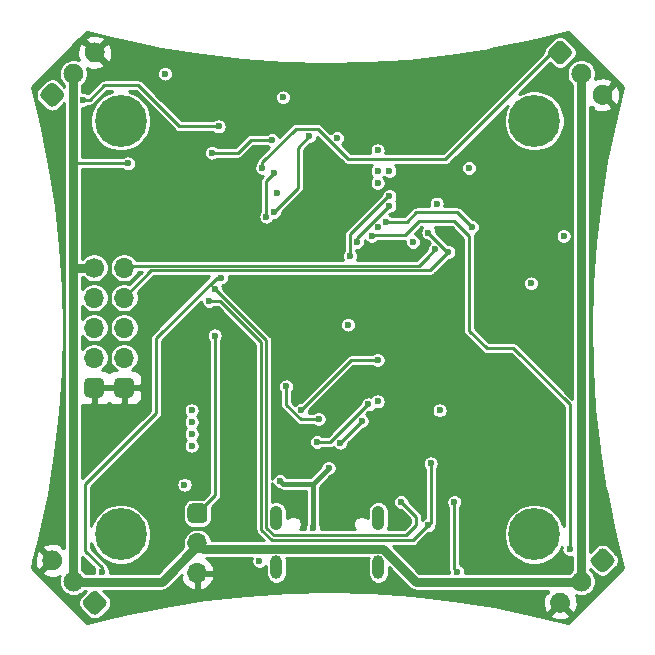
<source format=gbl>
%TF.GenerationSoftware,KiCad,Pcbnew,(5.1.6-0-10_14)*%
%TF.CreationDate,2020-08-05T09:35:40-10:00*%
%TF.ProjectId,flight-computer-2,666c6967-6874-42d6-936f-6d7075746572,rev?*%
%TF.SameCoordinates,Original*%
%TF.FileFunction,Copper,L4,Bot*%
%TF.FilePolarity,Positive*%
%FSLAX46Y46*%
G04 Gerber Fmt 4.6, Leading zero omitted, Abs format (unit mm)*
G04 Created by KiCad (PCBNEW (5.1.6-0-10_14)) date 2020-08-05 09:35:40*
%MOMM*%
%LPD*%
G01*
G04 APERTURE LIST*
%TA.AperFunction,ComponentPad*%
%ADD10O,1.000000X2.000000*%
%TD*%
%TA.AperFunction,ComponentPad*%
%ADD11O,1.050000X2.100000*%
%TD*%
%TA.AperFunction,ComponentPad*%
%ADD12C,4.400000*%
%TD*%
%TA.AperFunction,ComponentPad*%
%ADD13O,1.700000X1.700000*%
%TD*%
%TA.AperFunction,ComponentPad*%
%ADD14C,1.700000*%
%TD*%
%TA.AperFunction,ViaPad*%
%ADD15C,0.600000*%
%TD*%
%TA.AperFunction,Conductor*%
%ADD16C,0.254000*%
%TD*%
%TA.AperFunction,Conductor*%
%ADD17C,0.762000*%
%TD*%
%TA.AperFunction,Conductor*%
%ADD18C,0.381000*%
%TD*%
G04 APERTURE END LIST*
D10*
X113180000Y-87800000D03*
X121820000Y-87800000D03*
D11*
X113180000Y-83620000D03*
X121820000Y-83620000D03*
D12*
X100000000Y-50000000D03*
X135000000Y-50000000D03*
X135000000Y-85000000D03*
X100000000Y-85000000D03*
%TA.AperFunction,ComponentPad*%
G36*
G01*
X94804990Y-86602908D02*
X94804990Y-86602908D01*
G75*
G02*
X94804990Y-87804990I-601041J-601041D01*
G01*
X94804990Y-87804990D01*
G75*
G02*
X93602908Y-87804990I-601041J601041D01*
G01*
X93602908Y-87804990D01*
G75*
G02*
X93602908Y-86602908I601041J601041D01*
G01*
X93602908Y-86602908D01*
G75*
G02*
X94804990Y-86602908I601041J-601041D01*
G01*
G37*
%TD.AperFunction*%
%TA.AperFunction,ComponentPad*%
G36*
G01*
X96601041Y-88398959D02*
X96601041Y-88398959D01*
G75*
G02*
X96601041Y-89601041I-601041J-601041D01*
G01*
X96601041Y-89601041D01*
G75*
G02*
X95398959Y-89601041I-601041J601041D01*
G01*
X95398959Y-89601041D01*
G75*
G02*
X95398959Y-88398959I601041J601041D01*
G01*
X95398959Y-88398959D01*
G75*
G02*
X96601041Y-88398959I601041J-601041D01*
G01*
G37*
%TD.AperFunction*%
%TA.AperFunction,ComponentPad*%
G36*
G01*
X98096571Y-89894490D02*
X98697612Y-90495531D01*
G75*
G02*
X98697612Y-91096571I-300520J-300520D01*
G01*
X98096571Y-91697612D01*
G75*
G02*
X97495531Y-91697612I-300520J300520D01*
G01*
X96894490Y-91096571D01*
G75*
G02*
X96894490Y-90495531I300520J300520D01*
G01*
X97495531Y-89894490D01*
G75*
G02*
X98096571Y-89894490I300520J-300520D01*
G01*
G37*
%TD.AperFunction*%
%TA.AperFunction,ComponentPad*%
G36*
G01*
X136602908Y-90195010D02*
X136602908Y-90195010D01*
G75*
G02*
X137804990Y-90195010I601041J-601041D01*
G01*
X137804990Y-90195010D01*
G75*
G02*
X137804990Y-91397092I-601041J-601041D01*
G01*
X137804990Y-91397092D01*
G75*
G02*
X136602908Y-91397092I-601041J601041D01*
G01*
X136602908Y-91397092D01*
G75*
G02*
X136602908Y-90195010I601041J601041D01*
G01*
G37*
%TD.AperFunction*%
%TA.AperFunction,ComponentPad*%
G36*
G01*
X138398959Y-88398959D02*
X138398959Y-88398959D01*
G75*
G02*
X139601041Y-88398959I601041J-601041D01*
G01*
X139601041Y-88398959D01*
G75*
G02*
X139601041Y-89601041I-601041J-601041D01*
G01*
X139601041Y-89601041D01*
G75*
G02*
X138398959Y-89601041I-601041J601041D01*
G01*
X138398959Y-89601041D01*
G75*
G02*
X138398959Y-88398959I601041J601041D01*
G01*
G37*
%TD.AperFunction*%
%TA.AperFunction,ComponentPad*%
G36*
G01*
X139894490Y-86903429D02*
X140495531Y-86302388D01*
G75*
G02*
X141096571Y-86302388I300520J-300520D01*
G01*
X141697612Y-86903429D01*
G75*
G02*
X141697612Y-87504469I-300520J-300520D01*
G01*
X141096571Y-88105510D01*
G75*
G02*
X140495531Y-88105510I-300520J300520D01*
G01*
X139894490Y-87504469D01*
G75*
G02*
X139894490Y-86903429I300520J300520D01*
G01*
G37*
%TD.AperFunction*%
%TA.AperFunction,ComponentPad*%
G36*
G01*
X140195010Y-48397092D02*
X140195010Y-48397092D01*
G75*
G02*
X140195010Y-47195010I601041J601041D01*
G01*
X140195010Y-47195010D01*
G75*
G02*
X141397092Y-47195010I601041J-601041D01*
G01*
X141397092Y-47195010D01*
G75*
G02*
X141397092Y-48397092I-601041J-601041D01*
G01*
X141397092Y-48397092D01*
G75*
G02*
X140195010Y-48397092I-601041J601041D01*
G01*
G37*
%TD.AperFunction*%
%TA.AperFunction,ComponentPad*%
G36*
G01*
X138398959Y-46601041D02*
X138398959Y-46601041D01*
G75*
G02*
X138398959Y-45398959I601041J601041D01*
G01*
X138398959Y-45398959D01*
G75*
G02*
X139601041Y-45398959I601041J-601041D01*
G01*
X139601041Y-45398959D01*
G75*
G02*
X139601041Y-46601041I-601041J-601041D01*
G01*
X139601041Y-46601041D01*
G75*
G02*
X138398959Y-46601041I-601041J601041D01*
G01*
G37*
%TD.AperFunction*%
%TA.AperFunction,ComponentPad*%
G36*
G01*
X136903429Y-45105510D02*
X136302388Y-44504469D01*
G75*
G02*
X136302388Y-43903429I300520J300520D01*
G01*
X136903429Y-43302388D01*
G75*
G02*
X137504469Y-43302388I300520J-300520D01*
G01*
X138105510Y-43903429D01*
G75*
G02*
X138105510Y-44504469I-300520J-300520D01*
G01*
X137504469Y-45105510D01*
G75*
G02*
X136903429Y-45105510I-300520J300520D01*
G01*
G37*
%TD.AperFunction*%
%TA.AperFunction,ComponentPad*%
G36*
G01*
X98397092Y-44804990D02*
X98397092Y-44804990D01*
G75*
G02*
X97195010Y-44804990I-601041J601041D01*
G01*
X97195010Y-44804990D01*
G75*
G02*
X97195010Y-43602908I601041J601041D01*
G01*
X97195010Y-43602908D01*
G75*
G02*
X98397092Y-43602908I601041J-601041D01*
G01*
X98397092Y-43602908D01*
G75*
G02*
X98397092Y-44804990I-601041J-601041D01*
G01*
G37*
%TD.AperFunction*%
%TA.AperFunction,ComponentPad*%
G36*
G01*
X96601041Y-46601041D02*
X96601041Y-46601041D01*
G75*
G02*
X95398959Y-46601041I-601041J601041D01*
G01*
X95398959Y-46601041D01*
G75*
G02*
X95398959Y-45398959I601041J601041D01*
G01*
X95398959Y-45398959D01*
G75*
G02*
X96601041Y-45398959I601041J-601041D01*
G01*
X96601041Y-45398959D01*
G75*
G02*
X96601041Y-46601041I-601041J-601041D01*
G01*
G37*
%TD.AperFunction*%
%TA.AperFunction,ComponentPad*%
G36*
G01*
X95105510Y-48096571D02*
X94504469Y-48697612D01*
G75*
G02*
X93903429Y-48697612I-300520J300520D01*
G01*
X93302388Y-48096571D01*
G75*
G02*
X93302388Y-47495531I300520J300520D01*
G01*
X93903429Y-46894490D01*
G75*
G02*
X94504469Y-46894490I300520J-300520D01*
G01*
X95105510Y-47495531D01*
G75*
G02*
X95105510Y-48096571I-300520J-300520D01*
G01*
G37*
%TD.AperFunction*%
D13*
X106500000Y-88290000D03*
X106500000Y-85750000D03*
%TA.AperFunction,ComponentPad*%
G36*
G01*
X105650000Y-83635000D02*
X105650000Y-82785000D01*
G75*
G02*
X106075000Y-82360000I425000J0D01*
G01*
X106925000Y-82360000D01*
G75*
G02*
X107350000Y-82785000I0J-425000D01*
G01*
X107350000Y-83635000D01*
G75*
G02*
X106925000Y-84060000I-425000J0D01*
G01*
X106075000Y-84060000D01*
G75*
G02*
X105650000Y-83635000I0J425000D01*
G01*
G37*
%TD.AperFunction*%
D14*
X97750000Y-62420000D03*
D13*
X100290000Y-62420000D03*
X97750000Y-64960000D03*
X100290000Y-64960000D03*
X97750000Y-67500000D03*
X100290000Y-67500000D03*
X97750000Y-70040000D03*
X100290000Y-70040000D03*
%TA.AperFunction,ComponentPad*%
G36*
G01*
X96900000Y-73005000D02*
X96900000Y-72155000D01*
G75*
G02*
X97325000Y-71730000I425000J0D01*
G01*
X98175000Y-71730000D01*
G75*
G02*
X98600000Y-72155000I0J-425000D01*
G01*
X98600000Y-73005000D01*
G75*
G02*
X98175000Y-73430000I-425000J0D01*
G01*
X97325000Y-73430000D01*
G75*
G02*
X96900000Y-73005000I0J425000D01*
G01*
G37*
%TD.AperFunction*%
%TA.AperFunction,ComponentPad*%
G36*
G01*
X99440000Y-73005000D02*
X99440000Y-72155000D01*
G75*
G02*
X99865000Y-71730000I425000J0D01*
G01*
X100715000Y-71730000D01*
G75*
G02*
X101140000Y-72155000I0J-425000D01*
G01*
X101140000Y-73005000D01*
G75*
G02*
X100715000Y-73430000I-425000J0D01*
G01*
X99865000Y-73430000D01*
G75*
G02*
X99440000Y-73005000I0J425000D01*
G01*
G37*
%TD.AperFunction*%
D15*
X119300000Y-53950000D03*
X117500000Y-53950000D03*
X115700000Y-53950000D03*
X130200000Y-71750000D03*
X133000000Y-90750000D03*
X102000000Y-90750000D03*
X106500000Y-90000000D03*
X102000000Y-44250000D03*
X133000000Y-44250000D03*
X140750000Y-83000000D03*
X94250000Y-83000000D03*
X94250000Y-52000000D03*
X140750000Y-52000000D03*
X97250000Y-87750000D03*
X137750000Y-87750000D03*
X137750000Y-47250000D03*
X97250000Y-47250000D03*
X120000000Y-78250000D03*
X121250000Y-81500000D03*
X113750000Y-81500000D03*
X111750000Y-88750000D03*
X127250000Y-87500000D03*
X127250000Y-83500000D03*
X131000000Y-82250000D03*
X131000000Y-86250000D03*
X111250000Y-82750000D03*
X113750000Y-74750000D03*
X101750000Y-79750000D03*
X101750000Y-78250000D03*
X123200000Y-70800000D03*
X119250000Y-74250000D03*
X115700000Y-55750000D03*
X119300000Y-55750000D03*
X117500000Y-55750000D03*
X119300000Y-57550000D03*
X117500000Y-57550000D03*
X115700000Y-57550000D03*
X115250000Y-47750000D03*
X116750000Y-47750000D03*
X118250000Y-47750000D03*
X137750000Y-56750000D03*
X137750000Y-58250000D03*
X137750000Y-61250000D03*
X132500000Y-53750000D03*
X137750000Y-62750000D03*
X133250000Y-68250000D03*
X131000000Y-68250000D03*
X130750000Y-59664961D03*
X131000000Y-77000000D03*
X129500000Y-77000000D03*
X128000000Y-77000000D03*
X126000000Y-74250000D03*
X132250000Y-59664961D03*
X127250000Y-64000000D03*
X115250000Y-65250000D03*
X124500000Y-68500000D03*
X121250000Y-65250000D03*
X103250000Y-75750000D03*
X108750000Y-75750000D03*
X110000000Y-68250000D03*
X104400000Y-68800000D03*
X104250000Y-64250000D03*
X108500000Y-59250000D03*
X129200000Y-49200000D03*
X131600000Y-51600000D03*
X136000000Y-53750000D03*
X136250000Y-65750000D03*
X134750000Y-74750000D03*
X102750000Y-82750000D03*
X108500000Y-46250000D03*
X113000000Y-46250000D03*
X107250000Y-81250000D03*
X104250000Y-82750000D03*
X124000000Y-75750000D03*
X101500000Y-52750000D03*
X98750000Y-55800000D03*
X102000000Y-87750000D03*
X134750000Y-80500000D03*
X105200000Y-55800000D03*
X126000000Y-54600000D03*
X97200000Y-52750000D03*
X97800000Y-76200000D03*
X102400000Y-70600000D03*
X100200000Y-76200000D03*
X117400000Y-81400000D03*
X118200000Y-75400000D03*
X122600000Y-79800000D03*
X123200000Y-83000000D03*
X126600000Y-48000000D03*
X126600000Y-46400000D03*
X123400000Y-51000000D03*
X120800000Y-49000000D03*
X121800000Y-51000000D03*
X126600000Y-49600000D03*
X125000000Y-49600000D03*
X123400000Y-49600000D03*
X121800000Y-49600000D03*
X122500000Y-61000000D03*
X111750000Y-87250000D03*
X106000000Y-75500000D03*
X106000000Y-77500000D03*
X121750000Y-73750000D03*
X119250000Y-67250000D03*
X121750000Y-59000000D03*
X121750000Y-55250000D03*
X118325000Y-51425000D03*
X113750000Y-48000000D03*
X103750000Y-46000000D03*
X113250000Y-56079400D03*
X137500000Y-59750000D03*
X129500000Y-54000000D03*
X126750000Y-57000000D03*
X124750000Y-60250000D03*
X121750000Y-54250000D03*
X122750000Y-54250000D03*
X121750000Y-52500000D03*
X127000000Y-74500000D03*
X134750000Y-63750000D03*
X106000000Y-76500000D03*
X106000000Y-74500000D03*
X105400000Y-80800000D03*
X108000000Y-64250000D03*
X128250000Y-82250000D03*
X128500000Y-88166600D03*
X123750000Y-82250000D03*
X112969157Y-57711447D03*
X115981250Y-51268750D03*
X107500000Y-65250000D03*
X126250000Y-79000000D03*
X126000000Y-84250000D03*
X100600000Y-53600000D03*
X116280090Y-84469910D03*
X113500000Y-80500000D03*
X117600000Y-79400000D03*
X118600000Y-77235810D03*
X120400000Y-75400000D03*
X116600000Y-77200000D03*
X120979400Y-74000000D03*
X107955361Y-68169227D03*
X108284698Y-50465302D03*
X96833400Y-48200000D03*
X112000000Y-54000000D03*
X138000000Y-86250000D03*
X121250000Y-59750000D03*
X113000000Y-54420600D03*
X112328271Y-58105621D03*
X108500000Y-63262427D03*
X98400000Y-88166600D03*
X114015948Y-72484052D03*
X116750000Y-75250000D03*
X126053448Y-59446552D03*
X127750000Y-61079400D03*
X126624691Y-60875309D03*
X122750000Y-57170600D03*
X120011034Y-60261034D03*
X122750000Y-56361429D03*
X119423409Y-61423409D03*
X115284698Y-74465302D03*
X121750000Y-70250000D03*
X107715552Y-52684448D03*
X112800000Y-51600000D03*
X122500000Y-58541900D03*
X129750000Y-59000000D03*
D16*
X128250000Y-87916600D02*
X128500000Y-88166600D01*
X128250000Y-82250000D02*
X128250000Y-87916600D01*
X112969157Y-57711447D02*
X115000000Y-55680604D01*
X115000000Y-52250000D02*
X115981250Y-51268750D01*
X115000000Y-55680604D02*
X115000000Y-52250000D01*
X112327009Y-68577009D02*
X108000000Y-64250000D01*
X112990983Y-85093590D02*
X112327009Y-84429616D01*
X124156410Y-85093590D02*
X112990983Y-85093590D01*
X125000000Y-84250000D02*
X124156410Y-85093590D01*
X125000000Y-83500000D02*
X125000000Y-84250000D01*
X123750000Y-82250000D02*
X125000000Y-83500000D01*
X112327009Y-84429616D02*
X112327009Y-68577009D01*
X126250000Y-84000000D02*
X126000000Y-84250000D01*
X126250000Y-79000000D02*
X126250000Y-84000000D01*
X124750000Y-85500000D02*
X112822642Y-85499999D01*
X112822642Y-85499999D02*
X111920599Y-84597956D01*
X124750000Y-85500000D02*
X126000000Y-84250000D01*
X107500000Y-65250000D02*
X108425250Y-65250000D01*
X108425250Y-65250000D02*
X111920599Y-68745349D01*
X111920599Y-68745349D02*
X111920599Y-84597956D01*
D17*
X139000000Y-46000000D02*
X139000000Y-89000000D01*
X124981462Y-89000000D02*
X122231462Y-86250000D01*
X139000000Y-89000000D02*
X124981462Y-89000000D01*
X96080000Y-62420000D02*
X96000000Y-62500000D01*
X97750000Y-62420000D02*
X96080000Y-62420000D01*
X96000000Y-62500000D02*
X96000000Y-89000000D01*
X106500000Y-86000000D02*
X106500000Y-85750000D01*
X103500000Y-89000000D02*
X106500000Y-86000000D01*
X96000000Y-89000000D02*
X103500000Y-89000000D01*
X107000000Y-86250000D02*
X106500000Y-85750000D01*
X122231462Y-86250000D02*
X107000000Y-86250000D01*
D16*
X96250000Y-59000000D02*
X96000000Y-58750000D01*
D17*
X96000000Y-58750000D02*
X96000000Y-62500000D01*
X96000000Y-46000000D02*
X96000000Y-51500000D01*
X96000000Y-51500000D02*
X96000000Y-52000000D01*
X96000000Y-53400000D02*
X96000000Y-58750000D01*
X96000000Y-52000000D02*
X96000000Y-53400000D01*
D16*
X96200000Y-53600000D02*
X96000000Y-53400000D01*
X100600000Y-53600000D02*
X96200000Y-53600000D01*
D18*
X116280090Y-84469910D02*
X116280090Y-80719910D01*
X113719910Y-80719910D02*
X113500000Y-80500000D01*
X116280090Y-80719910D02*
X113719910Y-80719910D01*
X116280090Y-80719910D02*
X117600000Y-79400000D01*
D16*
X120400000Y-75435810D02*
X120400000Y-75400000D01*
X118600000Y-77235810D02*
X120400000Y-75435810D01*
X120942486Y-74000000D02*
X120979400Y-74000000D01*
X117742486Y-77200000D02*
X120942486Y-74000000D01*
X116600000Y-77200000D02*
X117742486Y-77200000D01*
X106500000Y-83210000D02*
X108000000Y-81710000D01*
X108000000Y-81710000D02*
X108000000Y-69000000D01*
X108000000Y-68213866D02*
X107955361Y-68169227D01*
X108000000Y-69000000D02*
X108000000Y-68213866D01*
X101500000Y-47000000D02*
X98750000Y-47000000D01*
X108284698Y-50465302D02*
X104965302Y-50465302D01*
X104965302Y-50465302D02*
X101500000Y-47000000D01*
X98750000Y-47000000D02*
X98600000Y-47000000D01*
X97400000Y-48200000D02*
X96833400Y-48200000D01*
X98600000Y-47000000D02*
X97400000Y-48200000D01*
X127500000Y-53250000D02*
X136546051Y-44203949D01*
X112000000Y-54000000D02*
X112000000Y-53500000D01*
X114810651Y-50689349D02*
X116689349Y-50689349D01*
X136546051Y-44203949D02*
X137203949Y-44203949D01*
X112000000Y-53500000D02*
X114810651Y-50689349D01*
X116689349Y-50689349D02*
X119250000Y-53250000D01*
X119250000Y-53250000D02*
X127500000Y-53250000D01*
X133250000Y-69250000D02*
X138000000Y-74000000D01*
X138000000Y-74000000D02*
X138000000Y-86250000D01*
X121329401Y-59670599D02*
X124079401Y-59670599D01*
X121250000Y-59750000D02*
X121329401Y-59670599D01*
X124079401Y-59670599D02*
X125250000Y-58500000D01*
X125250000Y-58500000D02*
X128250000Y-58500000D01*
X128250000Y-58500000D02*
X129500000Y-59750000D01*
X129500000Y-67750000D02*
X131000000Y-69250000D01*
X129500000Y-59750000D02*
X129500000Y-67750000D01*
X131000000Y-69250000D02*
X133250000Y-69250000D01*
X112328271Y-55092329D02*
X112328271Y-58105621D01*
X113000000Y-54420600D02*
X112328271Y-55092329D01*
X108130059Y-63262427D02*
X108500000Y-63262427D01*
X103000000Y-68392486D02*
X108130059Y-63262427D01*
X103000000Y-74750000D02*
X103000000Y-68392486D01*
X103000000Y-74750000D02*
X97000000Y-80750000D01*
X97000000Y-80750000D02*
X97000000Y-86392486D01*
X97000000Y-86392486D02*
X97000000Y-86400000D01*
X98400000Y-87800000D02*
X98400000Y-88166600D01*
X97000000Y-86400000D02*
X98400000Y-87800000D01*
X116750000Y-75218104D02*
X116750000Y-75250000D01*
X114015948Y-72484052D02*
X114015948Y-74015948D01*
X115250000Y-75250000D02*
X116750000Y-75250000D01*
X114015948Y-74015948D02*
X115250000Y-75250000D01*
X126053448Y-59446552D02*
X127750000Y-61143104D01*
X127750000Y-61143104D02*
X127750000Y-61079400D01*
X126172990Y-62656410D02*
X102593590Y-62656410D01*
X102593590Y-62656410D02*
X100290000Y-64960000D01*
X127750000Y-61079400D02*
X126172990Y-62656410D01*
X126000000Y-61500000D02*
X125250000Y-62250000D01*
X100460000Y-62250000D02*
X100290000Y-62420000D01*
X125250000Y-62250000D02*
X100460000Y-62250000D01*
X126000000Y-61500000D02*
X126624691Y-60875309D01*
X120011034Y-59909566D02*
X122750000Y-57170600D01*
X120011034Y-60261034D02*
X120011034Y-59909566D01*
X119423409Y-61423409D02*
X119423409Y-59576591D01*
X122638571Y-56361429D02*
X122750000Y-56361429D01*
X119423409Y-59576591D02*
X122638571Y-56361429D01*
X119500000Y-70250000D02*
X121750000Y-70250000D01*
X115284698Y-74465302D02*
X119500000Y-70250000D01*
X107715552Y-52684448D02*
X109915552Y-52684448D01*
X111000000Y-51600000D02*
X112800000Y-51600000D01*
X109915552Y-52684448D02*
X111000000Y-51600000D01*
X122500000Y-58541900D02*
X124208100Y-58541900D01*
X124208100Y-58541900D02*
X125000000Y-57750000D01*
X128500000Y-57750000D02*
X129750000Y-59000000D01*
X125000000Y-57750000D02*
X128500000Y-57750000D01*
G36*
X142549496Y-47123666D02*
G01*
X141822657Y-49975171D01*
X141821166Y-49981628D01*
X141819572Y-49988160D01*
X141818680Y-49992318D01*
X141105235Y-53402678D01*
X141103955Y-53409576D01*
X141102575Y-53416597D01*
X141101873Y-53420790D01*
X140543867Y-56860003D01*
X140542904Y-56866927D01*
X140541841Y-56874028D01*
X140541330Y-56878249D01*
X140139911Y-60339235D01*
X140139255Y-60346286D01*
X140138524Y-60353338D01*
X140138204Y-60357578D01*
X139894199Y-63833209D01*
X139893864Y-63840266D01*
X139893453Y-63847360D01*
X139893326Y-63851610D01*
X139807238Y-67334733D01*
X139807224Y-67341790D01*
X139807135Y-67348904D01*
X139807201Y-67353155D01*
X139879206Y-70836598D01*
X139879513Y-70843675D01*
X139879746Y-70850759D01*
X139880004Y-70855003D01*
X140109954Y-74331593D01*
X140110582Y-74338651D01*
X140111136Y-74345715D01*
X140111587Y-74349943D01*
X140499009Y-77812523D01*
X140499954Y-77819531D01*
X140500830Y-77826576D01*
X140501472Y-77830780D01*
X141045568Y-81272220D01*
X141046835Y-81279201D01*
X141048025Y-81286176D01*
X141048857Y-81290346D01*
X141748507Y-84703563D01*
X141750079Y-84710434D01*
X141751594Y-84717393D01*
X141752615Y-84721521D01*
X142549881Y-87875949D01*
X137876334Y-92549496D01*
X135024829Y-91822657D01*
X135018372Y-91821166D01*
X135012816Y-91819810D01*
X136359795Y-91819810D01*
X136437028Y-92067692D01*
X136699849Y-92192876D01*
X136982043Y-92264382D01*
X137272764Y-92279460D01*
X137560841Y-92237531D01*
X137835202Y-92140207D01*
X137970867Y-92067688D01*
X138047637Y-91819344D01*
X137203949Y-90975656D01*
X136359795Y-91819810D01*
X135012816Y-91819810D01*
X135011840Y-91819572D01*
X135007682Y-91818680D01*
X131597322Y-91105235D01*
X131590424Y-91103955D01*
X131583403Y-91102575D01*
X131579210Y-91101873D01*
X128139997Y-90543867D01*
X128133073Y-90542904D01*
X128125972Y-90541841D01*
X128121751Y-90541330D01*
X124660765Y-90139911D01*
X124653714Y-90139255D01*
X124646662Y-90138524D01*
X124642422Y-90138204D01*
X121166791Y-89894199D01*
X121159734Y-89893864D01*
X121152640Y-89893453D01*
X121148390Y-89893326D01*
X117665267Y-89807238D01*
X117658210Y-89807224D01*
X117651096Y-89807135D01*
X117646844Y-89807201D01*
X114163402Y-89879206D01*
X114156327Y-89879513D01*
X114149240Y-89879746D01*
X114144996Y-89880004D01*
X110668407Y-90109954D01*
X110661341Y-90110583D01*
X110654286Y-90111136D01*
X110650063Y-90111586D01*
X110650057Y-90111587D01*
X110650052Y-90111588D01*
X107187477Y-90499009D01*
X107180469Y-90499954D01*
X107173424Y-90500830D01*
X107169221Y-90501472D01*
X103727780Y-91045568D01*
X103720805Y-91046834D01*
X103713824Y-91048025D01*
X103709654Y-91048857D01*
X100296437Y-91748507D01*
X100289558Y-91750081D01*
X100282607Y-91751594D01*
X100278479Y-91752615D01*
X97124051Y-92549881D01*
X92450504Y-87876335D01*
X92604352Y-87272764D01*
X92720540Y-87272764D01*
X92762469Y-87560841D01*
X92859793Y-87835202D01*
X92932312Y-87970867D01*
X93180656Y-88047637D01*
X94024344Y-87203949D01*
X93180190Y-86359795D01*
X92932308Y-86437028D01*
X92807124Y-86699849D01*
X92735618Y-86982043D01*
X92720540Y-87272764D01*
X92604352Y-87272764D01*
X93177344Y-85024828D01*
X93178843Y-85018335D01*
X93180428Y-85011840D01*
X93181320Y-85007682D01*
X93894765Y-81597322D01*
X93896045Y-81590424D01*
X93897425Y-81583403D01*
X93898127Y-81579209D01*
X94456133Y-78139997D01*
X94457101Y-78133037D01*
X94458159Y-78125972D01*
X94458670Y-78121751D01*
X94860089Y-74660765D01*
X94860742Y-74653747D01*
X94861476Y-74646662D01*
X94861796Y-74642422D01*
X95105801Y-71166791D01*
X95106136Y-71159734D01*
X95106547Y-71152640D01*
X95106674Y-71148390D01*
X95192762Y-67665266D01*
X95192776Y-67658210D01*
X95192865Y-67651096D01*
X95192799Y-67646844D01*
X95120794Y-64163402D01*
X95120487Y-64156327D01*
X95120254Y-64149240D01*
X95119996Y-64144996D01*
X94890046Y-60668407D01*
X94889417Y-60661341D01*
X94888864Y-60654286D01*
X94888413Y-60650058D01*
X94500991Y-57187477D01*
X94500046Y-57180469D01*
X94499170Y-57173424D01*
X94498528Y-57169221D01*
X93954432Y-53727780D01*
X93953166Y-53720805D01*
X93951975Y-53713824D01*
X93951143Y-53709654D01*
X93251493Y-50296437D01*
X93249919Y-50289558D01*
X93248406Y-50282607D01*
X93247385Y-50278479D01*
X92619964Y-47796051D01*
X92795065Y-47796051D01*
X92810587Y-47953653D01*
X92856558Y-48105199D01*
X92931211Y-48244865D01*
X93031677Y-48367282D01*
X93632718Y-48968323D01*
X93755135Y-49068789D01*
X93894801Y-49143442D01*
X94046347Y-49189413D01*
X94203949Y-49204935D01*
X94361551Y-49189413D01*
X94513097Y-49143442D01*
X94652763Y-49068789D01*
X94775180Y-48968323D01*
X95238000Y-48505503D01*
X95238001Y-51462565D01*
X95238000Y-51462575D01*
X95238000Y-51962575D01*
X95238001Y-53362565D01*
X95238000Y-53362575D01*
X95238001Y-58712565D01*
X95238000Y-58712575D01*
X95238001Y-62462567D01*
X95234314Y-62500000D01*
X95238000Y-62537423D01*
X95238001Y-86137893D01*
X95164199Y-86064091D01*
X95047636Y-86180654D01*
X94970867Y-85932312D01*
X94835202Y-85859793D01*
X94560841Y-85762469D01*
X94272764Y-85720540D01*
X93982043Y-85735618D01*
X93699849Y-85807124D01*
X93437028Y-85932308D01*
X93359795Y-86180190D01*
X94203949Y-87024344D01*
X94218092Y-87010202D01*
X94397697Y-87189807D01*
X94383554Y-87203949D01*
X94397697Y-87218092D01*
X94218092Y-87397697D01*
X94203949Y-87383554D01*
X93360261Y-88227242D01*
X93437031Y-88475586D01*
X93572696Y-88548105D01*
X93847057Y-88645429D01*
X94135134Y-88687358D01*
X94425855Y-88672280D01*
X94708049Y-88600774D01*
X94863637Y-88526666D01*
X94816307Y-88640931D01*
X94769000Y-88878757D01*
X94769000Y-89121243D01*
X94816307Y-89359069D01*
X94909102Y-89583097D01*
X95043820Y-89784717D01*
X95215283Y-89956180D01*
X95416903Y-90090898D01*
X95640931Y-90183693D01*
X95878757Y-90231000D01*
X96121243Y-90231000D01*
X96359069Y-90183693D01*
X96583097Y-90090898D01*
X96784717Y-89956180D01*
X96956180Y-89784717D01*
X96971359Y-89762000D01*
X97086599Y-89762000D01*
X96623779Y-90224820D01*
X96523313Y-90347237D01*
X96448660Y-90486903D01*
X96402689Y-90638449D01*
X96387167Y-90796051D01*
X96402689Y-90953653D01*
X96448660Y-91105199D01*
X96523313Y-91244865D01*
X96623779Y-91367282D01*
X97224820Y-91968323D01*
X97347237Y-92068789D01*
X97486903Y-92143442D01*
X97638449Y-92189413D01*
X97796051Y-92204935D01*
X97953653Y-92189413D01*
X98105199Y-92143442D01*
X98244865Y-92068789D01*
X98367282Y-91968323D01*
X98968323Y-91367282D01*
X99068789Y-91244865D01*
X99143442Y-91105199D01*
X99189413Y-90953653D01*
X99204935Y-90796051D01*
X99189413Y-90638449D01*
X99143442Y-90486903D01*
X99068789Y-90347237D01*
X98968323Y-90224820D01*
X98505503Y-89762000D01*
X103462577Y-89762000D01*
X103500000Y-89765686D01*
X103537423Y-89762000D01*
X103537426Y-89762000D01*
X103649378Y-89750974D01*
X103793015Y-89707402D01*
X103925392Y-89636645D01*
X104041422Y-89541422D01*
X104065284Y-89512346D01*
X105160628Y-88417002D01*
X105179844Y-88417002D01*
X105058524Y-88646890D01*
X105103175Y-88794099D01*
X105228359Y-89056920D01*
X105402412Y-89290269D01*
X105618645Y-89485178D01*
X105868748Y-89634157D01*
X106143109Y-89731481D01*
X106373000Y-89610814D01*
X106373000Y-88417000D01*
X106627000Y-88417000D01*
X106627000Y-89610814D01*
X106856891Y-89731481D01*
X107131252Y-89634157D01*
X107381355Y-89485178D01*
X107597588Y-89290269D01*
X107771641Y-89056920D01*
X107896825Y-88794099D01*
X107941476Y-88646890D01*
X107820155Y-88417000D01*
X106627000Y-88417000D01*
X106373000Y-88417000D01*
X106353000Y-88417000D01*
X106353000Y-88163000D01*
X106373000Y-88163000D01*
X106373000Y-88143000D01*
X106627000Y-88143000D01*
X106627000Y-88163000D01*
X107820155Y-88163000D01*
X107941476Y-87933110D01*
X107896825Y-87785901D01*
X107771641Y-87523080D01*
X107597588Y-87289731D01*
X107381355Y-87094822D01*
X107242315Y-87012000D01*
X111111474Y-87012000D01*
X111095171Y-87051360D01*
X111069000Y-87182927D01*
X111069000Y-87317073D01*
X111095171Y-87448640D01*
X111146506Y-87572574D01*
X111221033Y-87684112D01*
X111315888Y-87778967D01*
X111427426Y-87853494D01*
X111551360Y-87904829D01*
X111682927Y-87931000D01*
X111817073Y-87931000D01*
X111948640Y-87904829D01*
X112072574Y-87853494D01*
X112184112Y-87778967D01*
X112278967Y-87684112D01*
X112299000Y-87654130D01*
X112299001Y-88343273D01*
X112311749Y-88472706D01*
X112362126Y-88638775D01*
X112443933Y-88791825D01*
X112554026Y-88925975D01*
X112688176Y-89036068D01*
X112841226Y-89117875D01*
X113007295Y-89168252D01*
X113180000Y-89185262D01*
X113352706Y-89168252D01*
X113518775Y-89117875D01*
X113671825Y-89036068D01*
X113805975Y-88925975D01*
X113916068Y-88791825D01*
X113997875Y-88638775D01*
X114048252Y-88472706D01*
X114061000Y-88343273D01*
X114061000Y-87256727D01*
X114048252Y-87127294D01*
X114013278Y-87012000D01*
X120986723Y-87012000D01*
X120951748Y-87127295D01*
X120939000Y-87256728D01*
X120939001Y-88343273D01*
X120951749Y-88472706D01*
X121002126Y-88638775D01*
X121083933Y-88791825D01*
X121194026Y-88925975D01*
X121328176Y-89036068D01*
X121481226Y-89117875D01*
X121647295Y-89168252D01*
X121820000Y-89185262D01*
X121992706Y-89168252D01*
X122158775Y-89117875D01*
X122311825Y-89036068D01*
X122445975Y-88925975D01*
X122556068Y-88791825D01*
X122637875Y-88638775D01*
X122688252Y-88472706D01*
X122701000Y-88343273D01*
X122701000Y-87797168D01*
X124416183Y-89512352D01*
X124440040Y-89541422D01*
X124556070Y-89636645D01*
X124688447Y-89707402D01*
X124832084Y-89750974D01*
X124944036Y-89762000D01*
X124944038Y-89762000D01*
X124981461Y-89765686D01*
X125018884Y-89762000D01*
X136137892Y-89762000D01*
X136064091Y-89835801D01*
X136180654Y-89952364D01*
X135932312Y-90029133D01*
X135859793Y-90164798D01*
X135762469Y-90439159D01*
X135720540Y-90727236D01*
X135735618Y-91017957D01*
X135807124Y-91300151D01*
X135932308Y-91562972D01*
X136180190Y-91640205D01*
X137024344Y-90796051D01*
X137010202Y-90781909D01*
X137189807Y-90602304D01*
X137203949Y-90616446D01*
X137218092Y-90602304D01*
X137397697Y-90781909D01*
X137383554Y-90796051D01*
X138227242Y-91639739D01*
X138475586Y-91562969D01*
X138548105Y-91427304D01*
X138645429Y-91152943D01*
X138687358Y-90864866D01*
X138672280Y-90574145D01*
X138600774Y-90291951D01*
X138526666Y-90136363D01*
X138640931Y-90183693D01*
X138878757Y-90231000D01*
X139121243Y-90231000D01*
X139359069Y-90183693D01*
X139583097Y-90090898D01*
X139784717Y-89956180D01*
X139956180Y-89784717D01*
X140090898Y-89583097D01*
X140183693Y-89359069D01*
X140231000Y-89121243D01*
X140231000Y-88878757D01*
X140183693Y-88640931D01*
X140090898Y-88416903D01*
X139956180Y-88215283D01*
X139784717Y-88043820D01*
X139762000Y-88028641D01*
X139762000Y-87913401D01*
X140224820Y-88376221D01*
X140347237Y-88476687D01*
X140486903Y-88551340D01*
X140638449Y-88597311D01*
X140796051Y-88612833D01*
X140953653Y-88597311D01*
X141105199Y-88551340D01*
X141244865Y-88476687D01*
X141367282Y-88376221D01*
X141968323Y-87775180D01*
X142068789Y-87652763D01*
X142143442Y-87513097D01*
X142189413Y-87361551D01*
X142204935Y-87203949D01*
X142189413Y-87046347D01*
X142143442Y-86894801D01*
X142068789Y-86755135D01*
X141968323Y-86632718D01*
X141367282Y-86031677D01*
X141244865Y-85931211D01*
X141105199Y-85856558D01*
X140953653Y-85810587D01*
X140796051Y-85795065D01*
X140638449Y-85810587D01*
X140486903Y-85856558D01*
X140347237Y-85931211D01*
X140224820Y-86031677D01*
X139762000Y-86494497D01*
X139762000Y-48862108D01*
X139835801Y-48935909D01*
X139952364Y-48819346D01*
X140029133Y-49067688D01*
X140164798Y-49140207D01*
X140439159Y-49237531D01*
X140727236Y-49279460D01*
X141017957Y-49264382D01*
X141300151Y-49192876D01*
X141562972Y-49067692D01*
X141640205Y-48819810D01*
X140796051Y-47975656D01*
X140781909Y-47989799D01*
X140602304Y-47810194D01*
X140616446Y-47796051D01*
X140975656Y-47796051D01*
X141819810Y-48640205D01*
X142067692Y-48562972D01*
X142192876Y-48300151D01*
X142264382Y-48017957D01*
X142279460Y-47727236D01*
X142237531Y-47439159D01*
X142140207Y-47164798D01*
X142067688Y-47029133D01*
X141819344Y-46952363D01*
X140975656Y-47796051D01*
X140616446Y-47796051D01*
X140602304Y-47781909D01*
X140781909Y-47602304D01*
X140796051Y-47616446D01*
X141639739Y-46772758D01*
X141562969Y-46524414D01*
X141427304Y-46451895D01*
X141152943Y-46354571D01*
X140864866Y-46312642D01*
X140574145Y-46327720D01*
X140291951Y-46399226D01*
X140136363Y-46473334D01*
X140183693Y-46359069D01*
X140231000Y-46121243D01*
X140231000Y-45878757D01*
X140183693Y-45640931D01*
X140090898Y-45416903D01*
X139956180Y-45215283D01*
X139784717Y-45043820D01*
X139583097Y-44909102D01*
X139359069Y-44816307D01*
X139121243Y-44769000D01*
X138878757Y-44769000D01*
X138640931Y-44816307D01*
X138416903Y-44909102D01*
X138215283Y-45043820D01*
X138043820Y-45215283D01*
X137909102Y-45416903D01*
X137816307Y-45640931D01*
X137769000Y-45878757D01*
X137769000Y-46121243D01*
X137816307Y-46359069D01*
X137909102Y-46583097D01*
X138043820Y-46784717D01*
X138215283Y-46956180D01*
X138238000Y-46971359D01*
X138238001Y-73519580D01*
X133626855Y-68908435D01*
X133610948Y-68889052D01*
X133533595Y-68825571D01*
X133445343Y-68778399D01*
X133349585Y-68749351D01*
X133274947Y-68742000D01*
X133274944Y-68742000D01*
X133250000Y-68739543D01*
X133225056Y-68742000D01*
X131210421Y-68742000D01*
X130008000Y-67539580D01*
X130008000Y-63682927D01*
X134069000Y-63682927D01*
X134069000Y-63817073D01*
X134095171Y-63948640D01*
X134146506Y-64072574D01*
X134221033Y-64184112D01*
X134315888Y-64278967D01*
X134427426Y-64353494D01*
X134551360Y-64404829D01*
X134682927Y-64431000D01*
X134817073Y-64431000D01*
X134948640Y-64404829D01*
X135072574Y-64353494D01*
X135184112Y-64278967D01*
X135278967Y-64184112D01*
X135353494Y-64072574D01*
X135404829Y-63948640D01*
X135431000Y-63817073D01*
X135431000Y-63682927D01*
X135404829Y-63551360D01*
X135353494Y-63427426D01*
X135278967Y-63315888D01*
X135184112Y-63221033D01*
X135072574Y-63146506D01*
X134948640Y-63095171D01*
X134817073Y-63069000D01*
X134682927Y-63069000D01*
X134551360Y-63095171D01*
X134427426Y-63146506D01*
X134315888Y-63221033D01*
X134221033Y-63315888D01*
X134146506Y-63427426D01*
X134095171Y-63551360D01*
X134069000Y-63682927D01*
X130008000Y-63682927D01*
X130008000Y-59774944D01*
X130010457Y-59750000D01*
X130006933Y-59714223D01*
X130003851Y-59682927D01*
X136819000Y-59682927D01*
X136819000Y-59817073D01*
X136845171Y-59948640D01*
X136896506Y-60072574D01*
X136971033Y-60184112D01*
X137065888Y-60278967D01*
X137177426Y-60353494D01*
X137301360Y-60404829D01*
X137432927Y-60431000D01*
X137567073Y-60431000D01*
X137698640Y-60404829D01*
X137822574Y-60353494D01*
X137934112Y-60278967D01*
X138028967Y-60184112D01*
X138103494Y-60072574D01*
X138154829Y-59948640D01*
X138181000Y-59817073D01*
X138181000Y-59682927D01*
X138154829Y-59551360D01*
X138103494Y-59427426D01*
X138028967Y-59315888D01*
X137934112Y-59221033D01*
X137822574Y-59146506D01*
X137698640Y-59095171D01*
X137567073Y-59069000D01*
X137432927Y-59069000D01*
X137301360Y-59095171D01*
X137177426Y-59146506D01*
X137065888Y-59221033D01*
X136971033Y-59315888D01*
X136896506Y-59427426D01*
X136845171Y-59551360D01*
X136819000Y-59682927D01*
X130003851Y-59682927D01*
X130000649Y-59650415D01*
X129996033Y-59635198D01*
X130072574Y-59603494D01*
X130184112Y-59528967D01*
X130278967Y-59434112D01*
X130353494Y-59322574D01*
X130404829Y-59198640D01*
X130431000Y-59067073D01*
X130431000Y-58932927D01*
X130404829Y-58801360D01*
X130353494Y-58677426D01*
X130278967Y-58565888D01*
X130184112Y-58471033D01*
X130072574Y-58396506D01*
X129948640Y-58345171D01*
X129817073Y-58319000D01*
X129787421Y-58319000D01*
X128876855Y-57408435D01*
X128860948Y-57389052D01*
X128783595Y-57325571D01*
X128695343Y-57278399D01*
X128599585Y-57249351D01*
X128524947Y-57242000D01*
X128524944Y-57242000D01*
X128500000Y-57239543D01*
X128475056Y-57242000D01*
X127386869Y-57242000D01*
X127404829Y-57198640D01*
X127431000Y-57067073D01*
X127431000Y-56932927D01*
X127404829Y-56801360D01*
X127353494Y-56677426D01*
X127278967Y-56565888D01*
X127184112Y-56471033D01*
X127072574Y-56396506D01*
X126948640Y-56345171D01*
X126817073Y-56319000D01*
X126682927Y-56319000D01*
X126551360Y-56345171D01*
X126427426Y-56396506D01*
X126315888Y-56471033D01*
X126221033Y-56565888D01*
X126146506Y-56677426D01*
X126095171Y-56801360D01*
X126069000Y-56932927D01*
X126069000Y-57067073D01*
X126095171Y-57198640D01*
X126113131Y-57242000D01*
X125024944Y-57242000D01*
X125000000Y-57239543D01*
X124975056Y-57242000D01*
X124975053Y-57242000D01*
X124900415Y-57249351D01*
X124804657Y-57278399D01*
X124716405Y-57325571D01*
X124639052Y-57389052D01*
X124623145Y-57408435D01*
X123997680Y-58033900D01*
X122955079Y-58033900D01*
X122934112Y-58012933D01*
X122822574Y-57938406D01*
X122736335Y-57902685D01*
X122787420Y-57851600D01*
X122817073Y-57851600D01*
X122948640Y-57825429D01*
X123072574Y-57774094D01*
X123184112Y-57699567D01*
X123278967Y-57604712D01*
X123353494Y-57493174D01*
X123404829Y-57369240D01*
X123431000Y-57237673D01*
X123431000Y-57103527D01*
X123404829Y-56971960D01*
X123353494Y-56848026D01*
X123298696Y-56766015D01*
X123353494Y-56684003D01*
X123404829Y-56560069D01*
X123431000Y-56428502D01*
X123431000Y-56294356D01*
X123404829Y-56162789D01*
X123353494Y-56038855D01*
X123278967Y-55927317D01*
X123184112Y-55832462D01*
X123072574Y-55757935D01*
X122948640Y-55706600D01*
X122817073Y-55680429D01*
X122682927Y-55680429D01*
X122551360Y-55706600D01*
X122427426Y-55757935D01*
X122315888Y-55832462D01*
X122221033Y-55927317D01*
X122146506Y-56038855D01*
X122095171Y-56162789D01*
X122089306Y-56192274D01*
X119081839Y-59199741D01*
X119062462Y-59215643D01*
X119046560Y-59235020D01*
X119046559Y-59235021D01*
X118998980Y-59292996D01*
X118951809Y-59381248D01*
X118922761Y-59477007D01*
X118912952Y-59576591D01*
X118915410Y-59601545D01*
X118915409Y-60968330D01*
X118894442Y-60989297D01*
X118819915Y-61100835D01*
X118768580Y-61224769D01*
X118742409Y-61356336D01*
X118742409Y-61490482D01*
X118768580Y-61622049D01*
X118818265Y-61742000D01*
X101317486Y-61742000D01*
X101246180Y-61635283D01*
X101074717Y-61463820D01*
X100873097Y-61329102D01*
X100649069Y-61236307D01*
X100411243Y-61189000D01*
X100168757Y-61189000D01*
X99930931Y-61236307D01*
X99706903Y-61329102D01*
X99505283Y-61463820D01*
X99333820Y-61635283D01*
X99199102Y-61836903D01*
X99106307Y-62060931D01*
X99059000Y-62298757D01*
X99059000Y-62541243D01*
X99106307Y-62779069D01*
X99199102Y-63003097D01*
X99333820Y-63204717D01*
X99505283Y-63376180D01*
X99706903Y-63510898D01*
X99930931Y-63603693D01*
X100168757Y-63651000D01*
X100411243Y-63651000D01*
X100649069Y-63603693D01*
X100873097Y-63510898D01*
X101074717Y-63376180D01*
X101246180Y-63204717D01*
X101380898Y-63003097D01*
X101473693Y-62779069D01*
X101477884Y-62758000D01*
X101773579Y-62758000D01*
X100724166Y-63807413D01*
X100649069Y-63776307D01*
X100411243Y-63729000D01*
X100168757Y-63729000D01*
X99930931Y-63776307D01*
X99706903Y-63869102D01*
X99505283Y-64003820D01*
X99333820Y-64175283D01*
X99199102Y-64376903D01*
X99106307Y-64600931D01*
X99059000Y-64838757D01*
X99059000Y-65081243D01*
X99106307Y-65319069D01*
X99199102Y-65543097D01*
X99333820Y-65744717D01*
X99505283Y-65916180D01*
X99706903Y-66050898D01*
X99930931Y-66143693D01*
X100168757Y-66191000D01*
X100411243Y-66191000D01*
X100649069Y-66143693D01*
X100873097Y-66050898D01*
X101074717Y-65916180D01*
X101246180Y-65744717D01*
X101380898Y-65543097D01*
X101473693Y-65319069D01*
X101521000Y-65081243D01*
X101521000Y-64838757D01*
X101473693Y-64600931D01*
X101442587Y-64525834D01*
X102804011Y-63164410D01*
X107509655Y-63164410D01*
X102658430Y-68015636D01*
X102639053Y-68031538D01*
X102623151Y-68050915D01*
X102623150Y-68050916D01*
X102575571Y-68108891D01*
X102540541Y-68174429D01*
X102528400Y-68197143D01*
X102499352Y-68292901D01*
X102498474Y-68301812D01*
X102489543Y-68392486D01*
X102492001Y-68417440D01*
X102492000Y-74539579D01*
X96762000Y-80269580D01*
X96762000Y-74051711D01*
X96775518Y-74055812D01*
X96900000Y-74068072D01*
X97464250Y-74065000D01*
X97623000Y-73906250D01*
X97623000Y-72707000D01*
X97877000Y-72707000D01*
X97877000Y-73906250D01*
X98035750Y-74065000D01*
X98600000Y-74068072D01*
X98724482Y-74055812D01*
X98844180Y-74019502D01*
X98954494Y-73960537D01*
X99020000Y-73906778D01*
X99085506Y-73960537D01*
X99195820Y-74019502D01*
X99315518Y-74055812D01*
X99440000Y-74068072D01*
X100004250Y-74065000D01*
X100163000Y-73906250D01*
X100163000Y-72707000D01*
X100417000Y-72707000D01*
X100417000Y-73906250D01*
X100575750Y-74065000D01*
X101140000Y-74068072D01*
X101264482Y-74055812D01*
X101384180Y-74019502D01*
X101494494Y-73960537D01*
X101591185Y-73881185D01*
X101670537Y-73784494D01*
X101729502Y-73674180D01*
X101765812Y-73554482D01*
X101778072Y-73430000D01*
X101775000Y-72865750D01*
X101616250Y-72707000D01*
X100417000Y-72707000D01*
X100163000Y-72707000D01*
X97877000Y-72707000D01*
X97623000Y-72707000D01*
X97603000Y-72707000D01*
X97603000Y-72453000D01*
X97623000Y-72453000D01*
X97623000Y-72433000D01*
X97877000Y-72433000D01*
X97877000Y-72453000D01*
X100163000Y-72453000D01*
X100163000Y-72433000D01*
X100417000Y-72433000D01*
X100417000Y-72453000D01*
X101616250Y-72453000D01*
X101775000Y-72294250D01*
X101778072Y-71730000D01*
X101765812Y-71605518D01*
X101729502Y-71485820D01*
X101670537Y-71375506D01*
X101591185Y-71278815D01*
X101494494Y-71199463D01*
X101384180Y-71140498D01*
X101264482Y-71104188D01*
X101140000Y-71091928D01*
X100929706Y-71093073D01*
X101074717Y-70996180D01*
X101246180Y-70824717D01*
X101380898Y-70623097D01*
X101473693Y-70399069D01*
X101521000Y-70161243D01*
X101521000Y-69918757D01*
X101473693Y-69680931D01*
X101380898Y-69456903D01*
X101246180Y-69255283D01*
X101074717Y-69083820D01*
X100873097Y-68949102D01*
X100649069Y-68856307D01*
X100411243Y-68809000D01*
X100168757Y-68809000D01*
X99930931Y-68856307D01*
X99706903Y-68949102D01*
X99505283Y-69083820D01*
X99333820Y-69255283D01*
X99199102Y-69456903D01*
X99106307Y-69680931D01*
X99059000Y-69918757D01*
X99059000Y-70161243D01*
X99106307Y-70399069D01*
X99199102Y-70623097D01*
X99333820Y-70824717D01*
X99505283Y-70996180D01*
X99650294Y-71093073D01*
X99440000Y-71091928D01*
X99315518Y-71104188D01*
X99195820Y-71140498D01*
X99085506Y-71199463D01*
X99020000Y-71253222D01*
X98954494Y-71199463D01*
X98844180Y-71140498D01*
X98724482Y-71104188D01*
X98600000Y-71091928D01*
X98389706Y-71093073D01*
X98534717Y-70996180D01*
X98706180Y-70824717D01*
X98840898Y-70623097D01*
X98933693Y-70399069D01*
X98981000Y-70161243D01*
X98981000Y-69918757D01*
X98933693Y-69680931D01*
X98840898Y-69456903D01*
X98706180Y-69255283D01*
X98534717Y-69083820D01*
X98333097Y-68949102D01*
X98109069Y-68856307D01*
X97871243Y-68809000D01*
X97628757Y-68809000D01*
X97390931Y-68856307D01*
X97166903Y-68949102D01*
X96965283Y-69083820D01*
X96793820Y-69255283D01*
X96762000Y-69302905D01*
X96762000Y-68237095D01*
X96793820Y-68284717D01*
X96965283Y-68456180D01*
X97166903Y-68590898D01*
X97390931Y-68683693D01*
X97628757Y-68731000D01*
X97871243Y-68731000D01*
X98109069Y-68683693D01*
X98333097Y-68590898D01*
X98534717Y-68456180D01*
X98706180Y-68284717D01*
X98840898Y-68083097D01*
X98933693Y-67859069D01*
X98981000Y-67621243D01*
X98981000Y-67378757D01*
X99059000Y-67378757D01*
X99059000Y-67621243D01*
X99106307Y-67859069D01*
X99199102Y-68083097D01*
X99333820Y-68284717D01*
X99505283Y-68456180D01*
X99706903Y-68590898D01*
X99930931Y-68683693D01*
X100168757Y-68731000D01*
X100411243Y-68731000D01*
X100649069Y-68683693D01*
X100873097Y-68590898D01*
X101074717Y-68456180D01*
X101246180Y-68284717D01*
X101380898Y-68083097D01*
X101473693Y-67859069D01*
X101521000Y-67621243D01*
X101521000Y-67378757D01*
X101473693Y-67140931D01*
X101380898Y-66916903D01*
X101246180Y-66715283D01*
X101074717Y-66543820D01*
X100873097Y-66409102D01*
X100649069Y-66316307D01*
X100411243Y-66269000D01*
X100168757Y-66269000D01*
X99930931Y-66316307D01*
X99706903Y-66409102D01*
X99505283Y-66543820D01*
X99333820Y-66715283D01*
X99199102Y-66916903D01*
X99106307Y-67140931D01*
X99059000Y-67378757D01*
X98981000Y-67378757D01*
X98933693Y-67140931D01*
X98840898Y-66916903D01*
X98706180Y-66715283D01*
X98534717Y-66543820D01*
X98333097Y-66409102D01*
X98109069Y-66316307D01*
X97871243Y-66269000D01*
X97628757Y-66269000D01*
X97390931Y-66316307D01*
X97166903Y-66409102D01*
X96965283Y-66543820D01*
X96793820Y-66715283D01*
X96762000Y-66762905D01*
X96762000Y-65697095D01*
X96793820Y-65744717D01*
X96965283Y-65916180D01*
X97166903Y-66050898D01*
X97390931Y-66143693D01*
X97628757Y-66191000D01*
X97871243Y-66191000D01*
X98109069Y-66143693D01*
X98333097Y-66050898D01*
X98534717Y-65916180D01*
X98706180Y-65744717D01*
X98840898Y-65543097D01*
X98933693Y-65319069D01*
X98981000Y-65081243D01*
X98981000Y-64838757D01*
X98933693Y-64600931D01*
X98840898Y-64376903D01*
X98706180Y-64175283D01*
X98534717Y-64003820D01*
X98333097Y-63869102D01*
X98109069Y-63776307D01*
X97871243Y-63729000D01*
X97628757Y-63729000D01*
X97390931Y-63776307D01*
X97166903Y-63869102D01*
X96965283Y-64003820D01*
X96793820Y-64175283D01*
X96762000Y-64222905D01*
X96762000Y-63182000D01*
X96778641Y-63182000D01*
X96793820Y-63204717D01*
X96965283Y-63376180D01*
X97166903Y-63510898D01*
X97390931Y-63603693D01*
X97628757Y-63651000D01*
X97871243Y-63651000D01*
X98109069Y-63603693D01*
X98333097Y-63510898D01*
X98534717Y-63376180D01*
X98706180Y-63204717D01*
X98840898Y-63003097D01*
X98933693Y-62779069D01*
X98981000Y-62541243D01*
X98981000Y-62298757D01*
X98933693Y-62060931D01*
X98840898Y-61836903D01*
X98706180Y-61635283D01*
X98534717Y-61463820D01*
X98333097Y-61329102D01*
X98109069Y-61236307D01*
X97871243Y-61189000D01*
X97628757Y-61189000D01*
X97390931Y-61236307D01*
X97166903Y-61329102D01*
X96965283Y-61463820D01*
X96793820Y-61635283D01*
X96778641Y-61658000D01*
X96762000Y-61658000D01*
X96762000Y-54108000D01*
X100144921Y-54108000D01*
X100165888Y-54128967D01*
X100277426Y-54203494D01*
X100401360Y-54254829D01*
X100532927Y-54281000D01*
X100667073Y-54281000D01*
X100798640Y-54254829D01*
X100922574Y-54203494D01*
X101034112Y-54128967D01*
X101128967Y-54034112D01*
X101203494Y-53922574D01*
X101254829Y-53798640D01*
X101281000Y-53667073D01*
X101281000Y-53532927D01*
X101254829Y-53401360D01*
X101203494Y-53277426D01*
X101128967Y-53165888D01*
X101034112Y-53071033D01*
X100922574Y-52996506D01*
X100798640Y-52945171D01*
X100667073Y-52919000D01*
X100532927Y-52919000D01*
X100401360Y-52945171D01*
X100277426Y-52996506D01*
X100165888Y-53071033D01*
X100144921Y-53092000D01*
X96762000Y-53092000D01*
X96762000Y-52617375D01*
X107034552Y-52617375D01*
X107034552Y-52751521D01*
X107060723Y-52883088D01*
X107112058Y-53007022D01*
X107186585Y-53118560D01*
X107281440Y-53213415D01*
X107392978Y-53287942D01*
X107516912Y-53339277D01*
X107648479Y-53365448D01*
X107782625Y-53365448D01*
X107914192Y-53339277D01*
X108038126Y-53287942D01*
X108149664Y-53213415D01*
X108170631Y-53192448D01*
X109890608Y-53192448D01*
X109915552Y-53194905D01*
X109940496Y-53192448D01*
X109940499Y-53192448D01*
X110015137Y-53185097D01*
X110110895Y-53156049D01*
X110199147Y-53108877D01*
X110276500Y-53045396D01*
X110292407Y-53026013D01*
X111210421Y-52108000D01*
X112344921Y-52108000D01*
X112365888Y-52128967D01*
X112477426Y-52203494D01*
X112548603Y-52232977D01*
X111658430Y-53123150D01*
X111639053Y-53139052D01*
X111623151Y-53158429D01*
X111623150Y-53158430D01*
X111575571Y-53216405D01*
X111553108Y-53258431D01*
X111528400Y-53304657D01*
X111499352Y-53400415D01*
X111498934Y-53404656D01*
X111489543Y-53500000D01*
X111492001Y-53524953D01*
X111492001Y-53544920D01*
X111471033Y-53565888D01*
X111396506Y-53677426D01*
X111345171Y-53801360D01*
X111319000Y-53932927D01*
X111319000Y-54067073D01*
X111345171Y-54198640D01*
X111396506Y-54322574D01*
X111471033Y-54434112D01*
X111565888Y-54528967D01*
X111677426Y-54603494D01*
X111801360Y-54654829D01*
X111932927Y-54681000D01*
X112021180Y-54681000D01*
X111986706Y-54715474D01*
X111967323Y-54731381D01*
X111903842Y-54808734D01*
X111856670Y-54896987D01*
X111827622Y-54992745D01*
X111821849Y-55051360D01*
X111817814Y-55092329D01*
X111820271Y-55117273D01*
X111820272Y-57650541D01*
X111799304Y-57671509D01*
X111724777Y-57783047D01*
X111673442Y-57906981D01*
X111647271Y-58038548D01*
X111647271Y-58172694D01*
X111673442Y-58304261D01*
X111724777Y-58428195D01*
X111799304Y-58539733D01*
X111894159Y-58634588D01*
X112005697Y-58709115D01*
X112129631Y-58760450D01*
X112261198Y-58786621D01*
X112395344Y-58786621D01*
X112526911Y-58760450D01*
X112650845Y-58709115D01*
X112762383Y-58634588D01*
X112857238Y-58539733D01*
X112931765Y-58428195D01*
X112946572Y-58392447D01*
X113036230Y-58392447D01*
X113167797Y-58366276D01*
X113291731Y-58314941D01*
X113403269Y-58240414D01*
X113498124Y-58145559D01*
X113572651Y-58034021D01*
X113623986Y-57910087D01*
X113650157Y-57778520D01*
X113650157Y-57748867D01*
X115341565Y-56057459D01*
X115360948Y-56041552D01*
X115424429Y-55964199D01*
X115471601Y-55875947D01*
X115500649Y-55780189D01*
X115508000Y-55705551D01*
X115508000Y-55705548D01*
X115510457Y-55680604D01*
X115508000Y-55655660D01*
X115508000Y-52460420D01*
X116018671Y-51949750D01*
X116048323Y-51949750D01*
X116179890Y-51923579D01*
X116303824Y-51872244D01*
X116415362Y-51797717D01*
X116510217Y-51702862D01*
X116584744Y-51591324D01*
X116636079Y-51467390D01*
X116654809Y-51373229D01*
X118873150Y-53591571D01*
X118889052Y-53610948D01*
X118908429Y-53626850D01*
X118966404Y-53674429D01*
X119040107Y-53713824D01*
X119054657Y-53721601D01*
X119150415Y-53750649D01*
X119225053Y-53758000D01*
X119225055Y-53758000D01*
X119249999Y-53760457D01*
X119274943Y-53758000D01*
X121278921Y-53758000D01*
X121221033Y-53815888D01*
X121146506Y-53927426D01*
X121095171Y-54051360D01*
X121069000Y-54182927D01*
X121069000Y-54317073D01*
X121095171Y-54448640D01*
X121146506Y-54572574D01*
X121221033Y-54684112D01*
X121286921Y-54750000D01*
X121221033Y-54815888D01*
X121146506Y-54927426D01*
X121095171Y-55051360D01*
X121069000Y-55182927D01*
X121069000Y-55317073D01*
X121095171Y-55448640D01*
X121146506Y-55572574D01*
X121221033Y-55684112D01*
X121315888Y-55778967D01*
X121427426Y-55853494D01*
X121551360Y-55904829D01*
X121682927Y-55931000D01*
X121817073Y-55931000D01*
X121948640Y-55904829D01*
X122072574Y-55853494D01*
X122184112Y-55778967D01*
X122278967Y-55684112D01*
X122353494Y-55572574D01*
X122404829Y-55448640D01*
X122431000Y-55317073D01*
X122431000Y-55182927D01*
X122404829Y-55051360D01*
X122353494Y-54927426D01*
X122278967Y-54815888D01*
X122213079Y-54750000D01*
X122250000Y-54713079D01*
X122315888Y-54778967D01*
X122427426Y-54853494D01*
X122551360Y-54904829D01*
X122682927Y-54931000D01*
X122817073Y-54931000D01*
X122948640Y-54904829D01*
X123072574Y-54853494D01*
X123184112Y-54778967D01*
X123278967Y-54684112D01*
X123353494Y-54572574D01*
X123404829Y-54448640D01*
X123431000Y-54317073D01*
X123431000Y-54182927D01*
X123404829Y-54051360D01*
X123355773Y-53932927D01*
X128819000Y-53932927D01*
X128819000Y-54067073D01*
X128845171Y-54198640D01*
X128896506Y-54322574D01*
X128971033Y-54434112D01*
X129065888Y-54528967D01*
X129177426Y-54603494D01*
X129301360Y-54654829D01*
X129432927Y-54681000D01*
X129567073Y-54681000D01*
X129698640Y-54654829D01*
X129822574Y-54603494D01*
X129934112Y-54528967D01*
X130028967Y-54434112D01*
X130103494Y-54322574D01*
X130154829Y-54198640D01*
X130181000Y-54067073D01*
X130181000Y-53932927D01*
X130154829Y-53801360D01*
X130103494Y-53677426D01*
X130028967Y-53565888D01*
X129934112Y-53471033D01*
X129822574Y-53396506D01*
X129698640Y-53345171D01*
X129567073Y-53319000D01*
X129432927Y-53319000D01*
X129301360Y-53345171D01*
X129177426Y-53396506D01*
X129065888Y-53471033D01*
X128971033Y-53565888D01*
X128896506Y-53677426D01*
X128845171Y-53801360D01*
X128819000Y-53932927D01*
X123355773Y-53932927D01*
X123353494Y-53927426D01*
X123278967Y-53815888D01*
X123221079Y-53758000D01*
X127475056Y-53758000D01*
X127500000Y-53760457D01*
X127524944Y-53758000D01*
X127524947Y-53758000D01*
X127599585Y-53750649D01*
X127695343Y-53721601D01*
X127783595Y-53674429D01*
X127860948Y-53610948D01*
X127876855Y-53591565D01*
X132756577Y-48711844D01*
X132712748Y-48777438D01*
X132518187Y-49247150D01*
X132419000Y-49745794D01*
X132419000Y-50254206D01*
X132518187Y-50752850D01*
X132712748Y-51222562D01*
X132995207Y-51645291D01*
X133354709Y-52004793D01*
X133777438Y-52287252D01*
X134247150Y-52481813D01*
X134745794Y-52581000D01*
X135254206Y-52581000D01*
X135752850Y-52481813D01*
X136222562Y-52287252D01*
X136645291Y-52004793D01*
X137004793Y-51645291D01*
X137287252Y-51222562D01*
X137481813Y-50752850D01*
X137581000Y-50254206D01*
X137581000Y-49745794D01*
X137481813Y-49247150D01*
X137287252Y-48777438D01*
X137004793Y-48354709D01*
X136645291Y-47995207D01*
X136222562Y-47712748D01*
X135752850Y-47518187D01*
X135254206Y-47419000D01*
X134745794Y-47419000D01*
X134247150Y-47518187D01*
X133777438Y-47712748D01*
X133711844Y-47756576D01*
X136362459Y-45105962D01*
X136632718Y-45376221D01*
X136755135Y-45476687D01*
X136894801Y-45551340D01*
X137046347Y-45597311D01*
X137203949Y-45612833D01*
X137361551Y-45597311D01*
X137513097Y-45551340D01*
X137652763Y-45476687D01*
X137775180Y-45376221D01*
X138376221Y-44775180D01*
X138476687Y-44652763D01*
X138551340Y-44513097D01*
X138597311Y-44361551D01*
X138612833Y-44203949D01*
X138597311Y-44046347D01*
X138551340Y-43894801D01*
X138476687Y-43755135D01*
X138376221Y-43632718D01*
X137775180Y-43031677D01*
X137652763Y-42931211D01*
X137513097Y-42856558D01*
X137361551Y-42810587D01*
X137203949Y-42795065D01*
X137046347Y-42810587D01*
X136894801Y-42856558D01*
X136755135Y-42931211D01*
X136632718Y-43031677D01*
X136031677Y-43632718D01*
X135931211Y-43755135D01*
X135856558Y-43894801D01*
X135810587Y-44046347D01*
X135795065Y-44203949D01*
X135797985Y-44233594D01*
X127289580Y-52742000D01*
X122386869Y-52742000D01*
X122404829Y-52698640D01*
X122431000Y-52567073D01*
X122431000Y-52432927D01*
X122404829Y-52301360D01*
X122353494Y-52177426D01*
X122278967Y-52065888D01*
X122184112Y-51971033D01*
X122072574Y-51896506D01*
X121948640Y-51845171D01*
X121817073Y-51819000D01*
X121682927Y-51819000D01*
X121551360Y-51845171D01*
X121427426Y-51896506D01*
X121315888Y-51971033D01*
X121221033Y-52065888D01*
X121146506Y-52177426D01*
X121095171Y-52301360D01*
X121069000Y-52432927D01*
X121069000Y-52567073D01*
X121095171Y-52698640D01*
X121113131Y-52742000D01*
X119460421Y-52742000D01*
X118707124Y-51988704D01*
X118759112Y-51953967D01*
X118853967Y-51859112D01*
X118928494Y-51747574D01*
X118979829Y-51623640D01*
X119006000Y-51492073D01*
X119006000Y-51357927D01*
X118979829Y-51226360D01*
X118928494Y-51102426D01*
X118853967Y-50990888D01*
X118759112Y-50896033D01*
X118647574Y-50821506D01*
X118523640Y-50770171D01*
X118392073Y-50744000D01*
X118257927Y-50744000D01*
X118126360Y-50770171D01*
X118002426Y-50821506D01*
X117890888Y-50896033D01*
X117796033Y-50990888D01*
X117761296Y-51042876D01*
X117066204Y-50347784D01*
X117050297Y-50328401D01*
X116972944Y-50264920D01*
X116884692Y-50217748D01*
X116788934Y-50188700D01*
X116714296Y-50181349D01*
X116714293Y-50181349D01*
X116689349Y-50178892D01*
X116664405Y-50181349D01*
X114835595Y-50181349D01*
X114810651Y-50178892D01*
X114785707Y-50181349D01*
X114785704Y-50181349D01*
X114711066Y-50188700D01*
X114615308Y-50217748D01*
X114527056Y-50264920D01*
X114449703Y-50328401D01*
X114433796Y-50347784D01*
X113432977Y-51348603D01*
X113403494Y-51277426D01*
X113328967Y-51165888D01*
X113234112Y-51071033D01*
X113122574Y-50996506D01*
X112998640Y-50945171D01*
X112867073Y-50919000D01*
X112732927Y-50919000D01*
X112601360Y-50945171D01*
X112477426Y-50996506D01*
X112365888Y-51071033D01*
X112344921Y-51092000D01*
X111024943Y-51092000D01*
X110999999Y-51089543D01*
X110975055Y-51092000D01*
X110975053Y-51092000D01*
X110900415Y-51099351D01*
X110804657Y-51128399D01*
X110771163Y-51146302D01*
X110716404Y-51175571D01*
X110698825Y-51189998D01*
X110639052Y-51239052D01*
X110623150Y-51258429D01*
X109705132Y-52176448D01*
X108170631Y-52176448D01*
X108149664Y-52155481D01*
X108038126Y-52080954D01*
X107914192Y-52029619D01*
X107782625Y-52003448D01*
X107648479Y-52003448D01*
X107516912Y-52029619D01*
X107392978Y-52080954D01*
X107281440Y-52155481D01*
X107186585Y-52250336D01*
X107112058Y-52361874D01*
X107060723Y-52485808D01*
X107034552Y-52617375D01*
X96762000Y-52617375D01*
X96762000Y-48880139D01*
X96766327Y-48881000D01*
X96900473Y-48881000D01*
X97032040Y-48854829D01*
X97155974Y-48803494D01*
X97267512Y-48728967D01*
X97288479Y-48708000D01*
X97375056Y-48708000D01*
X97400000Y-48710457D01*
X97424944Y-48708000D01*
X97424947Y-48708000D01*
X97499585Y-48700649D01*
X97595343Y-48671601D01*
X97683595Y-48624429D01*
X97760948Y-48560948D01*
X97776855Y-48541565D01*
X98810421Y-47508000D01*
X99298363Y-47508000D01*
X99247150Y-47518187D01*
X98777438Y-47712748D01*
X98354709Y-47995207D01*
X97995207Y-48354709D01*
X97712748Y-48777438D01*
X97518187Y-49247150D01*
X97419000Y-49745794D01*
X97419000Y-50254206D01*
X97518187Y-50752850D01*
X97712748Y-51222562D01*
X97995207Y-51645291D01*
X98354709Y-52004793D01*
X98777438Y-52287252D01*
X99247150Y-52481813D01*
X99745794Y-52581000D01*
X100254206Y-52581000D01*
X100752850Y-52481813D01*
X101222562Y-52287252D01*
X101645291Y-52004793D01*
X102004793Y-51645291D01*
X102287252Y-51222562D01*
X102481813Y-50752850D01*
X102581000Y-50254206D01*
X102581000Y-49745794D01*
X102481813Y-49247150D01*
X102287252Y-48777438D01*
X102004793Y-48354709D01*
X101645291Y-47995207D01*
X101222562Y-47712748D01*
X100752850Y-47518187D01*
X100701637Y-47508000D01*
X101289580Y-47508000D01*
X104588452Y-50806873D01*
X104604354Y-50826250D01*
X104623731Y-50842152D01*
X104681706Y-50889731D01*
X104699822Y-50899414D01*
X104769959Y-50936903D01*
X104865717Y-50965951D01*
X104940355Y-50973302D01*
X104940357Y-50973302D01*
X104965301Y-50975759D01*
X104990245Y-50973302D01*
X107829619Y-50973302D01*
X107850586Y-50994269D01*
X107962124Y-51068796D01*
X108086058Y-51120131D01*
X108217625Y-51146302D01*
X108351771Y-51146302D01*
X108483338Y-51120131D01*
X108607272Y-51068796D01*
X108718810Y-50994269D01*
X108813665Y-50899414D01*
X108888192Y-50787876D01*
X108939527Y-50663942D01*
X108965698Y-50532375D01*
X108965698Y-50398229D01*
X108939527Y-50266662D01*
X108888192Y-50142728D01*
X108813665Y-50031190D01*
X108718810Y-49936335D01*
X108607272Y-49861808D01*
X108483338Y-49810473D01*
X108351771Y-49784302D01*
X108217625Y-49784302D01*
X108086058Y-49810473D01*
X107962124Y-49861808D01*
X107850586Y-49936335D01*
X107829619Y-49957302D01*
X105175723Y-49957302D01*
X103151348Y-47932927D01*
X113069000Y-47932927D01*
X113069000Y-48067073D01*
X113095171Y-48198640D01*
X113146506Y-48322574D01*
X113221033Y-48434112D01*
X113315888Y-48528967D01*
X113427426Y-48603494D01*
X113551360Y-48654829D01*
X113682927Y-48681000D01*
X113817073Y-48681000D01*
X113948640Y-48654829D01*
X114072574Y-48603494D01*
X114184112Y-48528967D01*
X114278967Y-48434112D01*
X114353494Y-48322574D01*
X114404829Y-48198640D01*
X114431000Y-48067073D01*
X114431000Y-47932927D01*
X114404829Y-47801360D01*
X114353494Y-47677426D01*
X114278967Y-47565888D01*
X114184112Y-47471033D01*
X114072574Y-47396506D01*
X113948640Y-47345171D01*
X113817073Y-47319000D01*
X113682927Y-47319000D01*
X113551360Y-47345171D01*
X113427426Y-47396506D01*
X113315888Y-47471033D01*
X113221033Y-47565888D01*
X113146506Y-47677426D01*
X113095171Y-47801360D01*
X113069000Y-47932927D01*
X103151348Y-47932927D01*
X101876855Y-46658435D01*
X101860948Y-46639052D01*
X101783595Y-46575571D01*
X101695343Y-46528399D01*
X101599585Y-46499351D01*
X101524947Y-46492000D01*
X101524944Y-46492000D01*
X101500000Y-46489543D01*
X101475056Y-46492000D01*
X98624943Y-46492000D01*
X98599999Y-46489543D01*
X98575055Y-46492000D01*
X98575053Y-46492000D01*
X98500415Y-46499351D01*
X98404657Y-46528399D01*
X98404655Y-46528400D01*
X98316404Y-46575571D01*
X98275023Y-46609532D01*
X98239052Y-46639052D01*
X98223150Y-46658429D01*
X97233364Y-47648216D01*
X97155974Y-47596506D01*
X97032040Y-47545171D01*
X96900473Y-47519000D01*
X96766327Y-47519000D01*
X96762000Y-47519861D01*
X96762000Y-46971359D01*
X96784717Y-46956180D01*
X96956180Y-46784717D01*
X97090898Y-46583097D01*
X97183693Y-46359069D01*
X97231000Y-46121243D01*
X97231000Y-45932927D01*
X103069000Y-45932927D01*
X103069000Y-46067073D01*
X103095171Y-46198640D01*
X103146506Y-46322574D01*
X103221033Y-46434112D01*
X103315888Y-46528967D01*
X103427426Y-46603494D01*
X103551360Y-46654829D01*
X103682927Y-46681000D01*
X103817073Y-46681000D01*
X103948640Y-46654829D01*
X104072574Y-46603494D01*
X104184112Y-46528967D01*
X104278967Y-46434112D01*
X104353494Y-46322574D01*
X104404829Y-46198640D01*
X104431000Y-46067073D01*
X104431000Y-45932927D01*
X104404829Y-45801360D01*
X104353494Y-45677426D01*
X104278967Y-45565888D01*
X104184112Y-45471033D01*
X104072574Y-45396506D01*
X103948640Y-45345171D01*
X103817073Y-45319000D01*
X103682927Y-45319000D01*
X103551360Y-45345171D01*
X103427426Y-45396506D01*
X103315888Y-45471033D01*
X103221033Y-45565888D01*
X103146506Y-45677426D01*
X103095171Y-45801360D01*
X103069000Y-45932927D01*
X97231000Y-45932927D01*
X97231000Y-45878757D01*
X97183693Y-45640931D01*
X97136363Y-45526666D01*
X97291951Y-45600774D01*
X97574145Y-45672280D01*
X97864866Y-45687358D01*
X98152943Y-45645429D01*
X98427304Y-45548105D01*
X98562969Y-45475586D01*
X98639739Y-45227242D01*
X97796051Y-44383554D01*
X97781909Y-44397697D01*
X97602304Y-44218092D01*
X97616446Y-44203949D01*
X97975656Y-44203949D01*
X98819344Y-45047637D01*
X99067688Y-44970867D01*
X99140207Y-44835202D01*
X99237531Y-44560841D01*
X99279460Y-44272764D01*
X99264382Y-43982043D01*
X99192876Y-43699849D01*
X99067692Y-43437028D01*
X98819810Y-43359795D01*
X97975656Y-44203949D01*
X97616446Y-44203949D01*
X96772758Y-43360261D01*
X96524414Y-43437031D01*
X96451895Y-43572696D01*
X96354571Y-43847057D01*
X96312642Y-44135134D01*
X96327720Y-44425855D01*
X96399226Y-44708049D01*
X96473334Y-44863637D01*
X96359069Y-44816307D01*
X96121243Y-44769000D01*
X95878757Y-44769000D01*
X95640931Y-44816307D01*
X95416903Y-44909102D01*
X95215283Y-45043820D01*
X95043820Y-45215283D01*
X94909102Y-45416903D01*
X94816307Y-45640931D01*
X94769000Y-45878757D01*
X94769000Y-46121243D01*
X94816307Y-46359069D01*
X94909102Y-46583097D01*
X95043820Y-46784717D01*
X95215283Y-46956180D01*
X95238000Y-46971359D01*
X95238000Y-47086599D01*
X94775180Y-46623779D01*
X94652763Y-46523313D01*
X94513097Y-46448660D01*
X94361551Y-46402689D01*
X94203949Y-46387167D01*
X94046347Y-46402689D01*
X93894801Y-46448660D01*
X93755135Y-46523313D01*
X93632718Y-46623779D01*
X93031677Y-47224820D01*
X92931211Y-47347237D01*
X92856558Y-47486903D01*
X92810587Y-47638449D01*
X92795065Y-47796051D01*
X92619964Y-47796051D01*
X92450119Y-47124050D01*
X96393513Y-43180656D01*
X96952363Y-43180656D01*
X97796051Y-44024344D01*
X98640205Y-43180190D01*
X98562972Y-42932308D01*
X98300151Y-42807124D01*
X98017957Y-42735618D01*
X97727236Y-42720540D01*
X97439159Y-42762469D01*
X97164798Y-42859793D01*
X97029133Y-42932312D01*
X96952363Y-43180656D01*
X96393513Y-43180656D01*
X97123667Y-42450503D01*
X99975173Y-43177343D01*
X99981666Y-43178842D01*
X99988161Y-43180427D01*
X99992319Y-43181319D01*
X103402679Y-43894764D01*
X103409577Y-43896044D01*
X103416598Y-43897424D01*
X103420782Y-43898124D01*
X103420791Y-43898126D01*
X103420798Y-43898127D01*
X106860004Y-44456132D01*
X106866964Y-44457100D01*
X106874029Y-44458158D01*
X106878250Y-44458669D01*
X110339236Y-44860088D01*
X110346254Y-44860741D01*
X110353339Y-44861475D01*
X110357574Y-44861795D01*
X110357581Y-44861795D01*
X113833210Y-45105800D01*
X113840267Y-45106135D01*
X113847361Y-45106546D01*
X113851611Y-45106673D01*
X117334735Y-45192761D01*
X117341791Y-45192775D01*
X117348905Y-45192864D01*
X117353156Y-45192798D01*
X120836599Y-45120793D01*
X120843676Y-45120486D01*
X120850760Y-45120253D01*
X120855004Y-45119995D01*
X124331594Y-44890045D01*
X124338652Y-44889417D01*
X124345716Y-44888863D01*
X124349944Y-44888412D01*
X127812524Y-44500990D01*
X127819532Y-44500045D01*
X127826577Y-44499169D01*
X127830781Y-44498527D01*
X131272221Y-43954431D01*
X131279202Y-43953164D01*
X131286177Y-43951974D01*
X131290347Y-43951142D01*
X134703564Y-43251492D01*
X134710435Y-43249920D01*
X134717394Y-43248405D01*
X134721522Y-43247384D01*
X137875950Y-42450119D01*
X142549496Y-47123666D01*
G37*
X142549496Y-47123666D02*
X141822657Y-49975171D01*
X141821166Y-49981628D01*
X141819572Y-49988160D01*
X141818680Y-49992318D01*
X141105235Y-53402678D01*
X141103955Y-53409576D01*
X141102575Y-53416597D01*
X141101873Y-53420790D01*
X140543867Y-56860003D01*
X140542904Y-56866927D01*
X140541841Y-56874028D01*
X140541330Y-56878249D01*
X140139911Y-60339235D01*
X140139255Y-60346286D01*
X140138524Y-60353338D01*
X140138204Y-60357578D01*
X139894199Y-63833209D01*
X139893864Y-63840266D01*
X139893453Y-63847360D01*
X139893326Y-63851610D01*
X139807238Y-67334733D01*
X139807224Y-67341790D01*
X139807135Y-67348904D01*
X139807201Y-67353155D01*
X139879206Y-70836598D01*
X139879513Y-70843675D01*
X139879746Y-70850759D01*
X139880004Y-70855003D01*
X140109954Y-74331593D01*
X140110582Y-74338651D01*
X140111136Y-74345715D01*
X140111587Y-74349943D01*
X140499009Y-77812523D01*
X140499954Y-77819531D01*
X140500830Y-77826576D01*
X140501472Y-77830780D01*
X141045568Y-81272220D01*
X141046835Y-81279201D01*
X141048025Y-81286176D01*
X141048857Y-81290346D01*
X141748507Y-84703563D01*
X141750079Y-84710434D01*
X141751594Y-84717393D01*
X141752615Y-84721521D01*
X142549881Y-87875949D01*
X137876334Y-92549496D01*
X135024829Y-91822657D01*
X135018372Y-91821166D01*
X135012816Y-91819810D01*
X136359795Y-91819810D01*
X136437028Y-92067692D01*
X136699849Y-92192876D01*
X136982043Y-92264382D01*
X137272764Y-92279460D01*
X137560841Y-92237531D01*
X137835202Y-92140207D01*
X137970867Y-92067688D01*
X138047637Y-91819344D01*
X137203949Y-90975656D01*
X136359795Y-91819810D01*
X135012816Y-91819810D01*
X135011840Y-91819572D01*
X135007682Y-91818680D01*
X131597322Y-91105235D01*
X131590424Y-91103955D01*
X131583403Y-91102575D01*
X131579210Y-91101873D01*
X128139997Y-90543867D01*
X128133073Y-90542904D01*
X128125972Y-90541841D01*
X128121751Y-90541330D01*
X124660765Y-90139911D01*
X124653714Y-90139255D01*
X124646662Y-90138524D01*
X124642422Y-90138204D01*
X121166791Y-89894199D01*
X121159734Y-89893864D01*
X121152640Y-89893453D01*
X121148390Y-89893326D01*
X117665267Y-89807238D01*
X117658210Y-89807224D01*
X117651096Y-89807135D01*
X117646844Y-89807201D01*
X114163402Y-89879206D01*
X114156327Y-89879513D01*
X114149240Y-89879746D01*
X114144996Y-89880004D01*
X110668407Y-90109954D01*
X110661341Y-90110583D01*
X110654286Y-90111136D01*
X110650063Y-90111586D01*
X110650057Y-90111587D01*
X110650052Y-90111588D01*
X107187477Y-90499009D01*
X107180469Y-90499954D01*
X107173424Y-90500830D01*
X107169221Y-90501472D01*
X103727780Y-91045568D01*
X103720805Y-91046834D01*
X103713824Y-91048025D01*
X103709654Y-91048857D01*
X100296437Y-91748507D01*
X100289558Y-91750081D01*
X100282607Y-91751594D01*
X100278479Y-91752615D01*
X97124051Y-92549881D01*
X92450504Y-87876335D01*
X92604352Y-87272764D01*
X92720540Y-87272764D01*
X92762469Y-87560841D01*
X92859793Y-87835202D01*
X92932312Y-87970867D01*
X93180656Y-88047637D01*
X94024344Y-87203949D01*
X93180190Y-86359795D01*
X92932308Y-86437028D01*
X92807124Y-86699849D01*
X92735618Y-86982043D01*
X92720540Y-87272764D01*
X92604352Y-87272764D01*
X93177344Y-85024828D01*
X93178843Y-85018335D01*
X93180428Y-85011840D01*
X93181320Y-85007682D01*
X93894765Y-81597322D01*
X93896045Y-81590424D01*
X93897425Y-81583403D01*
X93898127Y-81579209D01*
X94456133Y-78139997D01*
X94457101Y-78133037D01*
X94458159Y-78125972D01*
X94458670Y-78121751D01*
X94860089Y-74660765D01*
X94860742Y-74653747D01*
X94861476Y-74646662D01*
X94861796Y-74642422D01*
X95105801Y-71166791D01*
X95106136Y-71159734D01*
X95106547Y-71152640D01*
X95106674Y-71148390D01*
X95192762Y-67665266D01*
X95192776Y-67658210D01*
X95192865Y-67651096D01*
X95192799Y-67646844D01*
X95120794Y-64163402D01*
X95120487Y-64156327D01*
X95120254Y-64149240D01*
X95119996Y-64144996D01*
X94890046Y-60668407D01*
X94889417Y-60661341D01*
X94888864Y-60654286D01*
X94888413Y-60650058D01*
X94500991Y-57187477D01*
X94500046Y-57180469D01*
X94499170Y-57173424D01*
X94498528Y-57169221D01*
X93954432Y-53727780D01*
X93953166Y-53720805D01*
X93951975Y-53713824D01*
X93951143Y-53709654D01*
X93251493Y-50296437D01*
X93249919Y-50289558D01*
X93248406Y-50282607D01*
X93247385Y-50278479D01*
X92619964Y-47796051D01*
X92795065Y-47796051D01*
X92810587Y-47953653D01*
X92856558Y-48105199D01*
X92931211Y-48244865D01*
X93031677Y-48367282D01*
X93632718Y-48968323D01*
X93755135Y-49068789D01*
X93894801Y-49143442D01*
X94046347Y-49189413D01*
X94203949Y-49204935D01*
X94361551Y-49189413D01*
X94513097Y-49143442D01*
X94652763Y-49068789D01*
X94775180Y-48968323D01*
X95238000Y-48505503D01*
X95238001Y-51462565D01*
X95238000Y-51462575D01*
X95238000Y-51962575D01*
X95238001Y-53362565D01*
X95238000Y-53362575D01*
X95238001Y-58712565D01*
X95238000Y-58712575D01*
X95238001Y-62462567D01*
X95234314Y-62500000D01*
X95238000Y-62537423D01*
X95238001Y-86137893D01*
X95164199Y-86064091D01*
X95047636Y-86180654D01*
X94970867Y-85932312D01*
X94835202Y-85859793D01*
X94560841Y-85762469D01*
X94272764Y-85720540D01*
X93982043Y-85735618D01*
X93699849Y-85807124D01*
X93437028Y-85932308D01*
X93359795Y-86180190D01*
X94203949Y-87024344D01*
X94218092Y-87010202D01*
X94397697Y-87189807D01*
X94383554Y-87203949D01*
X94397697Y-87218092D01*
X94218092Y-87397697D01*
X94203949Y-87383554D01*
X93360261Y-88227242D01*
X93437031Y-88475586D01*
X93572696Y-88548105D01*
X93847057Y-88645429D01*
X94135134Y-88687358D01*
X94425855Y-88672280D01*
X94708049Y-88600774D01*
X94863637Y-88526666D01*
X94816307Y-88640931D01*
X94769000Y-88878757D01*
X94769000Y-89121243D01*
X94816307Y-89359069D01*
X94909102Y-89583097D01*
X95043820Y-89784717D01*
X95215283Y-89956180D01*
X95416903Y-90090898D01*
X95640931Y-90183693D01*
X95878757Y-90231000D01*
X96121243Y-90231000D01*
X96359069Y-90183693D01*
X96583097Y-90090898D01*
X96784717Y-89956180D01*
X96956180Y-89784717D01*
X96971359Y-89762000D01*
X97086599Y-89762000D01*
X96623779Y-90224820D01*
X96523313Y-90347237D01*
X96448660Y-90486903D01*
X96402689Y-90638449D01*
X96387167Y-90796051D01*
X96402689Y-90953653D01*
X96448660Y-91105199D01*
X96523313Y-91244865D01*
X96623779Y-91367282D01*
X97224820Y-91968323D01*
X97347237Y-92068789D01*
X97486903Y-92143442D01*
X97638449Y-92189413D01*
X97796051Y-92204935D01*
X97953653Y-92189413D01*
X98105199Y-92143442D01*
X98244865Y-92068789D01*
X98367282Y-91968323D01*
X98968323Y-91367282D01*
X99068789Y-91244865D01*
X99143442Y-91105199D01*
X99189413Y-90953653D01*
X99204935Y-90796051D01*
X99189413Y-90638449D01*
X99143442Y-90486903D01*
X99068789Y-90347237D01*
X98968323Y-90224820D01*
X98505503Y-89762000D01*
X103462577Y-89762000D01*
X103500000Y-89765686D01*
X103537423Y-89762000D01*
X103537426Y-89762000D01*
X103649378Y-89750974D01*
X103793015Y-89707402D01*
X103925392Y-89636645D01*
X104041422Y-89541422D01*
X104065284Y-89512346D01*
X105160628Y-88417002D01*
X105179844Y-88417002D01*
X105058524Y-88646890D01*
X105103175Y-88794099D01*
X105228359Y-89056920D01*
X105402412Y-89290269D01*
X105618645Y-89485178D01*
X105868748Y-89634157D01*
X106143109Y-89731481D01*
X106373000Y-89610814D01*
X106373000Y-88417000D01*
X106627000Y-88417000D01*
X106627000Y-89610814D01*
X106856891Y-89731481D01*
X107131252Y-89634157D01*
X107381355Y-89485178D01*
X107597588Y-89290269D01*
X107771641Y-89056920D01*
X107896825Y-88794099D01*
X107941476Y-88646890D01*
X107820155Y-88417000D01*
X106627000Y-88417000D01*
X106373000Y-88417000D01*
X106353000Y-88417000D01*
X106353000Y-88163000D01*
X106373000Y-88163000D01*
X106373000Y-88143000D01*
X106627000Y-88143000D01*
X106627000Y-88163000D01*
X107820155Y-88163000D01*
X107941476Y-87933110D01*
X107896825Y-87785901D01*
X107771641Y-87523080D01*
X107597588Y-87289731D01*
X107381355Y-87094822D01*
X107242315Y-87012000D01*
X111111474Y-87012000D01*
X111095171Y-87051360D01*
X111069000Y-87182927D01*
X111069000Y-87317073D01*
X111095171Y-87448640D01*
X111146506Y-87572574D01*
X111221033Y-87684112D01*
X111315888Y-87778967D01*
X111427426Y-87853494D01*
X111551360Y-87904829D01*
X111682927Y-87931000D01*
X111817073Y-87931000D01*
X111948640Y-87904829D01*
X112072574Y-87853494D01*
X112184112Y-87778967D01*
X112278967Y-87684112D01*
X112299000Y-87654130D01*
X112299001Y-88343273D01*
X112311749Y-88472706D01*
X112362126Y-88638775D01*
X112443933Y-88791825D01*
X112554026Y-88925975D01*
X112688176Y-89036068D01*
X112841226Y-89117875D01*
X113007295Y-89168252D01*
X113180000Y-89185262D01*
X113352706Y-89168252D01*
X113518775Y-89117875D01*
X113671825Y-89036068D01*
X113805975Y-88925975D01*
X113916068Y-88791825D01*
X113997875Y-88638775D01*
X114048252Y-88472706D01*
X114061000Y-88343273D01*
X114061000Y-87256727D01*
X114048252Y-87127294D01*
X114013278Y-87012000D01*
X120986723Y-87012000D01*
X120951748Y-87127295D01*
X120939000Y-87256728D01*
X120939001Y-88343273D01*
X120951749Y-88472706D01*
X121002126Y-88638775D01*
X121083933Y-88791825D01*
X121194026Y-88925975D01*
X121328176Y-89036068D01*
X121481226Y-89117875D01*
X121647295Y-89168252D01*
X121820000Y-89185262D01*
X121992706Y-89168252D01*
X122158775Y-89117875D01*
X122311825Y-89036068D01*
X122445975Y-88925975D01*
X122556068Y-88791825D01*
X122637875Y-88638775D01*
X122688252Y-88472706D01*
X122701000Y-88343273D01*
X122701000Y-87797168D01*
X124416183Y-89512352D01*
X124440040Y-89541422D01*
X124556070Y-89636645D01*
X124688447Y-89707402D01*
X124832084Y-89750974D01*
X124944036Y-89762000D01*
X124944038Y-89762000D01*
X124981461Y-89765686D01*
X125018884Y-89762000D01*
X136137892Y-89762000D01*
X136064091Y-89835801D01*
X136180654Y-89952364D01*
X135932312Y-90029133D01*
X135859793Y-90164798D01*
X135762469Y-90439159D01*
X135720540Y-90727236D01*
X135735618Y-91017957D01*
X135807124Y-91300151D01*
X135932308Y-91562972D01*
X136180190Y-91640205D01*
X137024344Y-90796051D01*
X137010202Y-90781909D01*
X137189807Y-90602304D01*
X137203949Y-90616446D01*
X137218092Y-90602304D01*
X137397697Y-90781909D01*
X137383554Y-90796051D01*
X138227242Y-91639739D01*
X138475586Y-91562969D01*
X138548105Y-91427304D01*
X138645429Y-91152943D01*
X138687358Y-90864866D01*
X138672280Y-90574145D01*
X138600774Y-90291951D01*
X138526666Y-90136363D01*
X138640931Y-90183693D01*
X138878757Y-90231000D01*
X139121243Y-90231000D01*
X139359069Y-90183693D01*
X139583097Y-90090898D01*
X139784717Y-89956180D01*
X139956180Y-89784717D01*
X140090898Y-89583097D01*
X140183693Y-89359069D01*
X140231000Y-89121243D01*
X140231000Y-88878757D01*
X140183693Y-88640931D01*
X140090898Y-88416903D01*
X139956180Y-88215283D01*
X139784717Y-88043820D01*
X139762000Y-88028641D01*
X139762000Y-87913401D01*
X140224820Y-88376221D01*
X140347237Y-88476687D01*
X140486903Y-88551340D01*
X140638449Y-88597311D01*
X140796051Y-88612833D01*
X140953653Y-88597311D01*
X141105199Y-88551340D01*
X141244865Y-88476687D01*
X141367282Y-88376221D01*
X141968323Y-87775180D01*
X142068789Y-87652763D01*
X142143442Y-87513097D01*
X142189413Y-87361551D01*
X142204935Y-87203949D01*
X142189413Y-87046347D01*
X142143442Y-86894801D01*
X142068789Y-86755135D01*
X141968323Y-86632718D01*
X141367282Y-86031677D01*
X141244865Y-85931211D01*
X141105199Y-85856558D01*
X140953653Y-85810587D01*
X140796051Y-85795065D01*
X140638449Y-85810587D01*
X140486903Y-85856558D01*
X140347237Y-85931211D01*
X140224820Y-86031677D01*
X139762000Y-86494497D01*
X139762000Y-48862108D01*
X139835801Y-48935909D01*
X139952364Y-48819346D01*
X140029133Y-49067688D01*
X140164798Y-49140207D01*
X140439159Y-49237531D01*
X140727236Y-49279460D01*
X141017957Y-49264382D01*
X141300151Y-49192876D01*
X141562972Y-49067692D01*
X141640205Y-48819810D01*
X140796051Y-47975656D01*
X140781909Y-47989799D01*
X140602304Y-47810194D01*
X140616446Y-47796051D01*
X140975656Y-47796051D01*
X141819810Y-48640205D01*
X142067692Y-48562972D01*
X142192876Y-48300151D01*
X142264382Y-48017957D01*
X142279460Y-47727236D01*
X142237531Y-47439159D01*
X142140207Y-47164798D01*
X142067688Y-47029133D01*
X141819344Y-46952363D01*
X140975656Y-47796051D01*
X140616446Y-47796051D01*
X140602304Y-47781909D01*
X140781909Y-47602304D01*
X140796051Y-47616446D01*
X141639739Y-46772758D01*
X141562969Y-46524414D01*
X141427304Y-46451895D01*
X141152943Y-46354571D01*
X140864866Y-46312642D01*
X140574145Y-46327720D01*
X140291951Y-46399226D01*
X140136363Y-46473334D01*
X140183693Y-46359069D01*
X140231000Y-46121243D01*
X140231000Y-45878757D01*
X140183693Y-45640931D01*
X140090898Y-45416903D01*
X139956180Y-45215283D01*
X139784717Y-45043820D01*
X139583097Y-44909102D01*
X139359069Y-44816307D01*
X139121243Y-44769000D01*
X138878757Y-44769000D01*
X138640931Y-44816307D01*
X138416903Y-44909102D01*
X138215283Y-45043820D01*
X138043820Y-45215283D01*
X137909102Y-45416903D01*
X137816307Y-45640931D01*
X137769000Y-45878757D01*
X137769000Y-46121243D01*
X137816307Y-46359069D01*
X137909102Y-46583097D01*
X138043820Y-46784717D01*
X138215283Y-46956180D01*
X138238000Y-46971359D01*
X138238001Y-73519580D01*
X133626855Y-68908435D01*
X133610948Y-68889052D01*
X133533595Y-68825571D01*
X133445343Y-68778399D01*
X133349585Y-68749351D01*
X133274947Y-68742000D01*
X133274944Y-68742000D01*
X133250000Y-68739543D01*
X133225056Y-68742000D01*
X131210421Y-68742000D01*
X130008000Y-67539580D01*
X130008000Y-63682927D01*
X134069000Y-63682927D01*
X134069000Y-63817073D01*
X134095171Y-63948640D01*
X134146506Y-64072574D01*
X134221033Y-64184112D01*
X134315888Y-64278967D01*
X134427426Y-64353494D01*
X134551360Y-64404829D01*
X134682927Y-64431000D01*
X134817073Y-64431000D01*
X134948640Y-64404829D01*
X135072574Y-64353494D01*
X135184112Y-64278967D01*
X135278967Y-64184112D01*
X135353494Y-64072574D01*
X135404829Y-63948640D01*
X135431000Y-63817073D01*
X135431000Y-63682927D01*
X135404829Y-63551360D01*
X135353494Y-63427426D01*
X135278967Y-63315888D01*
X135184112Y-63221033D01*
X135072574Y-63146506D01*
X134948640Y-63095171D01*
X134817073Y-63069000D01*
X134682927Y-63069000D01*
X134551360Y-63095171D01*
X134427426Y-63146506D01*
X134315888Y-63221033D01*
X134221033Y-63315888D01*
X134146506Y-63427426D01*
X134095171Y-63551360D01*
X134069000Y-63682927D01*
X130008000Y-63682927D01*
X130008000Y-59774944D01*
X130010457Y-59750000D01*
X130006933Y-59714223D01*
X130003851Y-59682927D01*
X136819000Y-59682927D01*
X136819000Y-59817073D01*
X136845171Y-59948640D01*
X136896506Y-60072574D01*
X136971033Y-60184112D01*
X137065888Y-60278967D01*
X137177426Y-60353494D01*
X137301360Y-60404829D01*
X137432927Y-60431000D01*
X137567073Y-60431000D01*
X137698640Y-60404829D01*
X137822574Y-60353494D01*
X137934112Y-60278967D01*
X138028967Y-60184112D01*
X138103494Y-60072574D01*
X138154829Y-59948640D01*
X138181000Y-59817073D01*
X138181000Y-59682927D01*
X138154829Y-59551360D01*
X138103494Y-59427426D01*
X138028967Y-59315888D01*
X137934112Y-59221033D01*
X137822574Y-59146506D01*
X137698640Y-59095171D01*
X137567073Y-59069000D01*
X137432927Y-59069000D01*
X137301360Y-59095171D01*
X137177426Y-59146506D01*
X137065888Y-59221033D01*
X136971033Y-59315888D01*
X136896506Y-59427426D01*
X136845171Y-59551360D01*
X136819000Y-59682927D01*
X130003851Y-59682927D01*
X130000649Y-59650415D01*
X129996033Y-59635198D01*
X130072574Y-59603494D01*
X130184112Y-59528967D01*
X130278967Y-59434112D01*
X130353494Y-59322574D01*
X130404829Y-59198640D01*
X130431000Y-59067073D01*
X130431000Y-58932927D01*
X130404829Y-58801360D01*
X130353494Y-58677426D01*
X130278967Y-58565888D01*
X130184112Y-58471033D01*
X130072574Y-58396506D01*
X129948640Y-58345171D01*
X129817073Y-58319000D01*
X129787421Y-58319000D01*
X128876855Y-57408435D01*
X128860948Y-57389052D01*
X128783595Y-57325571D01*
X128695343Y-57278399D01*
X128599585Y-57249351D01*
X128524947Y-57242000D01*
X128524944Y-57242000D01*
X128500000Y-57239543D01*
X128475056Y-57242000D01*
X127386869Y-57242000D01*
X127404829Y-57198640D01*
X127431000Y-57067073D01*
X127431000Y-56932927D01*
X127404829Y-56801360D01*
X127353494Y-56677426D01*
X127278967Y-56565888D01*
X127184112Y-56471033D01*
X127072574Y-56396506D01*
X126948640Y-56345171D01*
X126817073Y-56319000D01*
X126682927Y-56319000D01*
X126551360Y-56345171D01*
X126427426Y-56396506D01*
X126315888Y-56471033D01*
X126221033Y-56565888D01*
X126146506Y-56677426D01*
X126095171Y-56801360D01*
X126069000Y-56932927D01*
X126069000Y-57067073D01*
X126095171Y-57198640D01*
X126113131Y-57242000D01*
X125024944Y-57242000D01*
X125000000Y-57239543D01*
X124975056Y-57242000D01*
X124975053Y-57242000D01*
X124900415Y-57249351D01*
X124804657Y-57278399D01*
X124716405Y-57325571D01*
X124639052Y-57389052D01*
X124623145Y-57408435D01*
X123997680Y-58033900D01*
X122955079Y-58033900D01*
X122934112Y-58012933D01*
X122822574Y-57938406D01*
X122736335Y-57902685D01*
X122787420Y-57851600D01*
X122817073Y-57851600D01*
X122948640Y-57825429D01*
X123072574Y-57774094D01*
X123184112Y-57699567D01*
X123278967Y-57604712D01*
X123353494Y-57493174D01*
X123404829Y-57369240D01*
X123431000Y-57237673D01*
X123431000Y-57103527D01*
X123404829Y-56971960D01*
X123353494Y-56848026D01*
X123298696Y-56766015D01*
X123353494Y-56684003D01*
X123404829Y-56560069D01*
X123431000Y-56428502D01*
X123431000Y-56294356D01*
X123404829Y-56162789D01*
X123353494Y-56038855D01*
X123278967Y-55927317D01*
X123184112Y-55832462D01*
X123072574Y-55757935D01*
X122948640Y-55706600D01*
X122817073Y-55680429D01*
X122682927Y-55680429D01*
X122551360Y-55706600D01*
X122427426Y-55757935D01*
X122315888Y-55832462D01*
X122221033Y-55927317D01*
X122146506Y-56038855D01*
X122095171Y-56162789D01*
X122089306Y-56192274D01*
X119081839Y-59199741D01*
X119062462Y-59215643D01*
X119046560Y-59235020D01*
X119046559Y-59235021D01*
X118998980Y-59292996D01*
X118951809Y-59381248D01*
X118922761Y-59477007D01*
X118912952Y-59576591D01*
X118915410Y-59601545D01*
X118915409Y-60968330D01*
X118894442Y-60989297D01*
X118819915Y-61100835D01*
X118768580Y-61224769D01*
X118742409Y-61356336D01*
X118742409Y-61490482D01*
X118768580Y-61622049D01*
X118818265Y-61742000D01*
X101317486Y-61742000D01*
X101246180Y-61635283D01*
X101074717Y-61463820D01*
X100873097Y-61329102D01*
X100649069Y-61236307D01*
X100411243Y-61189000D01*
X100168757Y-61189000D01*
X99930931Y-61236307D01*
X99706903Y-61329102D01*
X99505283Y-61463820D01*
X99333820Y-61635283D01*
X99199102Y-61836903D01*
X99106307Y-62060931D01*
X99059000Y-62298757D01*
X99059000Y-62541243D01*
X99106307Y-62779069D01*
X99199102Y-63003097D01*
X99333820Y-63204717D01*
X99505283Y-63376180D01*
X99706903Y-63510898D01*
X99930931Y-63603693D01*
X100168757Y-63651000D01*
X100411243Y-63651000D01*
X100649069Y-63603693D01*
X100873097Y-63510898D01*
X101074717Y-63376180D01*
X101246180Y-63204717D01*
X101380898Y-63003097D01*
X101473693Y-62779069D01*
X101477884Y-62758000D01*
X101773579Y-62758000D01*
X100724166Y-63807413D01*
X100649069Y-63776307D01*
X100411243Y-63729000D01*
X100168757Y-63729000D01*
X99930931Y-63776307D01*
X99706903Y-63869102D01*
X99505283Y-64003820D01*
X99333820Y-64175283D01*
X99199102Y-64376903D01*
X99106307Y-64600931D01*
X99059000Y-64838757D01*
X99059000Y-65081243D01*
X99106307Y-65319069D01*
X99199102Y-65543097D01*
X99333820Y-65744717D01*
X99505283Y-65916180D01*
X99706903Y-66050898D01*
X99930931Y-66143693D01*
X100168757Y-66191000D01*
X100411243Y-66191000D01*
X100649069Y-66143693D01*
X100873097Y-66050898D01*
X101074717Y-65916180D01*
X101246180Y-65744717D01*
X101380898Y-65543097D01*
X101473693Y-65319069D01*
X101521000Y-65081243D01*
X101521000Y-64838757D01*
X101473693Y-64600931D01*
X101442587Y-64525834D01*
X102804011Y-63164410D01*
X107509655Y-63164410D01*
X102658430Y-68015636D01*
X102639053Y-68031538D01*
X102623151Y-68050915D01*
X102623150Y-68050916D01*
X102575571Y-68108891D01*
X102540541Y-68174429D01*
X102528400Y-68197143D01*
X102499352Y-68292901D01*
X102498474Y-68301812D01*
X102489543Y-68392486D01*
X102492001Y-68417440D01*
X102492000Y-74539579D01*
X96762000Y-80269580D01*
X96762000Y-74051711D01*
X96775518Y-74055812D01*
X96900000Y-74068072D01*
X97464250Y-74065000D01*
X97623000Y-73906250D01*
X97623000Y-72707000D01*
X97877000Y-72707000D01*
X97877000Y-73906250D01*
X98035750Y-74065000D01*
X98600000Y-74068072D01*
X98724482Y-74055812D01*
X98844180Y-74019502D01*
X98954494Y-73960537D01*
X99020000Y-73906778D01*
X99085506Y-73960537D01*
X99195820Y-74019502D01*
X99315518Y-74055812D01*
X99440000Y-74068072D01*
X100004250Y-74065000D01*
X100163000Y-73906250D01*
X100163000Y-72707000D01*
X100417000Y-72707000D01*
X100417000Y-73906250D01*
X100575750Y-74065000D01*
X101140000Y-74068072D01*
X101264482Y-74055812D01*
X101384180Y-74019502D01*
X101494494Y-73960537D01*
X101591185Y-73881185D01*
X101670537Y-73784494D01*
X101729502Y-73674180D01*
X101765812Y-73554482D01*
X101778072Y-73430000D01*
X101775000Y-72865750D01*
X101616250Y-72707000D01*
X100417000Y-72707000D01*
X100163000Y-72707000D01*
X97877000Y-72707000D01*
X97623000Y-72707000D01*
X97603000Y-72707000D01*
X97603000Y-72453000D01*
X97623000Y-72453000D01*
X97623000Y-72433000D01*
X97877000Y-72433000D01*
X97877000Y-72453000D01*
X100163000Y-72453000D01*
X100163000Y-72433000D01*
X100417000Y-72433000D01*
X100417000Y-72453000D01*
X101616250Y-72453000D01*
X101775000Y-72294250D01*
X101778072Y-71730000D01*
X101765812Y-71605518D01*
X101729502Y-71485820D01*
X101670537Y-71375506D01*
X101591185Y-71278815D01*
X101494494Y-71199463D01*
X101384180Y-71140498D01*
X101264482Y-71104188D01*
X101140000Y-71091928D01*
X100929706Y-71093073D01*
X101074717Y-70996180D01*
X101246180Y-70824717D01*
X101380898Y-70623097D01*
X101473693Y-70399069D01*
X101521000Y-70161243D01*
X101521000Y-69918757D01*
X101473693Y-69680931D01*
X101380898Y-69456903D01*
X101246180Y-69255283D01*
X101074717Y-69083820D01*
X100873097Y-68949102D01*
X100649069Y-68856307D01*
X100411243Y-68809000D01*
X100168757Y-68809000D01*
X99930931Y-68856307D01*
X99706903Y-68949102D01*
X99505283Y-69083820D01*
X99333820Y-69255283D01*
X99199102Y-69456903D01*
X99106307Y-69680931D01*
X99059000Y-69918757D01*
X99059000Y-70161243D01*
X99106307Y-70399069D01*
X99199102Y-70623097D01*
X99333820Y-70824717D01*
X99505283Y-70996180D01*
X99650294Y-71093073D01*
X99440000Y-71091928D01*
X99315518Y-71104188D01*
X99195820Y-71140498D01*
X99085506Y-71199463D01*
X99020000Y-71253222D01*
X98954494Y-71199463D01*
X98844180Y-71140498D01*
X98724482Y-71104188D01*
X98600000Y-71091928D01*
X98389706Y-71093073D01*
X98534717Y-70996180D01*
X98706180Y-70824717D01*
X98840898Y-70623097D01*
X98933693Y-70399069D01*
X98981000Y-70161243D01*
X98981000Y-69918757D01*
X98933693Y-69680931D01*
X98840898Y-69456903D01*
X98706180Y-69255283D01*
X98534717Y-69083820D01*
X98333097Y-68949102D01*
X98109069Y-68856307D01*
X97871243Y-68809000D01*
X97628757Y-68809000D01*
X97390931Y-68856307D01*
X97166903Y-68949102D01*
X96965283Y-69083820D01*
X96793820Y-69255283D01*
X96762000Y-69302905D01*
X96762000Y-68237095D01*
X96793820Y-68284717D01*
X96965283Y-68456180D01*
X97166903Y-68590898D01*
X97390931Y-68683693D01*
X97628757Y-68731000D01*
X97871243Y-68731000D01*
X98109069Y-68683693D01*
X98333097Y-68590898D01*
X98534717Y-68456180D01*
X98706180Y-68284717D01*
X98840898Y-68083097D01*
X98933693Y-67859069D01*
X98981000Y-67621243D01*
X98981000Y-67378757D01*
X99059000Y-67378757D01*
X99059000Y-67621243D01*
X99106307Y-67859069D01*
X99199102Y-68083097D01*
X99333820Y-68284717D01*
X99505283Y-68456180D01*
X99706903Y-68590898D01*
X99930931Y-68683693D01*
X100168757Y-68731000D01*
X100411243Y-68731000D01*
X100649069Y-68683693D01*
X100873097Y-68590898D01*
X101074717Y-68456180D01*
X101246180Y-68284717D01*
X101380898Y-68083097D01*
X101473693Y-67859069D01*
X101521000Y-67621243D01*
X101521000Y-67378757D01*
X101473693Y-67140931D01*
X101380898Y-66916903D01*
X101246180Y-66715283D01*
X101074717Y-66543820D01*
X100873097Y-66409102D01*
X100649069Y-66316307D01*
X100411243Y-66269000D01*
X100168757Y-66269000D01*
X99930931Y-66316307D01*
X99706903Y-66409102D01*
X99505283Y-66543820D01*
X99333820Y-66715283D01*
X99199102Y-66916903D01*
X99106307Y-67140931D01*
X99059000Y-67378757D01*
X98981000Y-67378757D01*
X98933693Y-67140931D01*
X98840898Y-66916903D01*
X98706180Y-66715283D01*
X98534717Y-66543820D01*
X98333097Y-66409102D01*
X98109069Y-66316307D01*
X97871243Y-66269000D01*
X97628757Y-66269000D01*
X97390931Y-66316307D01*
X97166903Y-66409102D01*
X96965283Y-66543820D01*
X96793820Y-66715283D01*
X96762000Y-66762905D01*
X96762000Y-65697095D01*
X96793820Y-65744717D01*
X96965283Y-65916180D01*
X97166903Y-66050898D01*
X97390931Y-66143693D01*
X97628757Y-66191000D01*
X97871243Y-66191000D01*
X98109069Y-66143693D01*
X98333097Y-66050898D01*
X98534717Y-65916180D01*
X98706180Y-65744717D01*
X98840898Y-65543097D01*
X98933693Y-65319069D01*
X98981000Y-65081243D01*
X98981000Y-64838757D01*
X98933693Y-64600931D01*
X98840898Y-64376903D01*
X98706180Y-64175283D01*
X98534717Y-64003820D01*
X98333097Y-63869102D01*
X98109069Y-63776307D01*
X97871243Y-63729000D01*
X97628757Y-63729000D01*
X97390931Y-63776307D01*
X97166903Y-63869102D01*
X96965283Y-64003820D01*
X96793820Y-64175283D01*
X96762000Y-64222905D01*
X96762000Y-63182000D01*
X96778641Y-63182000D01*
X96793820Y-63204717D01*
X96965283Y-63376180D01*
X97166903Y-63510898D01*
X97390931Y-63603693D01*
X97628757Y-63651000D01*
X97871243Y-63651000D01*
X98109069Y-63603693D01*
X98333097Y-63510898D01*
X98534717Y-63376180D01*
X98706180Y-63204717D01*
X98840898Y-63003097D01*
X98933693Y-62779069D01*
X98981000Y-62541243D01*
X98981000Y-62298757D01*
X98933693Y-62060931D01*
X98840898Y-61836903D01*
X98706180Y-61635283D01*
X98534717Y-61463820D01*
X98333097Y-61329102D01*
X98109069Y-61236307D01*
X97871243Y-61189000D01*
X97628757Y-61189000D01*
X97390931Y-61236307D01*
X97166903Y-61329102D01*
X96965283Y-61463820D01*
X96793820Y-61635283D01*
X96778641Y-61658000D01*
X96762000Y-61658000D01*
X96762000Y-54108000D01*
X100144921Y-54108000D01*
X100165888Y-54128967D01*
X100277426Y-54203494D01*
X100401360Y-54254829D01*
X100532927Y-54281000D01*
X100667073Y-54281000D01*
X100798640Y-54254829D01*
X100922574Y-54203494D01*
X101034112Y-54128967D01*
X101128967Y-54034112D01*
X101203494Y-53922574D01*
X101254829Y-53798640D01*
X101281000Y-53667073D01*
X101281000Y-53532927D01*
X101254829Y-53401360D01*
X101203494Y-53277426D01*
X101128967Y-53165888D01*
X101034112Y-53071033D01*
X100922574Y-52996506D01*
X100798640Y-52945171D01*
X100667073Y-52919000D01*
X100532927Y-52919000D01*
X100401360Y-52945171D01*
X100277426Y-52996506D01*
X100165888Y-53071033D01*
X100144921Y-53092000D01*
X96762000Y-53092000D01*
X96762000Y-52617375D01*
X107034552Y-52617375D01*
X107034552Y-52751521D01*
X107060723Y-52883088D01*
X107112058Y-53007022D01*
X107186585Y-53118560D01*
X107281440Y-53213415D01*
X107392978Y-53287942D01*
X107516912Y-53339277D01*
X107648479Y-53365448D01*
X107782625Y-53365448D01*
X107914192Y-53339277D01*
X108038126Y-53287942D01*
X108149664Y-53213415D01*
X108170631Y-53192448D01*
X109890608Y-53192448D01*
X109915552Y-53194905D01*
X109940496Y-53192448D01*
X109940499Y-53192448D01*
X110015137Y-53185097D01*
X110110895Y-53156049D01*
X110199147Y-53108877D01*
X110276500Y-53045396D01*
X110292407Y-53026013D01*
X111210421Y-52108000D01*
X112344921Y-52108000D01*
X112365888Y-52128967D01*
X112477426Y-52203494D01*
X112548603Y-52232977D01*
X111658430Y-53123150D01*
X111639053Y-53139052D01*
X111623151Y-53158429D01*
X111623150Y-53158430D01*
X111575571Y-53216405D01*
X111553108Y-53258431D01*
X111528400Y-53304657D01*
X111499352Y-53400415D01*
X111498934Y-53404656D01*
X111489543Y-53500000D01*
X111492001Y-53524953D01*
X111492001Y-53544920D01*
X111471033Y-53565888D01*
X111396506Y-53677426D01*
X111345171Y-53801360D01*
X111319000Y-53932927D01*
X111319000Y-54067073D01*
X111345171Y-54198640D01*
X111396506Y-54322574D01*
X111471033Y-54434112D01*
X111565888Y-54528967D01*
X111677426Y-54603494D01*
X111801360Y-54654829D01*
X111932927Y-54681000D01*
X112021180Y-54681000D01*
X111986706Y-54715474D01*
X111967323Y-54731381D01*
X111903842Y-54808734D01*
X111856670Y-54896987D01*
X111827622Y-54992745D01*
X111821849Y-55051360D01*
X111817814Y-55092329D01*
X111820271Y-55117273D01*
X111820272Y-57650541D01*
X111799304Y-57671509D01*
X111724777Y-57783047D01*
X111673442Y-57906981D01*
X111647271Y-58038548D01*
X111647271Y-58172694D01*
X111673442Y-58304261D01*
X111724777Y-58428195D01*
X111799304Y-58539733D01*
X111894159Y-58634588D01*
X112005697Y-58709115D01*
X112129631Y-58760450D01*
X112261198Y-58786621D01*
X112395344Y-58786621D01*
X112526911Y-58760450D01*
X112650845Y-58709115D01*
X112762383Y-58634588D01*
X112857238Y-58539733D01*
X112931765Y-58428195D01*
X112946572Y-58392447D01*
X113036230Y-58392447D01*
X113167797Y-58366276D01*
X113291731Y-58314941D01*
X113403269Y-58240414D01*
X113498124Y-58145559D01*
X113572651Y-58034021D01*
X113623986Y-57910087D01*
X113650157Y-57778520D01*
X113650157Y-57748867D01*
X115341565Y-56057459D01*
X115360948Y-56041552D01*
X115424429Y-55964199D01*
X115471601Y-55875947D01*
X115500649Y-55780189D01*
X115508000Y-55705551D01*
X115508000Y-55705548D01*
X115510457Y-55680604D01*
X115508000Y-55655660D01*
X115508000Y-52460420D01*
X116018671Y-51949750D01*
X116048323Y-51949750D01*
X116179890Y-51923579D01*
X116303824Y-51872244D01*
X116415362Y-51797717D01*
X116510217Y-51702862D01*
X116584744Y-51591324D01*
X116636079Y-51467390D01*
X116654809Y-51373229D01*
X118873150Y-53591571D01*
X118889052Y-53610948D01*
X118908429Y-53626850D01*
X118966404Y-53674429D01*
X119040107Y-53713824D01*
X119054657Y-53721601D01*
X119150415Y-53750649D01*
X119225053Y-53758000D01*
X119225055Y-53758000D01*
X119249999Y-53760457D01*
X119274943Y-53758000D01*
X121278921Y-53758000D01*
X121221033Y-53815888D01*
X121146506Y-53927426D01*
X121095171Y-54051360D01*
X121069000Y-54182927D01*
X121069000Y-54317073D01*
X121095171Y-54448640D01*
X121146506Y-54572574D01*
X121221033Y-54684112D01*
X121286921Y-54750000D01*
X121221033Y-54815888D01*
X121146506Y-54927426D01*
X121095171Y-55051360D01*
X121069000Y-55182927D01*
X121069000Y-55317073D01*
X121095171Y-55448640D01*
X121146506Y-55572574D01*
X121221033Y-55684112D01*
X121315888Y-55778967D01*
X121427426Y-55853494D01*
X121551360Y-55904829D01*
X121682927Y-55931000D01*
X121817073Y-55931000D01*
X121948640Y-55904829D01*
X122072574Y-55853494D01*
X122184112Y-55778967D01*
X122278967Y-55684112D01*
X122353494Y-55572574D01*
X122404829Y-55448640D01*
X122431000Y-55317073D01*
X122431000Y-55182927D01*
X122404829Y-55051360D01*
X122353494Y-54927426D01*
X122278967Y-54815888D01*
X122213079Y-54750000D01*
X122250000Y-54713079D01*
X122315888Y-54778967D01*
X122427426Y-54853494D01*
X122551360Y-54904829D01*
X122682927Y-54931000D01*
X122817073Y-54931000D01*
X122948640Y-54904829D01*
X123072574Y-54853494D01*
X123184112Y-54778967D01*
X123278967Y-54684112D01*
X123353494Y-54572574D01*
X123404829Y-54448640D01*
X123431000Y-54317073D01*
X123431000Y-54182927D01*
X123404829Y-54051360D01*
X123355773Y-53932927D01*
X128819000Y-53932927D01*
X128819000Y-54067073D01*
X128845171Y-54198640D01*
X128896506Y-54322574D01*
X128971033Y-54434112D01*
X129065888Y-54528967D01*
X129177426Y-54603494D01*
X129301360Y-54654829D01*
X129432927Y-54681000D01*
X129567073Y-54681000D01*
X129698640Y-54654829D01*
X129822574Y-54603494D01*
X129934112Y-54528967D01*
X130028967Y-54434112D01*
X130103494Y-54322574D01*
X130154829Y-54198640D01*
X130181000Y-54067073D01*
X130181000Y-53932927D01*
X130154829Y-53801360D01*
X130103494Y-53677426D01*
X130028967Y-53565888D01*
X129934112Y-53471033D01*
X129822574Y-53396506D01*
X129698640Y-53345171D01*
X129567073Y-53319000D01*
X129432927Y-53319000D01*
X129301360Y-53345171D01*
X129177426Y-53396506D01*
X129065888Y-53471033D01*
X128971033Y-53565888D01*
X128896506Y-53677426D01*
X128845171Y-53801360D01*
X128819000Y-53932927D01*
X123355773Y-53932927D01*
X123353494Y-53927426D01*
X123278967Y-53815888D01*
X123221079Y-53758000D01*
X127475056Y-53758000D01*
X127500000Y-53760457D01*
X127524944Y-53758000D01*
X127524947Y-53758000D01*
X127599585Y-53750649D01*
X127695343Y-53721601D01*
X127783595Y-53674429D01*
X127860948Y-53610948D01*
X127876855Y-53591565D01*
X132756577Y-48711844D01*
X132712748Y-48777438D01*
X132518187Y-49247150D01*
X132419000Y-49745794D01*
X132419000Y-50254206D01*
X132518187Y-50752850D01*
X132712748Y-51222562D01*
X132995207Y-51645291D01*
X133354709Y-52004793D01*
X133777438Y-52287252D01*
X134247150Y-52481813D01*
X134745794Y-52581000D01*
X135254206Y-52581000D01*
X135752850Y-52481813D01*
X136222562Y-52287252D01*
X136645291Y-52004793D01*
X137004793Y-51645291D01*
X137287252Y-51222562D01*
X137481813Y-50752850D01*
X137581000Y-50254206D01*
X137581000Y-49745794D01*
X137481813Y-49247150D01*
X137287252Y-48777438D01*
X137004793Y-48354709D01*
X136645291Y-47995207D01*
X136222562Y-47712748D01*
X135752850Y-47518187D01*
X135254206Y-47419000D01*
X134745794Y-47419000D01*
X134247150Y-47518187D01*
X133777438Y-47712748D01*
X133711844Y-47756576D01*
X136362459Y-45105962D01*
X136632718Y-45376221D01*
X136755135Y-45476687D01*
X136894801Y-45551340D01*
X137046347Y-45597311D01*
X137203949Y-45612833D01*
X137361551Y-45597311D01*
X137513097Y-45551340D01*
X137652763Y-45476687D01*
X137775180Y-45376221D01*
X138376221Y-44775180D01*
X138476687Y-44652763D01*
X138551340Y-44513097D01*
X138597311Y-44361551D01*
X138612833Y-44203949D01*
X138597311Y-44046347D01*
X138551340Y-43894801D01*
X138476687Y-43755135D01*
X138376221Y-43632718D01*
X137775180Y-43031677D01*
X137652763Y-42931211D01*
X137513097Y-42856558D01*
X137361551Y-42810587D01*
X137203949Y-42795065D01*
X137046347Y-42810587D01*
X136894801Y-42856558D01*
X136755135Y-42931211D01*
X136632718Y-43031677D01*
X136031677Y-43632718D01*
X135931211Y-43755135D01*
X135856558Y-43894801D01*
X135810587Y-44046347D01*
X135795065Y-44203949D01*
X135797985Y-44233594D01*
X127289580Y-52742000D01*
X122386869Y-52742000D01*
X122404829Y-52698640D01*
X122431000Y-52567073D01*
X122431000Y-52432927D01*
X122404829Y-52301360D01*
X122353494Y-52177426D01*
X122278967Y-52065888D01*
X122184112Y-51971033D01*
X122072574Y-51896506D01*
X121948640Y-51845171D01*
X121817073Y-51819000D01*
X121682927Y-51819000D01*
X121551360Y-51845171D01*
X121427426Y-51896506D01*
X121315888Y-51971033D01*
X121221033Y-52065888D01*
X121146506Y-52177426D01*
X121095171Y-52301360D01*
X121069000Y-52432927D01*
X121069000Y-52567073D01*
X121095171Y-52698640D01*
X121113131Y-52742000D01*
X119460421Y-52742000D01*
X118707124Y-51988704D01*
X118759112Y-51953967D01*
X118853967Y-51859112D01*
X118928494Y-51747574D01*
X118979829Y-51623640D01*
X119006000Y-51492073D01*
X119006000Y-51357927D01*
X118979829Y-51226360D01*
X118928494Y-51102426D01*
X118853967Y-50990888D01*
X118759112Y-50896033D01*
X118647574Y-50821506D01*
X118523640Y-50770171D01*
X118392073Y-50744000D01*
X118257927Y-50744000D01*
X118126360Y-50770171D01*
X118002426Y-50821506D01*
X117890888Y-50896033D01*
X117796033Y-50990888D01*
X117761296Y-51042876D01*
X117066204Y-50347784D01*
X117050297Y-50328401D01*
X116972944Y-50264920D01*
X116884692Y-50217748D01*
X116788934Y-50188700D01*
X116714296Y-50181349D01*
X116714293Y-50181349D01*
X116689349Y-50178892D01*
X116664405Y-50181349D01*
X114835595Y-50181349D01*
X114810651Y-50178892D01*
X114785707Y-50181349D01*
X114785704Y-50181349D01*
X114711066Y-50188700D01*
X114615308Y-50217748D01*
X114527056Y-50264920D01*
X114449703Y-50328401D01*
X114433796Y-50347784D01*
X113432977Y-51348603D01*
X113403494Y-51277426D01*
X113328967Y-51165888D01*
X113234112Y-51071033D01*
X113122574Y-50996506D01*
X112998640Y-50945171D01*
X112867073Y-50919000D01*
X112732927Y-50919000D01*
X112601360Y-50945171D01*
X112477426Y-50996506D01*
X112365888Y-51071033D01*
X112344921Y-51092000D01*
X111024943Y-51092000D01*
X110999999Y-51089543D01*
X110975055Y-51092000D01*
X110975053Y-51092000D01*
X110900415Y-51099351D01*
X110804657Y-51128399D01*
X110771163Y-51146302D01*
X110716404Y-51175571D01*
X110698825Y-51189998D01*
X110639052Y-51239052D01*
X110623150Y-51258429D01*
X109705132Y-52176448D01*
X108170631Y-52176448D01*
X108149664Y-52155481D01*
X108038126Y-52080954D01*
X107914192Y-52029619D01*
X107782625Y-52003448D01*
X107648479Y-52003448D01*
X107516912Y-52029619D01*
X107392978Y-52080954D01*
X107281440Y-52155481D01*
X107186585Y-52250336D01*
X107112058Y-52361874D01*
X107060723Y-52485808D01*
X107034552Y-52617375D01*
X96762000Y-52617375D01*
X96762000Y-48880139D01*
X96766327Y-48881000D01*
X96900473Y-48881000D01*
X97032040Y-48854829D01*
X97155974Y-48803494D01*
X97267512Y-48728967D01*
X97288479Y-48708000D01*
X97375056Y-48708000D01*
X97400000Y-48710457D01*
X97424944Y-48708000D01*
X97424947Y-48708000D01*
X97499585Y-48700649D01*
X97595343Y-48671601D01*
X97683595Y-48624429D01*
X97760948Y-48560948D01*
X97776855Y-48541565D01*
X98810421Y-47508000D01*
X99298363Y-47508000D01*
X99247150Y-47518187D01*
X98777438Y-47712748D01*
X98354709Y-47995207D01*
X97995207Y-48354709D01*
X97712748Y-48777438D01*
X97518187Y-49247150D01*
X97419000Y-49745794D01*
X97419000Y-50254206D01*
X97518187Y-50752850D01*
X97712748Y-51222562D01*
X97995207Y-51645291D01*
X98354709Y-52004793D01*
X98777438Y-52287252D01*
X99247150Y-52481813D01*
X99745794Y-52581000D01*
X100254206Y-52581000D01*
X100752850Y-52481813D01*
X101222562Y-52287252D01*
X101645291Y-52004793D01*
X102004793Y-51645291D01*
X102287252Y-51222562D01*
X102481813Y-50752850D01*
X102581000Y-50254206D01*
X102581000Y-49745794D01*
X102481813Y-49247150D01*
X102287252Y-48777438D01*
X102004793Y-48354709D01*
X101645291Y-47995207D01*
X101222562Y-47712748D01*
X100752850Y-47518187D01*
X100701637Y-47508000D01*
X101289580Y-47508000D01*
X104588452Y-50806873D01*
X104604354Y-50826250D01*
X104623731Y-50842152D01*
X104681706Y-50889731D01*
X104699822Y-50899414D01*
X104769959Y-50936903D01*
X104865717Y-50965951D01*
X104940355Y-50973302D01*
X104940357Y-50973302D01*
X104965301Y-50975759D01*
X104990245Y-50973302D01*
X107829619Y-50973302D01*
X107850586Y-50994269D01*
X107962124Y-51068796D01*
X108086058Y-51120131D01*
X108217625Y-51146302D01*
X108351771Y-51146302D01*
X108483338Y-51120131D01*
X108607272Y-51068796D01*
X108718810Y-50994269D01*
X108813665Y-50899414D01*
X108888192Y-50787876D01*
X108939527Y-50663942D01*
X108965698Y-50532375D01*
X108965698Y-50398229D01*
X108939527Y-50266662D01*
X108888192Y-50142728D01*
X108813665Y-50031190D01*
X108718810Y-49936335D01*
X108607272Y-49861808D01*
X108483338Y-49810473D01*
X108351771Y-49784302D01*
X108217625Y-49784302D01*
X108086058Y-49810473D01*
X107962124Y-49861808D01*
X107850586Y-49936335D01*
X107829619Y-49957302D01*
X105175723Y-49957302D01*
X103151348Y-47932927D01*
X113069000Y-47932927D01*
X113069000Y-48067073D01*
X113095171Y-48198640D01*
X113146506Y-48322574D01*
X113221033Y-48434112D01*
X113315888Y-48528967D01*
X113427426Y-48603494D01*
X113551360Y-48654829D01*
X113682927Y-48681000D01*
X113817073Y-48681000D01*
X113948640Y-48654829D01*
X114072574Y-48603494D01*
X114184112Y-48528967D01*
X114278967Y-48434112D01*
X114353494Y-48322574D01*
X114404829Y-48198640D01*
X114431000Y-48067073D01*
X114431000Y-47932927D01*
X114404829Y-47801360D01*
X114353494Y-47677426D01*
X114278967Y-47565888D01*
X114184112Y-47471033D01*
X114072574Y-47396506D01*
X113948640Y-47345171D01*
X113817073Y-47319000D01*
X113682927Y-47319000D01*
X113551360Y-47345171D01*
X113427426Y-47396506D01*
X113315888Y-47471033D01*
X113221033Y-47565888D01*
X113146506Y-47677426D01*
X113095171Y-47801360D01*
X113069000Y-47932927D01*
X103151348Y-47932927D01*
X101876855Y-46658435D01*
X101860948Y-46639052D01*
X101783595Y-46575571D01*
X101695343Y-46528399D01*
X101599585Y-46499351D01*
X101524947Y-46492000D01*
X101524944Y-46492000D01*
X101500000Y-46489543D01*
X101475056Y-46492000D01*
X98624943Y-46492000D01*
X98599999Y-46489543D01*
X98575055Y-46492000D01*
X98575053Y-46492000D01*
X98500415Y-46499351D01*
X98404657Y-46528399D01*
X98404655Y-46528400D01*
X98316404Y-46575571D01*
X98275023Y-46609532D01*
X98239052Y-46639052D01*
X98223150Y-46658429D01*
X97233364Y-47648216D01*
X97155974Y-47596506D01*
X97032040Y-47545171D01*
X96900473Y-47519000D01*
X96766327Y-47519000D01*
X96762000Y-47519861D01*
X96762000Y-46971359D01*
X96784717Y-46956180D01*
X96956180Y-46784717D01*
X97090898Y-46583097D01*
X97183693Y-46359069D01*
X97231000Y-46121243D01*
X97231000Y-45932927D01*
X103069000Y-45932927D01*
X103069000Y-46067073D01*
X103095171Y-46198640D01*
X103146506Y-46322574D01*
X103221033Y-46434112D01*
X103315888Y-46528967D01*
X103427426Y-46603494D01*
X103551360Y-46654829D01*
X103682927Y-46681000D01*
X103817073Y-46681000D01*
X103948640Y-46654829D01*
X104072574Y-46603494D01*
X104184112Y-46528967D01*
X104278967Y-46434112D01*
X104353494Y-46322574D01*
X104404829Y-46198640D01*
X104431000Y-46067073D01*
X104431000Y-45932927D01*
X104404829Y-45801360D01*
X104353494Y-45677426D01*
X104278967Y-45565888D01*
X104184112Y-45471033D01*
X104072574Y-45396506D01*
X103948640Y-45345171D01*
X103817073Y-45319000D01*
X103682927Y-45319000D01*
X103551360Y-45345171D01*
X103427426Y-45396506D01*
X103315888Y-45471033D01*
X103221033Y-45565888D01*
X103146506Y-45677426D01*
X103095171Y-45801360D01*
X103069000Y-45932927D01*
X97231000Y-45932927D01*
X97231000Y-45878757D01*
X97183693Y-45640931D01*
X97136363Y-45526666D01*
X97291951Y-45600774D01*
X97574145Y-45672280D01*
X97864866Y-45687358D01*
X98152943Y-45645429D01*
X98427304Y-45548105D01*
X98562969Y-45475586D01*
X98639739Y-45227242D01*
X97796051Y-44383554D01*
X97781909Y-44397697D01*
X97602304Y-44218092D01*
X97616446Y-44203949D01*
X97975656Y-44203949D01*
X98819344Y-45047637D01*
X99067688Y-44970867D01*
X99140207Y-44835202D01*
X99237531Y-44560841D01*
X99279460Y-44272764D01*
X99264382Y-43982043D01*
X99192876Y-43699849D01*
X99067692Y-43437028D01*
X98819810Y-43359795D01*
X97975656Y-44203949D01*
X97616446Y-44203949D01*
X96772758Y-43360261D01*
X96524414Y-43437031D01*
X96451895Y-43572696D01*
X96354571Y-43847057D01*
X96312642Y-44135134D01*
X96327720Y-44425855D01*
X96399226Y-44708049D01*
X96473334Y-44863637D01*
X96359069Y-44816307D01*
X96121243Y-44769000D01*
X95878757Y-44769000D01*
X95640931Y-44816307D01*
X95416903Y-44909102D01*
X95215283Y-45043820D01*
X95043820Y-45215283D01*
X94909102Y-45416903D01*
X94816307Y-45640931D01*
X94769000Y-45878757D01*
X94769000Y-46121243D01*
X94816307Y-46359069D01*
X94909102Y-46583097D01*
X95043820Y-46784717D01*
X95215283Y-46956180D01*
X95238000Y-46971359D01*
X95238000Y-47086599D01*
X94775180Y-46623779D01*
X94652763Y-46523313D01*
X94513097Y-46448660D01*
X94361551Y-46402689D01*
X94203949Y-46387167D01*
X94046347Y-46402689D01*
X93894801Y-46448660D01*
X93755135Y-46523313D01*
X93632718Y-46623779D01*
X93031677Y-47224820D01*
X92931211Y-47347237D01*
X92856558Y-47486903D01*
X92810587Y-47638449D01*
X92795065Y-47796051D01*
X92619964Y-47796051D01*
X92450119Y-47124050D01*
X96393513Y-43180656D01*
X96952363Y-43180656D01*
X97796051Y-44024344D01*
X98640205Y-43180190D01*
X98562972Y-42932308D01*
X98300151Y-42807124D01*
X98017957Y-42735618D01*
X97727236Y-42720540D01*
X97439159Y-42762469D01*
X97164798Y-42859793D01*
X97029133Y-42932312D01*
X96952363Y-43180656D01*
X96393513Y-43180656D01*
X97123667Y-42450503D01*
X99975173Y-43177343D01*
X99981666Y-43178842D01*
X99988161Y-43180427D01*
X99992319Y-43181319D01*
X103402679Y-43894764D01*
X103409577Y-43896044D01*
X103416598Y-43897424D01*
X103420782Y-43898124D01*
X103420791Y-43898126D01*
X103420798Y-43898127D01*
X106860004Y-44456132D01*
X106866964Y-44457100D01*
X106874029Y-44458158D01*
X106878250Y-44458669D01*
X110339236Y-44860088D01*
X110346254Y-44860741D01*
X110353339Y-44861475D01*
X110357574Y-44861795D01*
X110357581Y-44861795D01*
X113833210Y-45105800D01*
X113840267Y-45106135D01*
X113847361Y-45106546D01*
X113851611Y-45106673D01*
X117334735Y-45192761D01*
X117341791Y-45192775D01*
X117348905Y-45192864D01*
X117353156Y-45192798D01*
X120836599Y-45120793D01*
X120843676Y-45120486D01*
X120850760Y-45120253D01*
X120855004Y-45119995D01*
X124331594Y-44890045D01*
X124338652Y-44889417D01*
X124345716Y-44888863D01*
X124349944Y-44888412D01*
X127812524Y-44500990D01*
X127819532Y-44500045D01*
X127826577Y-44499169D01*
X127830781Y-44498527D01*
X131272221Y-43954431D01*
X131279202Y-43953164D01*
X131286177Y-43951974D01*
X131290347Y-43951142D01*
X134703564Y-43251492D01*
X134710435Y-43249920D01*
X134717394Y-43248405D01*
X134721522Y-43247384D01*
X137875950Y-42450119D01*
X142549496Y-47123666D01*
G36*
X97775740Y-87894160D02*
G01*
X97745171Y-87967960D01*
X97719000Y-88099527D01*
X97719000Y-88233673D01*
X97719861Y-88238000D01*
X96971359Y-88238000D01*
X96956180Y-88215283D01*
X96784717Y-88043820D01*
X96762000Y-88028641D01*
X96762000Y-86880420D01*
X97775740Y-87894160D01*
G37*
X97775740Y-87894160D02*
X97745171Y-87967960D01*
X97719000Y-88099527D01*
X97719000Y-88233673D01*
X97719861Y-88238000D01*
X96971359Y-88238000D01*
X96956180Y-88215283D01*
X96784717Y-88043820D01*
X96762000Y-88028641D01*
X96762000Y-86880420D01*
X97775740Y-87894160D01*
G36*
X128992000Y-59960421D02*
G01*
X128992001Y-67725046D01*
X128989543Y-67750000D01*
X128995284Y-67808280D01*
X128999352Y-67849585D01*
X129016110Y-67904829D01*
X129028400Y-67945343D01*
X129075571Y-68033595D01*
X129123150Y-68091570D01*
X129139053Y-68110948D01*
X129158430Y-68126850D01*
X130623149Y-69591570D01*
X130639052Y-69610948D01*
X130658429Y-69626850D01*
X130716404Y-69674429D01*
X130803594Y-69721033D01*
X130804657Y-69721601D01*
X130900415Y-69750649D01*
X130975053Y-69758000D01*
X130975055Y-69758000D01*
X130999999Y-69760457D01*
X131024943Y-69758000D01*
X133039580Y-69758000D01*
X137492000Y-74210421D01*
X137492001Y-84298367D01*
X137481813Y-84247150D01*
X137287252Y-83777438D01*
X137004793Y-83354709D01*
X136645291Y-82995207D01*
X136222562Y-82712748D01*
X135752850Y-82518187D01*
X135254206Y-82419000D01*
X134745794Y-82419000D01*
X134247150Y-82518187D01*
X133777438Y-82712748D01*
X133354709Y-82995207D01*
X132995207Y-83354709D01*
X132712748Y-83777438D01*
X132518187Y-84247150D01*
X132419000Y-84745794D01*
X132419000Y-85254206D01*
X132518187Y-85752850D01*
X132712748Y-86222562D01*
X132995207Y-86645291D01*
X133354709Y-87004793D01*
X133777438Y-87287252D01*
X134247150Y-87481813D01*
X134745794Y-87581000D01*
X135254206Y-87581000D01*
X135752850Y-87481813D01*
X136222562Y-87287252D01*
X136645291Y-87004793D01*
X137004793Y-86645291D01*
X137287252Y-86222562D01*
X137333164Y-86111720D01*
X137319000Y-86182927D01*
X137319000Y-86317073D01*
X137345171Y-86448640D01*
X137396506Y-86572574D01*
X137471033Y-86684112D01*
X137565888Y-86778967D01*
X137677426Y-86853494D01*
X137801360Y-86904829D01*
X137932927Y-86931000D01*
X138067073Y-86931000D01*
X138198640Y-86904829D01*
X138238001Y-86888525D01*
X138238001Y-88028640D01*
X138215283Y-88043820D01*
X138043820Y-88215283D01*
X138028641Y-88238000D01*
X129180139Y-88238000D01*
X129181000Y-88233673D01*
X129181000Y-88099527D01*
X129154829Y-87967960D01*
X129103494Y-87844026D01*
X129028967Y-87732488D01*
X128934112Y-87637633D01*
X128822574Y-87563106D01*
X128758000Y-87536359D01*
X128758000Y-82705079D01*
X128778967Y-82684112D01*
X128853494Y-82572574D01*
X128904829Y-82448640D01*
X128931000Y-82317073D01*
X128931000Y-82182927D01*
X128904829Y-82051360D01*
X128853494Y-81927426D01*
X128778967Y-81815888D01*
X128684112Y-81721033D01*
X128572574Y-81646506D01*
X128448640Y-81595171D01*
X128317073Y-81569000D01*
X128182927Y-81569000D01*
X128051360Y-81595171D01*
X127927426Y-81646506D01*
X127815888Y-81721033D01*
X127721033Y-81815888D01*
X127646506Y-81927426D01*
X127595171Y-82051360D01*
X127569000Y-82182927D01*
X127569000Y-82317073D01*
X127595171Y-82448640D01*
X127646506Y-82572574D01*
X127721033Y-82684112D01*
X127742000Y-82705079D01*
X127742001Y-87891646D01*
X127739543Y-87916600D01*
X127746851Y-87990789D01*
X127749352Y-88016185D01*
X127768586Y-88079590D01*
X127778400Y-88111943D01*
X127819000Y-88187901D01*
X127819000Y-88233673D01*
X127819861Y-88238000D01*
X125297093Y-88238000D01*
X123067092Y-86008000D01*
X124725056Y-86008000D01*
X124750000Y-86010457D01*
X124774944Y-86008000D01*
X124774946Y-86008000D01*
X124849584Y-86000649D01*
X124945342Y-85971601D01*
X124986423Y-85949643D01*
X125033595Y-85924429D01*
X125091570Y-85876850D01*
X125091571Y-85876849D01*
X125110947Y-85860948D01*
X125126849Y-85841571D01*
X126037421Y-84931000D01*
X126067073Y-84931000D01*
X126198640Y-84904829D01*
X126322574Y-84853494D01*
X126434112Y-84778967D01*
X126528967Y-84684112D01*
X126603494Y-84572574D01*
X126654829Y-84448640D01*
X126681000Y-84317073D01*
X126681000Y-84271302D01*
X126692062Y-84250607D01*
X126721600Y-84195345D01*
X126721601Y-84195343D01*
X126750649Y-84099585D01*
X126758000Y-84024947D01*
X126758000Y-84024945D01*
X126760457Y-84000001D01*
X126758000Y-83975057D01*
X126758000Y-79455079D01*
X126778967Y-79434112D01*
X126853494Y-79322574D01*
X126904829Y-79198640D01*
X126931000Y-79067073D01*
X126931000Y-78932927D01*
X126904829Y-78801360D01*
X126853494Y-78677426D01*
X126778967Y-78565888D01*
X126684112Y-78471033D01*
X126572574Y-78396506D01*
X126448640Y-78345171D01*
X126317073Y-78319000D01*
X126182927Y-78319000D01*
X126051360Y-78345171D01*
X125927426Y-78396506D01*
X125815888Y-78471033D01*
X125721033Y-78565888D01*
X125646506Y-78677426D01*
X125595171Y-78801360D01*
X125569000Y-78932927D01*
X125569000Y-79067073D01*
X125595171Y-79198640D01*
X125646506Y-79322574D01*
X125721033Y-79434112D01*
X125742000Y-79455079D01*
X125742001Y-83619758D01*
X125677426Y-83646506D01*
X125565888Y-83721033D01*
X125508000Y-83778921D01*
X125508000Y-83524944D01*
X125510457Y-83500000D01*
X125508000Y-83475053D01*
X125500649Y-83400415D01*
X125471601Y-83304657D01*
X125449643Y-83263576D01*
X125424429Y-83216404D01*
X125376850Y-83158429D01*
X125360948Y-83139052D01*
X125341571Y-83123150D01*
X124431000Y-82212580D01*
X124431000Y-82182927D01*
X124404829Y-82051360D01*
X124353494Y-81927426D01*
X124278967Y-81815888D01*
X124184112Y-81721033D01*
X124072574Y-81646506D01*
X123948640Y-81595171D01*
X123817073Y-81569000D01*
X123682927Y-81569000D01*
X123551360Y-81595171D01*
X123427426Y-81646506D01*
X123315888Y-81721033D01*
X123221033Y-81815888D01*
X123146506Y-81927426D01*
X123095171Y-82051360D01*
X123069000Y-82182927D01*
X123069000Y-82317073D01*
X123095171Y-82448640D01*
X123146506Y-82572574D01*
X123221033Y-82684112D01*
X123315888Y-82778967D01*
X123427426Y-82853494D01*
X123551360Y-82904829D01*
X123682927Y-82931000D01*
X123712580Y-82931000D01*
X124492000Y-83710421D01*
X124492001Y-84039578D01*
X123945990Y-84585590D01*
X122611801Y-84585590D01*
X122661084Y-84493388D01*
X122712890Y-84322607D01*
X122726000Y-84189501D01*
X122726000Y-83050499D01*
X122712890Y-82917393D01*
X122661084Y-82746612D01*
X122576956Y-82589218D01*
X122463738Y-82451262D01*
X122325781Y-82338044D01*
X122168387Y-82253916D01*
X121997606Y-82202110D01*
X121820000Y-82184617D01*
X121642393Y-82202110D01*
X121471612Y-82253916D01*
X121314218Y-82338044D01*
X121176262Y-82451262D01*
X121063044Y-82589219D01*
X120978916Y-82746613D01*
X120927110Y-82917394D01*
X120914000Y-83050500D01*
X120914001Y-83645566D01*
X120840049Y-83571614D01*
X120724416Y-83494351D01*
X120595933Y-83441131D01*
X120459535Y-83414000D01*
X120320465Y-83414000D01*
X120184067Y-83441131D01*
X120055584Y-83494351D01*
X119939951Y-83571614D01*
X119841614Y-83669951D01*
X119764351Y-83785584D01*
X119711131Y-83914067D01*
X119684000Y-84050465D01*
X119684000Y-84189535D01*
X119711131Y-84325933D01*
X119764351Y-84454416D01*
X119841614Y-84570049D01*
X119857155Y-84585590D01*
X116951421Y-84585590D01*
X116961090Y-84536983D01*
X116961090Y-84402837D01*
X116934919Y-84271270D01*
X116883584Y-84147336D01*
X116851590Y-84099453D01*
X116851590Y-80956632D01*
X117742159Y-80066064D01*
X117798640Y-80054829D01*
X117922574Y-80003494D01*
X118034112Y-79928967D01*
X118128967Y-79834112D01*
X118203494Y-79722574D01*
X118254829Y-79598640D01*
X118281000Y-79467073D01*
X118281000Y-79332927D01*
X118254829Y-79201360D01*
X118203494Y-79077426D01*
X118128967Y-78965888D01*
X118034112Y-78871033D01*
X117922574Y-78796506D01*
X117798640Y-78745171D01*
X117667073Y-78719000D01*
X117532927Y-78719000D01*
X117401360Y-78745171D01*
X117277426Y-78796506D01*
X117165888Y-78871033D01*
X117071033Y-78965888D01*
X116996506Y-79077426D01*
X116945171Y-79201360D01*
X116933936Y-79257841D01*
X116043368Y-80148410D01*
X114084106Y-80148410D01*
X114028967Y-80065888D01*
X113934112Y-79971033D01*
X113822574Y-79896506D01*
X113698640Y-79845171D01*
X113567073Y-79819000D01*
X113432927Y-79819000D01*
X113301360Y-79845171D01*
X113177426Y-79896506D01*
X113065888Y-79971033D01*
X112971033Y-80065888D01*
X112896506Y-80177426D01*
X112845171Y-80301360D01*
X112835009Y-80352446D01*
X112835009Y-77132927D01*
X115919000Y-77132927D01*
X115919000Y-77267073D01*
X115945171Y-77398640D01*
X115996506Y-77522574D01*
X116071033Y-77634112D01*
X116165888Y-77728967D01*
X116277426Y-77803494D01*
X116401360Y-77854829D01*
X116532927Y-77881000D01*
X116667073Y-77881000D01*
X116798640Y-77854829D01*
X116922574Y-77803494D01*
X117034112Y-77728967D01*
X117055079Y-77708000D01*
X117717542Y-77708000D01*
X117742486Y-77710457D01*
X117767430Y-77708000D01*
X117767433Y-77708000D01*
X117842071Y-77700649D01*
X117937829Y-77671601D01*
X118026081Y-77624429D01*
X118035481Y-77616715D01*
X118071033Y-77669922D01*
X118165888Y-77764777D01*
X118277426Y-77839304D01*
X118401360Y-77890639D01*
X118532927Y-77916810D01*
X118667073Y-77916810D01*
X118798640Y-77890639D01*
X118922574Y-77839304D01*
X119034112Y-77764777D01*
X119128967Y-77669922D01*
X119203494Y-77558384D01*
X119254829Y-77434450D01*
X119281000Y-77302883D01*
X119281000Y-77273230D01*
X120474760Y-76079471D01*
X120598640Y-76054829D01*
X120722574Y-76003494D01*
X120834112Y-75928967D01*
X120928967Y-75834112D01*
X121003494Y-75722574D01*
X121054829Y-75598640D01*
X121081000Y-75467073D01*
X121081000Y-75332927D01*
X121054829Y-75201360D01*
X121003494Y-75077426D01*
X120928967Y-74965888D01*
X120834112Y-74871033D01*
X120807593Y-74853314D01*
X120979907Y-74681000D01*
X121046473Y-74681000D01*
X121178040Y-74654829D01*
X121301974Y-74603494D01*
X121413512Y-74528967D01*
X121508367Y-74434112D01*
X121509158Y-74432927D01*
X126319000Y-74432927D01*
X126319000Y-74567073D01*
X126345171Y-74698640D01*
X126396506Y-74822574D01*
X126471033Y-74934112D01*
X126565888Y-75028967D01*
X126677426Y-75103494D01*
X126801360Y-75154829D01*
X126932927Y-75181000D01*
X127067073Y-75181000D01*
X127198640Y-75154829D01*
X127322574Y-75103494D01*
X127434112Y-75028967D01*
X127528967Y-74934112D01*
X127603494Y-74822574D01*
X127654829Y-74698640D01*
X127681000Y-74567073D01*
X127681000Y-74432927D01*
X127654829Y-74301360D01*
X127603494Y-74177426D01*
X127528967Y-74065888D01*
X127434112Y-73971033D01*
X127322574Y-73896506D01*
X127198640Y-73845171D01*
X127067073Y-73819000D01*
X126932927Y-73819000D01*
X126801360Y-73845171D01*
X126677426Y-73896506D01*
X126565888Y-73971033D01*
X126471033Y-74065888D01*
X126396506Y-74177426D01*
X126345171Y-74301360D01*
X126319000Y-74432927D01*
X121509158Y-74432927D01*
X121533011Y-74397229D01*
X121551360Y-74404829D01*
X121682927Y-74431000D01*
X121817073Y-74431000D01*
X121948640Y-74404829D01*
X122072574Y-74353494D01*
X122184112Y-74278967D01*
X122278967Y-74184112D01*
X122353494Y-74072574D01*
X122404829Y-73948640D01*
X122431000Y-73817073D01*
X122431000Y-73682927D01*
X122404829Y-73551360D01*
X122353494Y-73427426D01*
X122278967Y-73315888D01*
X122184112Y-73221033D01*
X122072574Y-73146506D01*
X121948640Y-73095171D01*
X121817073Y-73069000D01*
X121682927Y-73069000D01*
X121551360Y-73095171D01*
X121427426Y-73146506D01*
X121315888Y-73221033D01*
X121221033Y-73315888D01*
X121196389Y-73352771D01*
X121178040Y-73345171D01*
X121046473Y-73319000D01*
X120912327Y-73319000D01*
X120780760Y-73345171D01*
X120656826Y-73396506D01*
X120545288Y-73471033D01*
X120450433Y-73565888D01*
X120375906Y-73677426D01*
X120324571Y-73801360D01*
X120300203Y-73923862D01*
X117532066Y-76692000D01*
X117055079Y-76692000D01*
X117034112Y-76671033D01*
X116922574Y-76596506D01*
X116798640Y-76545171D01*
X116667073Y-76519000D01*
X116532927Y-76519000D01*
X116401360Y-76545171D01*
X116277426Y-76596506D01*
X116165888Y-76671033D01*
X116071033Y-76765888D01*
X115996506Y-76877426D01*
X115945171Y-77001360D01*
X115919000Y-77132927D01*
X112835009Y-77132927D01*
X112835009Y-72416979D01*
X113334948Y-72416979D01*
X113334948Y-72551125D01*
X113361119Y-72682692D01*
X113412454Y-72806626D01*
X113486981Y-72918164D01*
X113507948Y-72939131D01*
X113507949Y-73990994D01*
X113505491Y-74015948D01*
X113515300Y-74115532D01*
X113544348Y-74211291D01*
X113591519Y-74299543D01*
X113634585Y-74352019D01*
X113655001Y-74376896D01*
X113674378Y-74392798D01*
X114873150Y-75591571D01*
X114889052Y-75610948D01*
X114908429Y-75626850D01*
X114966404Y-75674429D01*
X114984520Y-75684112D01*
X115054657Y-75721601D01*
X115150415Y-75750649D01*
X115225053Y-75758000D01*
X115225055Y-75758000D01*
X115249999Y-75760457D01*
X115274943Y-75758000D01*
X116294921Y-75758000D01*
X116315888Y-75778967D01*
X116427426Y-75853494D01*
X116551360Y-75904829D01*
X116682927Y-75931000D01*
X116817073Y-75931000D01*
X116948640Y-75904829D01*
X117072574Y-75853494D01*
X117184112Y-75778967D01*
X117278967Y-75684112D01*
X117353494Y-75572574D01*
X117404829Y-75448640D01*
X117431000Y-75317073D01*
X117431000Y-75182927D01*
X117404829Y-75051360D01*
X117353494Y-74927426D01*
X117278967Y-74815888D01*
X117184112Y-74721033D01*
X117072574Y-74646506D01*
X116948640Y-74595171D01*
X116817073Y-74569000D01*
X116682927Y-74569000D01*
X116551360Y-74595171D01*
X116427426Y-74646506D01*
X116315888Y-74721033D01*
X116294921Y-74742000D01*
X115907194Y-74742000D01*
X115939527Y-74663942D01*
X115965698Y-74532375D01*
X115965698Y-74502722D01*
X119710421Y-70758000D01*
X121294921Y-70758000D01*
X121315888Y-70778967D01*
X121427426Y-70853494D01*
X121551360Y-70904829D01*
X121682927Y-70931000D01*
X121817073Y-70931000D01*
X121948640Y-70904829D01*
X122072574Y-70853494D01*
X122184112Y-70778967D01*
X122278967Y-70684112D01*
X122353494Y-70572574D01*
X122404829Y-70448640D01*
X122431000Y-70317073D01*
X122431000Y-70182927D01*
X122404829Y-70051360D01*
X122353494Y-69927426D01*
X122278967Y-69815888D01*
X122184112Y-69721033D01*
X122072574Y-69646506D01*
X121948640Y-69595171D01*
X121817073Y-69569000D01*
X121682927Y-69569000D01*
X121551360Y-69595171D01*
X121427426Y-69646506D01*
X121315888Y-69721033D01*
X121294921Y-69742000D01*
X119524943Y-69742000D01*
X119499999Y-69739543D01*
X119475055Y-69742000D01*
X119475053Y-69742000D01*
X119400415Y-69749351D01*
X119304657Y-69778399D01*
X119304655Y-69778400D01*
X119216404Y-69825571D01*
X119161810Y-69870376D01*
X119139052Y-69889052D01*
X119123150Y-69908429D01*
X115247278Y-73784302D01*
X115217625Y-73784302D01*
X115086058Y-73810473D01*
X114962124Y-73861808D01*
X114850586Y-73936335D01*
X114755731Y-74031190D01*
X114753279Y-74034859D01*
X114523948Y-73805528D01*
X114523948Y-72939131D01*
X114544915Y-72918164D01*
X114619442Y-72806626D01*
X114670777Y-72682692D01*
X114696948Y-72551125D01*
X114696948Y-72416979D01*
X114670777Y-72285412D01*
X114619442Y-72161478D01*
X114544915Y-72049940D01*
X114450060Y-71955085D01*
X114338522Y-71880558D01*
X114214588Y-71829223D01*
X114083021Y-71803052D01*
X113948875Y-71803052D01*
X113817308Y-71829223D01*
X113693374Y-71880558D01*
X113581836Y-71955085D01*
X113486981Y-72049940D01*
X113412454Y-72161478D01*
X113361119Y-72285412D01*
X113334948Y-72416979D01*
X112835009Y-72416979D01*
X112835009Y-68601953D01*
X112837466Y-68577009D01*
X112835009Y-68552062D01*
X112827658Y-68477424D01*
X112798610Y-68381666D01*
X112751438Y-68293414D01*
X112687957Y-68216061D01*
X112668574Y-68200154D01*
X111651347Y-67182927D01*
X118569000Y-67182927D01*
X118569000Y-67317073D01*
X118595171Y-67448640D01*
X118646506Y-67572574D01*
X118721033Y-67684112D01*
X118815888Y-67778967D01*
X118927426Y-67853494D01*
X119051360Y-67904829D01*
X119182927Y-67931000D01*
X119317073Y-67931000D01*
X119448640Y-67904829D01*
X119572574Y-67853494D01*
X119684112Y-67778967D01*
X119778967Y-67684112D01*
X119853494Y-67572574D01*
X119904829Y-67448640D01*
X119931000Y-67317073D01*
X119931000Y-67182927D01*
X119904829Y-67051360D01*
X119853494Y-66927426D01*
X119778967Y-66815888D01*
X119684112Y-66721033D01*
X119572574Y-66646506D01*
X119448640Y-66595171D01*
X119317073Y-66569000D01*
X119182927Y-66569000D01*
X119051360Y-66595171D01*
X118927426Y-66646506D01*
X118815888Y-66721033D01*
X118721033Y-66815888D01*
X118646506Y-66927426D01*
X118595171Y-67051360D01*
X118569000Y-67182927D01*
X111651347Y-67182927D01*
X108681000Y-64212580D01*
X108681000Y-64182927D01*
X108654829Y-64051360D01*
X108606845Y-63935516D01*
X108698640Y-63917256D01*
X108822574Y-63865921D01*
X108934112Y-63791394D01*
X109028967Y-63696539D01*
X109103494Y-63585001D01*
X109154829Y-63461067D01*
X109181000Y-63329500D01*
X109181000Y-63195354D01*
X109174845Y-63164410D01*
X126148046Y-63164410D01*
X126172990Y-63166867D01*
X126197934Y-63164410D01*
X126197937Y-63164410D01*
X126272575Y-63157059D01*
X126368333Y-63128011D01*
X126456585Y-63080839D01*
X126533938Y-63017358D01*
X126549845Y-62997975D01*
X127787421Y-61760400D01*
X127817073Y-61760400D01*
X127948640Y-61734229D01*
X128072574Y-61682894D01*
X128184112Y-61608367D01*
X128278967Y-61513512D01*
X128353494Y-61401974D01*
X128404829Y-61278040D01*
X128431000Y-61146473D01*
X128431000Y-61012327D01*
X128404829Y-60880760D01*
X128353494Y-60756826D01*
X128278967Y-60645288D01*
X128184112Y-60550433D01*
X128072574Y-60475906D01*
X127948640Y-60424571D01*
X127817073Y-60398400D01*
X127723716Y-60398400D01*
X126734448Y-59409132D01*
X126734448Y-59379479D01*
X126708277Y-59247912D01*
X126656942Y-59123978D01*
X126582415Y-59012440D01*
X126577975Y-59008000D01*
X128039580Y-59008000D01*
X128992000Y-59960421D01*
G37*
X128992000Y-59960421D02*
X128992001Y-67725046D01*
X128989543Y-67750000D01*
X128995284Y-67808280D01*
X128999352Y-67849585D01*
X129016110Y-67904829D01*
X129028400Y-67945343D01*
X129075571Y-68033595D01*
X129123150Y-68091570D01*
X129139053Y-68110948D01*
X129158430Y-68126850D01*
X130623149Y-69591570D01*
X130639052Y-69610948D01*
X130658429Y-69626850D01*
X130716404Y-69674429D01*
X130803594Y-69721033D01*
X130804657Y-69721601D01*
X130900415Y-69750649D01*
X130975053Y-69758000D01*
X130975055Y-69758000D01*
X130999999Y-69760457D01*
X131024943Y-69758000D01*
X133039580Y-69758000D01*
X137492000Y-74210421D01*
X137492001Y-84298367D01*
X137481813Y-84247150D01*
X137287252Y-83777438D01*
X137004793Y-83354709D01*
X136645291Y-82995207D01*
X136222562Y-82712748D01*
X135752850Y-82518187D01*
X135254206Y-82419000D01*
X134745794Y-82419000D01*
X134247150Y-82518187D01*
X133777438Y-82712748D01*
X133354709Y-82995207D01*
X132995207Y-83354709D01*
X132712748Y-83777438D01*
X132518187Y-84247150D01*
X132419000Y-84745794D01*
X132419000Y-85254206D01*
X132518187Y-85752850D01*
X132712748Y-86222562D01*
X132995207Y-86645291D01*
X133354709Y-87004793D01*
X133777438Y-87287252D01*
X134247150Y-87481813D01*
X134745794Y-87581000D01*
X135254206Y-87581000D01*
X135752850Y-87481813D01*
X136222562Y-87287252D01*
X136645291Y-87004793D01*
X137004793Y-86645291D01*
X137287252Y-86222562D01*
X137333164Y-86111720D01*
X137319000Y-86182927D01*
X137319000Y-86317073D01*
X137345171Y-86448640D01*
X137396506Y-86572574D01*
X137471033Y-86684112D01*
X137565888Y-86778967D01*
X137677426Y-86853494D01*
X137801360Y-86904829D01*
X137932927Y-86931000D01*
X138067073Y-86931000D01*
X138198640Y-86904829D01*
X138238001Y-86888525D01*
X138238001Y-88028640D01*
X138215283Y-88043820D01*
X138043820Y-88215283D01*
X138028641Y-88238000D01*
X129180139Y-88238000D01*
X129181000Y-88233673D01*
X129181000Y-88099527D01*
X129154829Y-87967960D01*
X129103494Y-87844026D01*
X129028967Y-87732488D01*
X128934112Y-87637633D01*
X128822574Y-87563106D01*
X128758000Y-87536359D01*
X128758000Y-82705079D01*
X128778967Y-82684112D01*
X128853494Y-82572574D01*
X128904829Y-82448640D01*
X128931000Y-82317073D01*
X128931000Y-82182927D01*
X128904829Y-82051360D01*
X128853494Y-81927426D01*
X128778967Y-81815888D01*
X128684112Y-81721033D01*
X128572574Y-81646506D01*
X128448640Y-81595171D01*
X128317073Y-81569000D01*
X128182927Y-81569000D01*
X128051360Y-81595171D01*
X127927426Y-81646506D01*
X127815888Y-81721033D01*
X127721033Y-81815888D01*
X127646506Y-81927426D01*
X127595171Y-82051360D01*
X127569000Y-82182927D01*
X127569000Y-82317073D01*
X127595171Y-82448640D01*
X127646506Y-82572574D01*
X127721033Y-82684112D01*
X127742000Y-82705079D01*
X127742001Y-87891646D01*
X127739543Y-87916600D01*
X127746851Y-87990789D01*
X127749352Y-88016185D01*
X127768586Y-88079590D01*
X127778400Y-88111943D01*
X127819000Y-88187901D01*
X127819000Y-88233673D01*
X127819861Y-88238000D01*
X125297093Y-88238000D01*
X123067092Y-86008000D01*
X124725056Y-86008000D01*
X124750000Y-86010457D01*
X124774944Y-86008000D01*
X124774946Y-86008000D01*
X124849584Y-86000649D01*
X124945342Y-85971601D01*
X124986423Y-85949643D01*
X125033595Y-85924429D01*
X125091570Y-85876850D01*
X125091571Y-85876849D01*
X125110947Y-85860948D01*
X125126849Y-85841571D01*
X126037421Y-84931000D01*
X126067073Y-84931000D01*
X126198640Y-84904829D01*
X126322574Y-84853494D01*
X126434112Y-84778967D01*
X126528967Y-84684112D01*
X126603494Y-84572574D01*
X126654829Y-84448640D01*
X126681000Y-84317073D01*
X126681000Y-84271302D01*
X126692062Y-84250607D01*
X126721600Y-84195345D01*
X126721601Y-84195343D01*
X126750649Y-84099585D01*
X126758000Y-84024947D01*
X126758000Y-84024945D01*
X126760457Y-84000001D01*
X126758000Y-83975057D01*
X126758000Y-79455079D01*
X126778967Y-79434112D01*
X126853494Y-79322574D01*
X126904829Y-79198640D01*
X126931000Y-79067073D01*
X126931000Y-78932927D01*
X126904829Y-78801360D01*
X126853494Y-78677426D01*
X126778967Y-78565888D01*
X126684112Y-78471033D01*
X126572574Y-78396506D01*
X126448640Y-78345171D01*
X126317073Y-78319000D01*
X126182927Y-78319000D01*
X126051360Y-78345171D01*
X125927426Y-78396506D01*
X125815888Y-78471033D01*
X125721033Y-78565888D01*
X125646506Y-78677426D01*
X125595171Y-78801360D01*
X125569000Y-78932927D01*
X125569000Y-79067073D01*
X125595171Y-79198640D01*
X125646506Y-79322574D01*
X125721033Y-79434112D01*
X125742000Y-79455079D01*
X125742001Y-83619758D01*
X125677426Y-83646506D01*
X125565888Y-83721033D01*
X125508000Y-83778921D01*
X125508000Y-83524944D01*
X125510457Y-83500000D01*
X125508000Y-83475053D01*
X125500649Y-83400415D01*
X125471601Y-83304657D01*
X125449643Y-83263576D01*
X125424429Y-83216404D01*
X125376850Y-83158429D01*
X125360948Y-83139052D01*
X125341571Y-83123150D01*
X124431000Y-82212580D01*
X124431000Y-82182927D01*
X124404829Y-82051360D01*
X124353494Y-81927426D01*
X124278967Y-81815888D01*
X124184112Y-81721033D01*
X124072574Y-81646506D01*
X123948640Y-81595171D01*
X123817073Y-81569000D01*
X123682927Y-81569000D01*
X123551360Y-81595171D01*
X123427426Y-81646506D01*
X123315888Y-81721033D01*
X123221033Y-81815888D01*
X123146506Y-81927426D01*
X123095171Y-82051360D01*
X123069000Y-82182927D01*
X123069000Y-82317073D01*
X123095171Y-82448640D01*
X123146506Y-82572574D01*
X123221033Y-82684112D01*
X123315888Y-82778967D01*
X123427426Y-82853494D01*
X123551360Y-82904829D01*
X123682927Y-82931000D01*
X123712580Y-82931000D01*
X124492000Y-83710421D01*
X124492001Y-84039578D01*
X123945990Y-84585590D01*
X122611801Y-84585590D01*
X122661084Y-84493388D01*
X122712890Y-84322607D01*
X122726000Y-84189501D01*
X122726000Y-83050499D01*
X122712890Y-82917393D01*
X122661084Y-82746612D01*
X122576956Y-82589218D01*
X122463738Y-82451262D01*
X122325781Y-82338044D01*
X122168387Y-82253916D01*
X121997606Y-82202110D01*
X121820000Y-82184617D01*
X121642393Y-82202110D01*
X121471612Y-82253916D01*
X121314218Y-82338044D01*
X121176262Y-82451262D01*
X121063044Y-82589219D01*
X120978916Y-82746613D01*
X120927110Y-82917394D01*
X120914000Y-83050500D01*
X120914001Y-83645566D01*
X120840049Y-83571614D01*
X120724416Y-83494351D01*
X120595933Y-83441131D01*
X120459535Y-83414000D01*
X120320465Y-83414000D01*
X120184067Y-83441131D01*
X120055584Y-83494351D01*
X119939951Y-83571614D01*
X119841614Y-83669951D01*
X119764351Y-83785584D01*
X119711131Y-83914067D01*
X119684000Y-84050465D01*
X119684000Y-84189535D01*
X119711131Y-84325933D01*
X119764351Y-84454416D01*
X119841614Y-84570049D01*
X119857155Y-84585590D01*
X116951421Y-84585590D01*
X116961090Y-84536983D01*
X116961090Y-84402837D01*
X116934919Y-84271270D01*
X116883584Y-84147336D01*
X116851590Y-84099453D01*
X116851590Y-80956632D01*
X117742159Y-80066064D01*
X117798640Y-80054829D01*
X117922574Y-80003494D01*
X118034112Y-79928967D01*
X118128967Y-79834112D01*
X118203494Y-79722574D01*
X118254829Y-79598640D01*
X118281000Y-79467073D01*
X118281000Y-79332927D01*
X118254829Y-79201360D01*
X118203494Y-79077426D01*
X118128967Y-78965888D01*
X118034112Y-78871033D01*
X117922574Y-78796506D01*
X117798640Y-78745171D01*
X117667073Y-78719000D01*
X117532927Y-78719000D01*
X117401360Y-78745171D01*
X117277426Y-78796506D01*
X117165888Y-78871033D01*
X117071033Y-78965888D01*
X116996506Y-79077426D01*
X116945171Y-79201360D01*
X116933936Y-79257841D01*
X116043368Y-80148410D01*
X114084106Y-80148410D01*
X114028967Y-80065888D01*
X113934112Y-79971033D01*
X113822574Y-79896506D01*
X113698640Y-79845171D01*
X113567073Y-79819000D01*
X113432927Y-79819000D01*
X113301360Y-79845171D01*
X113177426Y-79896506D01*
X113065888Y-79971033D01*
X112971033Y-80065888D01*
X112896506Y-80177426D01*
X112845171Y-80301360D01*
X112835009Y-80352446D01*
X112835009Y-77132927D01*
X115919000Y-77132927D01*
X115919000Y-77267073D01*
X115945171Y-77398640D01*
X115996506Y-77522574D01*
X116071033Y-77634112D01*
X116165888Y-77728967D01*
X116277426Y-77803494D01*
X116401360Y-77854829D01*
X116532927Y-77881000D01*
X116667073Y-77881000D01*
X116798640Y-77854829D01*
X116922574Y-77803494D01*
X117034112Y-77728967D01*
X117055079Y-77708000D01*
X117717542Y-77708000D01*
X117742486Y-77710457D01*
X117767430Y-77708000D01*
X117767433Y-77708000D01*
X117842071Y-77700649D01*
X117937829Y-77671601D01*
X118026081Y-77624429D01*
X118035481Y-77616715D01*
X118071033Y-77669922D01*
X118165888Y-77764777D01*
X118277426Y-77839304D01*
X118401360Y-77890639D01*
X118532927Y-77916810D01*
X118667073Y-77916810D01*
X118798640Y-77890639D01*
X118922574Y-77839304D01*
X119034112Y-77764777D01*
X119128967Y-77669922D01*
X119203494Y-77558384D01*
X119254829Y-77434450D01*
X119281000Y-77302883D01*
X119281000Y-77273230D01*
X120474760Y-76079471D01*
X120598640Y-76054829D01*
X120722574Y-76003494D01*
X120834112Y-75928967D01*
X120928967Y-75834112D01*
X121003494Y-75722574D01*
X121054829Y-75598640D01*
X121081000Y-75467073D01*
X121081000Y-75332927D01*
X121054829Y-75201360D01*
X121003494Y-75077426D01*
X120928967Y-74965888D01*
X120834112Y-74871033D01*
X120807593Y-74853314D01*
X120979907Y-74681000D01*
X121046473Y-74681000D01*
X121178040Y-74654829D01*
X121301974Y-74603494D01*
X121413512Y-74528967D01*
X121508367Y-74434112D01*
X121509158Y-74432927D01*
X126319000Y-74432927D01*
X126319000Y-74567073D01*
X126345171Y-74698640D01*
X126396506Y-74822574D01*
X126471033Y-74934112D01*
X126565888Y-75028967D01*
X126677426Y-75103494D01*
X126801360Y-75154829D01*
X126932927Y-75181000D01*
X127067073Y-75181000D01*
X127198640Y-75154829D01*
X127322574Y-75103494D01*
X127434112Y-75028967D01*
X127528967Y-74934112D01*
X127603494Y-74822574D01*
X127654829Y-74698640D01*
X127681000Y-74567073D01*
X127681000Y-74432927D01*
X127654829Y-74301360D01*
X127603494Y-74177426D01*
X127528967Y-74065888D01*
X127434112Y-73971033D01*
X127322574Y-73896506D01*
X127198640Y-73845171D01*
X127067073Y-73819000D01*
X126932927Y-73819000D01*
X126801360Y-73845171D01*
X126677426Y-73896506D01*
X126565888Y-73971033D01*
X126471033Y-74065888D01*
X126396506Y-74177426D01*
X126345171Y-74301360D01*
X126319000Y-74432927D01*
X121509158Y-74432927D01*
X121533011Y-74397229D01*
X121551360Y-74404829D01*
X121682927Y-74431000D01*
X121817073Y-74431000D01*
X121948640Y-74404829D01*
X122072574Y-74353494D01*
X122184112Y-74278967D01*
X122278967Y-74184112D01*
X122353494Y-74072574D01*
X122404829Y-73948640D01*
X122431000Y-73817073D01*
X122431000Y-73682927D01*
X122404829Y-73551360D01*
X122353494Y-73427426D01*
X122278967Y-73315888D01*
X122184112Y-73221033D01*
X122072574Y-73146506D01*
X121948640Y-73095171D01*
X121817073Y-73069000D01*
X121682927Y-73069000D01*
X121551360Y-73095171D01*
X121427426Y-73146506D01*
X121315888Y-73221033D01*
X121221033Y-73315888D01*
X121196389Y-73352771D01*
X121178040Y-73345171D01*
X121046473Y-73319000D01*
X120912327Y-73319000D01*
X120780760Y-73345171D01*
X120656826Y-73396506D01*
X120545288Y-73471033D01*
X120450433Y-73565888D01*
X120375906Y-73677426D01*
X120324571Y-73801360D01*
X120300203Y-73923862D01*
X117532066Y-76692000D01*
X117055079Y-76692000D01*
X117034112Y-76671033D01*
X116922574Y-76596506D01*
X116798640Y-76545171D01*
X116667073Y-76519000D01*
X116532927Y-76519000D01*
X116401360Y-76545171D01*
X116277426Y-76596506D01*
X116165888Y-76671033D01*
X116071033Y-76765888D01*
X115996506Y-76877426D01*
X115945171Y-77001360D01*
X115919000Y-77132927D01*
X112835009Y-77132927D01*
X112835009Y-72416979D01*
X113334948Y-72416979D01*
X113334948Y-72551125D01*
X113361119Y-72682692D01*
X113412454Y-72806626D01*
X113486981Y-72918164D01*
X113507948Y-72939131D01*
X113507949Y-73990994D01*
X113505491Y-74015948D01*
X113515300Y-74115532D01*
X113544348Y-74211291D01*
X113591519Y-74299543D01*
X113634585Y-74352019D01*
X113655001Y-74376896D01*
X113674378Y-74392798D01*
X114873150Y-75591571D01*
X114889052Y-75610948D01*
X114908429Y-75626850D01*
X114966404Y-75674429D01*
X114984520Y-75684112D01*
X115054657Y-75721601D01*
X115150415Y-75750649D01*
X115225053Y-75758000D01*
X115225055Y-75758000D01*
X115249999Y-75760457D01*
X115274943Y-75758000D01*
X116294921Y-75758000D01*
X116315888Y-75778967D01*
X116427426Y-75853494D01*
X116551360Y-75904829D01*
X116682927Y-75931000D01*
X116817073Y-75931000D01*
X116948640Y-75904829D01*
X117072574Y-75853494D01*
X117184112Y-75778967D01*
X117278967Y-75684112D01*
X117353494Y-75572574D01*
X117404829Y-75448640D01*
X117431000Y-75317073D01*
X117431000Y-75182927D01*
X117404829Y-75051360D01*
X117353494Y-74927426D01*
X117278967Y-74815888D01*
X117184112Y-74721033D01*
X117072574Y-74646506D01*
X116948640Y-74595171D01*
X116817073Y-74569000D01*
X116682927Y-74569000D01*
X116551360Y-74595171D01*
X116427426Y-74646506D01*
X116315888Y-74721033D01*
X116294921Y-74742000D01*
X115907194Y-74742000D01*
X115939527Y-74663942D01*
X115965698Y-74532375D01*
X115965698Y-74502722D01*
X119710421Y-70758000D01*
X121294921Y-70758000D01*
X121315888Y-70778967D01*
X121427426Y-70853494D01*
X121551360Y-70904829D01*
X121682927Y-70931000D01*
X121817073Y-70931000D01*
X121948640Y-70904829D01*
X122072574Y-70853494D01*
X122184112Y-70778967D01*
X122278967Y-70684112D01*
X122353494Y-70572574D01*
X122404829Y-70448640D01*
X122431000Y-70317073D01*
X122431000Y-70182927D01*
X122404829Y-70051360D01*
X122353494Y-69927426D01*
X122278967Y-69815888D01*
X122184112Y-69721033D01*
X122072574Y-69646506D01*
X121948640Y-69595171D01*
X121817073Y-69569000D01*
X121682927Y-69569000D01*
X121551360Y-69595171D01*
X121427426Y-69646506D01*
X121315888Y-69721033D01*
X121294921Y-69742000D01*
X119524943Y-69742000D01*
X119499999Y-69739543D01*
X119475055Y-69742000D01*
X119475053Y-69742000D01*
X119400415Y-69749351D01*
X119304657Y-69778399D01*
X119304655Y-69778400D01*
X119216404Y-69825571D01*
X119161810Y-69870376D01*
X119139052Y-69889052D01*
X119123150Y-69908429D01*
X115247278Y-73784302D01*
X115217625Y-73784302D01*
X115086058Y-73810473D01*
X114962124Y-73861808D01*
X114850586Y-73936335D01*
X114755731Y-74031190D01*
X114753279Y-74034859D01*
X114523948Y-73805528D01*
X114523948Y-72939131D01*
X114544915Y-72918164D01*
X114619442Y-72806626D01*
X114670777Y-72682692D01*
X114696948Y-72551125D01*
X114696948Y-72416979D01*
X114670777Y-72285412D01*
X114619442Y-72161478D01*
X114544915Y-72049940D01*
X114450060Y-71955085D01*
X114338522Y-71880558D01*
X114214588Y-71829223D01*
X114083021Y-71803052D01*
X113948875Y-71803052D01*
X113817308Y-71829223D01*
X113693374Y-71880558D01*
X113581836Y-71955085D01*
X113486981Y-72049940D01*
X113412454Y-72161478D01*
X113361119Y-72285412D01*
X113334948Y-72416979D01*
X112835009Y-72416979D01*
X112835009Y-68601953D01*
X112837466Y-68577009D01*
X112835009Y-68552062D01*
X112827658Y-68477424D01*
X112798610Y-68381666D01*
X112751438Y-68293414D01*
X112687957Y-68216061D01*
X112668574Y-68200154D01*
X111651347Y-67182927D01*
X118569000Y-67182927D01*
X118569000Y-67317073D01*
X118595171Y-67448640D01*
X118646506Y-67572574D01*
X118721033Y-67684112D01*
X118815888Y-67778967D01*
X118927426Y-67853494D01*
X119051360Y-67904829D01*
X119182927Y-67931000D01*
X119317073Y-67931000D01*
X119448640Y-67904829D01*
X119572574Y-67853494D01*
X119684112Y-67778967D01*
X119778967Y-67684112D01*
X119853494Y-67572574D01*
X119904829Y-67448640D01*
X119931000Y-67317073D01*
X119931000Y-67182927D01*
X119904829Y-67051360D01*
X119853494Y-66927426D01*
X119778967Y-66815888D01*
X119684112Y-66721033D01*
X119572574Y-66646506D01*
X119448640Y-66595171D01*
X119317073Y-66569000D01*
X119182927Y-66569000D01*
X119051360Y-66595171D01*
X118927426Y-66646506D01*
X118815888Y-66721033D01*
X118721033Y-66815888D01*
X118646506Y-66927426D01*
X118595171Y-67051360D01*
X118569000Y-67182927D01*
X111651347Y-67182927D01*
X108681000Y-64212580D01*
X108681000Y-64182927D01*
X108654829Y-64051360D01*
X108606845Y-63935516D01*
X108698640Y-63917256D01*
X108822574Y-63865921D01*
X108934112Y-63791394D01*
X109028967Y-63696539D01*
X109103494Y-63585001D01*
X109154829Y-63461067D01*
X109181000Y-63329500D01*
X109181000Y-63195354D01*
X109174845Y-63164410D01*
X126148046Y-63164410D01*
X126172990Y-63166867D01*
X126197934Y-63164410D01*
X126197937Y-63164410D01*
X126272575Y-63157059D01*
X126368333Y-63128011D01*
X126456585Y-63080839D01*
X126533938Y-63017358D01*
X126549845Y-62997975D01*
X127787421Y-61760400D01*
X127817073Y-61760400D01*
X127948640Y-61734229D01*
X128072574Y-61682894D01*
X128184112Y-61608367D01*
X128278967Y-61513512D01*
X128353494Y-61401974D01*
X128404829Y-61278040D01*
X128431000Y-61146473D01*
X128431000Y-61012327D01*
X128404829Y-60880760D01*
X128353494Y-60756826D01*
X128278967Y-60645288D01*
X128184112Y-60550433D01*
X128072574Y-60475906D01*
X127948640Y-60424571D01*
X127817073Y-60398400D01*
X127723716Y-60398400D01*
X126734448Y-59409132D01*
X126734448Y-59379479D01*
X126708277Y-59247912D01*
X126656942Y-59123978D01*
X126582415Y-59012440D01*
X126577975Y-59008000D01*
X128039580Y-59008000D01*
X128992000Y-59960421D01*
G36*
X106819000Y-65317073D02*
G01*
X106845171Y-65448640D01*
X106896506Y-65572574D01*
X106971033Y-65684112D01*
X107065888Y-65778967D01*
X107177426Y-65853494D01*
X107301360Y-65904829D01*
X107432927Y-65931000D01*
X107567073Y-65931000D01*
X107698640Y-65904829D01*
X107822574Y-65853494D01*
X107934112Y-65778967D01*
X107955079Y-65758000D01*
X108214830Y-65758000D01*
X111412599Y-68955770D01*
X111412600Y-84573002D01*
X111410142Y-84597956D01*
X111417156Y-84669161D01*
X111419951Y-84697541D01*
X111439605Y-84762331D01*
X111448999Y-84793299D01*
X111496170Y-84881551D01*
X111543647Y-84939402D01*
X111559652Y-84958904D01*
X111579029Y-84974806D01*
X112092222Y-85488000D01*
X107703001Y-85488000D01*
X107683693Y-85390931D01*
X107590898Y-85166903D01*
X107456180Y-84965283D01*
X107284717Y-84793820D01*
X107083097Y-84659102D01*
X106859069Y-84566307D01*
X106621243Y-84519000D01*
X106378757Y-84519000D01*
X106140931Y-84566307D01*
X105916903Y-84659102D01*
X105715283Y-84793820D01*
X105543820Y-84965283D01*
X105409102Y-85166903D01*
X105316307Y-85390931D01*
X105269000Y-85628757D01*
X105269000Y-85871243D01*
X105315808Y-86106562D01*
X103184370Y-88238000D01*
X99080139Y-88238000D01*
X99081000Y-88233673D01*
X99081000Y-88099527D01*
X99054829Y-87967960D01*
X99003494Y-87844026D01*
X98928967Y-87732488D01*
X98901059Y-87704580D01*
X98900649Y-87700415D01*
X98871601Y-87604657D01*
X98845408Y-87555653D01*
X98824429Y-87516404D01*
X98776850Y-87458429D01*
X98760948Y-87439052D01*
X98741571Y-87423150D01*
X97508000Y-86189580D01*
X97508000Y-85701637D01*
X97518187Y-85752850D01*
X97712748Y-86222562D01*
X97995207Y-86645291D01*
X98354709Y-87004793D01*
X98777438Y-87287252D01*
X99247150Y-87481813D01*
X99745794Y-87581000D01*
X100254206Y-87581000D01*
X100752850Y-87481813D01*
X101222562Y-87287252D01*
X101645291Y-87004793D01*
X102004793Y-86645291D01*
X102287252Y-86222562D01*
X102481813Y-85752850D01*
X102581000Y-85254206D01*
X102581000Y-84745794D01*
X102481813Y-84247150D01*
X102287252Y-83777438D01*
X102004793Y-83354709D01*
X101645291Y-82995207D01*
X101330695Y-82785000D01*
X105267157Y-82785000D01*
X105267157Y-83635000D01*
X105282679Y-83792602D01*
X105328650Y-83944148D01*
X105403303Y-84083814D01*
X105503769Y-84206231D01*
X105626186Y-84306697D01*
X105765852Y-84381350D01*
X105917398Y-84427321D01*
X106075000Y-84442843D01*
X106925000Y-84442843D01*
X107082602Y-84427321D01*
X107234148Y-84381350D01*
X107373814Y-84306697D01*
X107496231Y-84206231D01*
X107596697Y-84083814D01*
X107671350Y-83944148D01*
X107717321Y-83792602D01*
X107732843Y-83635000D01*
X107732843Y-82785000D01*
X107724826Y-82703595D01*
X108341571Y-82086850D01*
X108360948Y-82070948D01*
X108387454Y-82038650D01*
X108424429Y-81993596D01*
X108471600Y-81905345D01*
X108471601Y-81905342D01*
X108500649Y-81809585D01*
X108508000Y-81734947D01*
X108508000Y-81734945D01*
X108510457Y-81710001D01*
X108508000Y-81685057D01*
X108508000Y-68567911D01*
X108558855Y-68491801D01*
X108610190Y-68367867D01*
X108636361Y-68236300D01*
X108636361Y-68102154D01*
X108610190Y-67970587D01*
X108558855Y-67846653D01*
X108484328Y-67735115D01*
X108389473Y-67640260D01*
X108277935Y-67565733D01*
X108154001Y-67514398D01*
X108022434Y-67488227D01*
X107888288Y-67488227D01*
X107756721Y-67514398D01*
X107632787Y-67565733D01*
X107521249Y-67640260D01*
X107426394Y-67735115D01*
X107351867Y-67846653D01*
X107300532Y-67970587D01*
X107274361Y-68102154D01*
X107274361Y-68236300D01*
X107300532Y-68367867D01*
X107351867Y-68491801D01*
X107426394Y-68603339D01*
X107492000Y-68668945D01*
X107492000Y-69024946D01*
X107492001Y-69024956D01*
X107492000Y-81499579D01*
X107006405Y-81985174D01*
X106925000Y-81977157D01*
X106075000Y-81977157D01*
X105917398Y-81992679D01*
X105765852Y-82038650D01*
X105626186Y-82113303D01*
X105503769Y-82213769D01*
X105403303Y-82336186D01*
X105328650Y-82475852D01*
X105282679Y-82627398D01*
X105267157Y-82785000D01*
X101330695Y-82785000D01*
X101222562Y-82712748D01*
X100752850Y-82518187D01*
X100254206Y-82419000D01*
X99745794Y-82419000D01*
X99247150Y-82518187D01*
X98777438Y-82712748D01*
X98354709Y-82995207D01*
X97995207Y-83354709D01*
X97712748Y-83777438D01*
X97518187Y-84247150D01*
X97508000Y-84298363D01*
X97508000Y-80960420D01*
X97735493Y-80732927D01*
X104719000Y-80732927D01*
X104719000Y-80867073D01*
X104745171Y-80998640D01*
X104796506Y-81122574D01*
X104871033Y-81234112D01*
X104965888Y-81328967D01*
X105077426Y-81403494D01*
X105201360Y-81454829D01*
X105332927Y-81481000D01*
X105467073Y-81481000D01*
X105598640Y-81454829D01*
X105722574Y-81403494D01*
X105834112Y-81328967D01*
X105928967Y-81234112D01*
X106003494Y-81122574D01*
X106054829Y-80998640D01*
X106081000Y-80867073D01*
X106081000Y-80732927D01*
X106054829Y-80601360D01*
X106003494Y-80477426D01*
X105928967Y-80365888D01*
X105834112Y-80271033D01*
X105722574Y-80196506D01*
X105598640Y-80145171D01*
X105467073Y-80119000D01*
X105332927Y-80119000D01*
X105201360Y-80145171D01*
X105077426Y-80196506D01*
X104965888Y-80271033D01*
X104871033Y-80365888D01*
X104796506Y-80477426D01*
X104745171Y-80601360D01*
X104719000Y-80732927D01*
X97735493Y-80732927D01*
X103341571Y-75126850D01*
X103360948Y-75110948D01*
X103379624Y-75088190D01*
X103424429Y-75033596D01*
X103471600Y-74945345D01*
X103471601Y-74945342D01*
X103500649Y-74849585D01*
X103508000Y-74774947D01*
X103508000Y-74774945D01*
X103510457Y-74750001D01*
X103508000Y-74725057D01*
X103508000Y-74432927D01*
X105319000Y-74432927D01*
X105319000Y-74567073D01*
X105345171Y-74698640D01*
X105396506Y-74822574D01*
X105471033Y-74934112D01*
X105536921Y-75000000D01*
X105471033Y-75065888D01*
X105396506Y-75177426D01*
X105345171Y-75301360D01*
X105319000Y-75432927D01*
X105319000Y-75567073D01*
X105345171Y-75698640D01*
X105396506Y-75822574D01*
X105471033Y-75934112D01*
X105536921Y-76000000D01*
X105471033Y-76065888D01*
X105396506Y-76177426D01*
X105345171Y-76301360D01*
X105319000Y-76432927D01*
X105319000Y-76567073D01*
X105345171Y-76698640D01*
X105396506Y-76822574D01*
X105471033Y-76934112D01*
X105536921Y-77000000D01*
X105471033Y-77065888D01*
X105396506Y-77177426D01*
X105345171Y-77301360D01*
X105319000Y-77432927D01*
X105319000Y-77567073D01*
X105345171Y-77698640D01*
X105396506Y-77822574D01*
X105471033Y-77934112D01*
X105565888Y-78028967D01*
X105677426Y-78103494D01*
X105801360Y-78154829D01*
X105932927Y-78181000D01*
X106067073Y-78181000D01*
X106198640Y-78154829D01*
X106322574Y-78103494D01*
X106434112Y-78028967D01*
X106528967Y-77934112D01*
X106603494Y-77822574D01*
X106654829Y-77698640D01*
X106681000Y-77567073D01*
X106681000Y-77432927D01*
X106654829Y-77301360D01*
X106603494Y-77177426D01*
X106528967Y-77065888D01*
X106463079Y-77000000D01*
X106528967Y-76934112D01*
X106603494Y-76822574D01*
X106654829Y-76698640D01*
X106681000Y-76567073D01*
X106681000Y-76432927D01*
X106654829Y-76301360D01*
X106603494Y-76177426D01*
X106528967Y-76065888D01*
X106463079Y-76000000D01*
X106528967Y-75934112D01*
X106603494Y-75822574D01*
X106654829Y-75698640D01*
X106681000Y-75567073D01*
X106681000Y-75432927D01*
X106654829Y-75301360D01*
X106603494Y-75177426D01*
X106528967Y-75065888D01*
X106463079Y-75000000D01*
X106528967Y-74934112D01*
X106603494Y-74822574D01*
X106654829Y-74698640D01*
X106681000Y-74567073D01*
X106681000Y-74432927D01*
X106654829Y-74301360D01*
X106603494Y-74177426D01*
X106528967Y-74065888D01*
X106434112Y-73971033D01*
X106322574Y-73896506D01*
X106198640Y-73845171D01*
X106067073Y-73819000D01*
X105932927Y-73819000D01*
X105801360Y-73845171D01*
X105677426Y-73896506D01*
X105565888Y-73971033D01*
X105471033Y-74065888D01*
X105396506Y-74177426D01*
X105345171Y-74301360D01*
X105319000Y-74432927D01*
X103508000Y-74432927D01*
X103508000Y-68602906D01*
X106819000Y-65291907D01*
X106819000Y-65317073D01*
G37*
X106819000Y-65317073D02*
X106845171Y-65448640D01*
X106896506Y-65572574D01*
X106971033Y-65684112D01*
X107065888Y-65778967D01*
X107177426Y-65853494D01*
X107301360Y-65904829D01*
X107432927Y-65931000D01*
X107567073Y-65931000D01*
X107698640Y-65904829D01*
X107822574Y-65853494D01*
X107934112Y-65778967D01*
X107955079Y-65758000D01*
X108214830Y-65758000D01*
X111412599Y-68955770D01*
X111412600Y-84573002D01*
X111410142Y-84597956D01*
X111417156Y-84669161D01*
X111419951Y-84697541D01*
X111439605Y-84762331D01*
X111448999Y-84793299D01*
X111496170Y-84881551D01*
X111543647Y-84939402D01*
X111559652Y-84958904D01*
X111579029Y-84974806D01*
X112092222Y-85488000D01*
X107703001Y-85488000D01*
X107683693Y-85390931D01*
X107590898Y-85166903D01*
X107456180Y-84965283D01*
X107284717Y-84793820D01*
X107083097Y-84659102D01*
X106859069Y-84566307D01*
X106621243Y-84519000D01*
X106378757Y-84519000D01*
X106140931Y-84566307D01*
X105916903Y-84659102D01*
X105715283Y-84793820D01*
X105543820Y-84965283D01*
X105409102Y-85166903D01*
X105316307Y-85390931D01*
X105269000Y-85628757D01*
X105269000Y-85871243D01*
X105315808Y-86106562D01*
X103184370Y-88238000D01*
X99080139Y-88238000D01*
X99081000Y-88233673D01*
X99081000Y-88099527D01*
X99054829Y-87967960D01*
X99003494Y-87844026D01*
X98928967Y-87732488D01*
X98901059Y-87704580D01*
X98900649Y-87700415D01*
X98871601Y-87604657D01*
X98845408Y-87555653D01*
X98824429Y-87516404D01*
X98776850Y-87458429D01*
X98760948Y-87439052D01*
X98741571Y-87423150D01*
X97508000Y-86189580D01*
X97508000Y-85701637D01*
X97518187Y-85752850D01*
X97712748Y-86222562D01*
X97995207Y-86645291D01*
X98354709Y-87004793D01*
X98777438Y-87287252D01*
X99247150Y-87481813D01*
X99745794Y-87581000D01*
X100254206Y-87581000D01*
X100752850Y-87481813D01*
X101222562Y-87287252D01*
X101645291Y-87004793D01*
X102004793Y-86645291D01*
X102287252Y-86222562D01*
X102481813Y-85752850D01*
X102581000Y-85254206D01*
X102581000Y-84745794D01*
X102481813Y-84247150D01*
X102287252Y-83777438D01*
X102004793Y-83354709D01*
X101645291Y-82995207D01*
X101330695Y-82785000D01*
X105267157Y-82785000D01*
X105267157Y-83635000D01*
X105282679Y-83792602D01*
X105328650Y-83944148D01*
X105403303Y-84083814D01*
X105503769Y-84206231D01*
X105626186Y-84306697D01*
X105765852Y-84381350D01*
X105917398Y-84427321D01*
X106075000Y-84442843D01*
X106925000Y-84442843D01*
X107082602Y-84427321D01*
X107234148Y-84381350D01*
X107373814Y-84306697D01*
X107496231Y-84206231D01*
X107596697Y-84083814D01*
X107671350Y-83944148D01*
X107717321Y-83792602D01*
X107732843Y-83635000D01*
X107732843Y-82785000D01*
X107724826Y-82703595D01*
X108341571Y-82086850D01*
X108360948Y-82070948D01*
X108387454Y-82038650D01*
X108424429Y-81993596D01*
X108471600Y-81905345D01*
X108471601Y-81905342D01*
X108500649Y-81809585D01*
X108508000Y-81734947D01*
X108508000Y-81734945D01*
X108510457Y-81710001D01*
X108508000Y-81685057D01*
X108508000Y-68567911D01*
X108558855Y-68491801D01*
X108610190Y-68367867D01*
X108636361Y-68236300D01*
X108636361Y-68102154D01*
X108610190Y-67970587D01*
X108558855Y-67846653D01*
X108484328Y-67735115D01*
X108389473Y-67640260D01*
X108277935Y-67565733D01*
X108154001Y-67514398D01*
X108022434Y-67488227D01*
X107888288Y-67488227D01*
X107756721Y-67514398D01*
X107632787Y-67565733D01*
X107521249Y-67640260D01*
X107426394Y-67735115D01*
X107351867Y-67846653D01*
X107300532Y-67970587D01*
X107274361Y-68102154D01*
X107274361Y-68236300D01*
X107300532Y-68367867D01*
X107351867Y-68491801D01*
X107426394Y-68603339D01*
X107492000Y-68668945D01*
X107492000Y-69024946D01*
X107492001Y-69024956D01*
X107492000Y-81499579D01*
X107006405Y-81985174D01*
X106925000Y-81977157D01*
X106075000Y-81977157D01*
X105917398Y-81992679D01*
X105765852Y-82038650D01*
X105626186Y-82113303D01*
X105503769Y-82213769D01*
X105403303Y-82336186D01*
X105328650Y-82475852D01*
X105282679Y-82627398D01*
X105267157Y-82785000D01*
X101330695Y-82785000D01*
X101222562Y-82712748D01*
X100752850Y-82518187D01*
X100254206Y-82419000D01*
X99745794Y-82419000D01*
X99247150Y-82518187D01*
X98777438Y-82712748D01*
X98354709Y-82995207D01*
X97995207Y-83354709D01*
X97712748Y-83777438D01*
X97518187Y-84247150D01*
X97508000Y-84298363D01*
X97508000Y-80960420D01*
X97735493Y-80732927D01*
X104719000Y-80732927D01*
X104719000Y-80867073D01*
X104745171Y-80998640D01*
X104796506Y-81122574D01*
X104871033Y-81234112D01*
X104965888Y-81328967D01*
X105077426Y-81403494D01*
X105201360Y-81454829D01*
X105332927Y-81481000D01*
X105467073Y-81481000D01*
X105598640Y-81454829D01*
X105722574Y-81403494D01*
X105834112Y-81328967D01*
X105928967Y-81234112D01*
X106003494Y-81122574D01*
X106054829Y-80998640D01*
X106081000Y-80867073D01*
X106081000Y-80732927D01*
X106054829Y-80601360D01*
X106003494Y-80477426D01*
X105928967Y-80365888D01*
X105834112Y-80271033D01*
X105722574Y-80196506D01*
X105598640Y-80145171D01*
X105467073Y-80119000D01*
X105332927Y-80119000D01*
X105201360Y-80145171D01*
X105077426Y-80196506D01*
X104965888Y-80271033D01*
X104871033Y-80365888D01*
X104796506Y-80477426D01*
X104745171Y-80601360D01*
X104719000Y-80732927D01*
X97735493Y-80732927D01*
X103341571Y-75126850D01*
X103360948Y-75110948D01*
X103379624Y-75088190D01*
X103424429Y-75033596D01*
X103471600Y-74945345D01*
X103471601Y-74945342D01*
X103500649Y-74849585D01*
X103508000Y-74774947D01*
X103508000Y-74774945D01*
X103510457Y-74750001D01*
X103508000Y-74725057D01*
X103508000Y-74432927D01*
X105319000Y-74432927D01*
X105319000Y-74567073D01*
X105345171Y-74698640D01*
X105396506Y-74822574D01*
X105471033Y-74934112D01*
X105536921Y-75000000D01*
X105471033Y-75065888D01*
X105396506Y-75177426D01*
X105345171Y-75301360D01*
X105319000Y-75432927D01*
X105319000Y-75567073D01*
X105345171Y-75698640D01*
X105396506Y-75822574D01*
X105471033Y-75934112D01*
X105536921Y-76000000D01*
X105471033Y-76065888D01*
X105396506Y-76177426D01*
X105345171Y-76301360D01*
X105319000Y-76432927D01*
X105319000Y-76567073D01*
X105345171Y-76698640D01*
X105396506Y-76822574D01*
X105471033Y-76934112D01*
X105536921Y-77000000D01*
X105471033Y-77065888D01*
X105396506Y-77177426D01*
X105345171Y-77301360D01*
X105319000Y-77432927D01*
X105319000Y-77567073D01*
X105345171Y-77698640D01*
X105396506Y-77822574D01*
X105471033Y-77934112D01*
X105565888Y-78028967D01*
X105677426Y-78103494D01*
X105801360Y-78154829D01*
X105932927Y-78181000D01*
X106067073Y-78181000D01*
X106198640Y-78154829D01*
X106322574Y-78103494D01*
X106434112Y-78028967D01*
X106528967Y-77934112D01*
X106603494Y-77822574D01*
X106654829Y-77698640D01*
X106681000Y-77567073D01*
X106681000Y-77432927D01*
X106654829Y-77301360D01*
X106603494Y-77177426D01*
X106528967Y-77065888D01*
X106463079Y-77000000D01*
X106528967Y-76934112D01*
X106603494Y-76822574D01*
X106654829Y-76698640D01*
X106681000Y-76567073D01*
X106681000Y-76432927D01*
X106654829Y-76301360D01*
X106603494Y-76177426D01*
X106528967Y-76065888D01*
X106463079Y-76000000D01*
X106528967Y-75934112D01*
X106603494Y-75822574D01*
X106654829Y-75698640D01*
X106681000Y-75567073D01*
X106681000Y-75432927D01*
X106654829Y-75301360D01*
X106603494Y-75177426D01*
X106528967Y-75065888D01*
X106463079Y-75000000D01*
X106528967Y-74934112D01*
X106603494Y-74822574D01*
X106654829Y-74698640D01*
X106681000Y-74567073D01*
X106681000Y-74432927D01*
X106654829Y-74301360D01*
X106603494Y-74177426D01*
X106528967Y-74065888D01*
X106434112Y-73971033D01*
X106322574Y-73896506D01*
X106198640Y-73845171D01*
X106067073Y-73819000D01*
X105932927Y-73819000D01*
X105801360Y-73845171D01*
X105677426Y-73896506D01*
X105565888Y-73971033D01*
X105471033Y-74065888D01*
X105396506Y-74177426D01*
X105345171Y-74301360D01*
X105319000Y-74432927D01*
X103508000Y-74432927D01*
X103508000Y-68602906D01*
X106819000Y-65291907D01*
X106819000Y-65317073D01*
G36*
X112845171Y-80698640D02*
G01*
X112896506Y-80822574D01*
X112971033Y-80934112D01*
X113065888Y-81028967D01*
X113177426Y-81103494D01*
X113301360Y-81154829D01*
X113364240Y-81167337D01*
X113400865Y-81197394D01*
X113495059Y-81247742D01*
X113500148Y-81250462D01*
X113607876Y-81283141D01*
X113719910Y-81294175D01*
X113747984Y-81291410D01*
X115708591Y-81291410D01*
X115708590Y-84099453D01*
X115676596Y-84147336D01*
X115625261Y-84271270D01*
X115599090Y-84402837D01*
X115599090Y-84536983D01*
X115608759Y-84585590D01*
X115142845Y-84585590D01*
X115158386Y-84570049D01*
X115235649Y-84454416D01*
X115288869Y-84325933D01*
X115316000Y-84189535D01*
X115316000Y-84050465D01*
X115288869Y-83914067D01*
X115235649Y-83785584D01*
X115158386Y-83669951D01*
X115060049Y-83571614D01*
X114944416Y-83494351D01*
X114815933Y-83441131D01*
X114679535Y-83414000D01*
X114540465Y-83414000D01*
X114404067Y-83441131D01*
X114275584Y-83494351D01*
X114159951Y-83571614D01*
X114086000Y-83645565D01*
X114086000Y-83050499D01*
X114072890Y-82917393D01*
X114021084Y-82746612D01*
X113936956Y-82589218D01*
X113823738Y-82451262D01*
X113685781Y-82338044D01*
X113528387Y-82253916D01*
X113357606Y-82202110D01*
X113180000Y-82184617D01*
X113002393Y-82202110D01*
X112835009Y-82252886D01*
X112835009Y-80647554D01*
X112845171Y-80698640D01*
G37*
X112845171Y-80698640D02*
X112896506Y-80822574D01*
X112971033Y-80934112D01*
X113065888Y-81028967D01*
X113177426Y-81103494D01*
X113301360Y-81154829D01*
X113364240Y-81167337D01*
X113400865Y-81197394D01*
X113495059Y-81247742D01*
X113500148Y-81250462D01*
X113607876Y-81283141D01*
X113719910Y-81294175D01*
X113747984Y-81291410D01*
X115708591Y-81291410D01*
X115708590Y-84099453D01*
X115676596Y-84147336D01*
X115625261Y-84271270D01*
X115599090Y-84402837D01*
X115599090Y-84536983D01*
X115608759Y-84585590D01*
X115142845Y-84585590D01*
X115158386Y-84570049D01*
X115235649Y-84454416D01*
X115288869Y-84325933D01*
X115316000Y-84189535D01*
X115316000Y-84050465D01*
X115288869Y-83914067D01*
X115235649Y-83785584D01*
X115158386Y-83669951D01*
X115060049Y-83571614D01*
X114944416Y-83494351D01*
X114815933Y-83441131D01*
X114679535Y-83414000D01*
X114540465Y-83414000D01*
X114404067Y-83441131D01*
X114275584Y-83494351D01*
X114159951Y-83571614D01*
X114086000Y-83645565D01*
X114086000Y-83050499D01*
X114072890Y-82917393D01*
X114021084Y-82746612D01*
X113936956Y-82589218D01*
X113823738Y-82451262D01*
X113685781Y-82338044D01*
X113528387Y-82253916D01*
X113357606Y-82202110D01*
X113180000Y-82184617D01*
X113002393Y-82202110D01*
X112835009Y-82252886D01*
X112835009Y-80647554D01*
X112845171Y-80698640D01*
G36*
X125524481Y-59012440D02*
G01*
X125449954Y-59123978D01*
X125398619Y-59247912D01*
X125372448Y-59379479D01*
X125372448Y-59513625D01*
X125398619Y-59645192D01*
X125449954Y-59769126D01*
X125524481Y-59880664D01*
X125619336Y-59975519D01*
X125730874Y-60050046D01*
X125854808Y-60101381D01*
X125986375Y-60127552D01*
X126016028Y-60127552D01*
X126217098Y-60328622D01*
X126190579Y-60346342D01*
X126095724Y-60441197D01*
X126021197Y-60552735D01*
X125969862Y-60676669D01*
X125943691Y-60808236D01*
X125943691Y-60837889D01*
X125658434Y-61123146D01*
X125658429Y-61123150D01*
X125039580Y-61742000D01*
X120028553Y-61742000D01*
X120078238Y-61622049D01*
X120104409Y-61490482D01*
X120104409Y-61356336D01*
X120078238Y-61224769D01*
X120026903Y-61100835D01*
X119952376Y-60989297D01*
X119931409Y-60968330D01*
X119931409Y-60939537D01*
X119943961Y-60942034D01*
X120078107Y-60942034D01*
X120209674Y-60915863D01*
X120333608Y-60864528D01*
X120445146Y-60790001D01*
X120540001Y-60695146D01*
X120614528Y-60583608D01*
X120665863Y-60459674D01*
X120692034Y-60328107D01*
X120692034Y-60193961D01*
X120676952Y-60118139D01*
X120721033Y-60184112D01*
X120815888Y-60278967D01*
X120927426Y-60353494D01*
X121051360Y-60404829D01*
X121182927Y-60431000D01*
X121317073Y-60431000D01*
X121448640Y-60404829D01*
X121572574Y-60353494D01*
X121684112Y-60278967D01*
X121778967Y-60184112D01*
X121782651Y-60178599D01*
X124054457Y-60178599D01*
X124069565Y-60180087D01*
X124069000Y-60182927D01*
X124069000Y-60317073D01*
X124095171Y-60448640D01*
X124146506Y-60572574D01*
X124221033Y-60684112D01*
X124315888Y-60778967D01*
X124427426Y-60853494D01*
X124551360Y-60904829D01*
X124682927Y-60931000D01*
X124817073Y-60931000D01*
X124948640Y-60904829D01*
X125072574Y-60853494D01*
X125184112Y-60778967D01*
X125278967Y-60684112D01*
X125353494Y-60572574D01*
X125404829Y-60448640D01*
X125431000Y-60317073D01*
X125431000Y-60182927D01*
X125404829Y-60051360D01*
X125353494Y-59927426D01*
X125278967Y-59815888D01*
X125184112Y-59721033D01*
X125072574Y-59646506D01*
X124948640Y-59595171D01*
X124885758Y-59582663D01*
X125460421Y-59008000D01*
X125528921Y-59008000D01*
X125524481Y-59012440D01*
G37*
X125524481Y-59012440D02*
X125449954Y-59123978D01*
X125398619Y-59247912D01*
X125372448Y-59379479D01*
X125372448Y-59513625D01*
X125398619Y-59645192D01*
X125449954Y-59769126D01*
X125524481Y-59880664D01*
X125619336Y-59975519D01*
X125730874Y-60050046D01*
X125854808Y-60101381D01*
X125986375Y-60127552D01*
X126016028Y-60127552D01*
X126217098Y-60328622D01*
X126190579Y-60346342D01*
X126095724Y-60441197D01*
X126021197Y-60552735D01*
X125969862Y-60676669D01*
X125943691Y-60808236D01*
X125943691Y-60837889D01*
X125658434Y-61123146D01*
X125658429Y-61123150D01*
X125039580Y-61742000D01*
X120028553Y-61742000D01*
X120078238Y-61622049D01*
X120104409Y-61490482D01*
X120104409Y-61356336D01*
X120078238Y-61224769D01*
X120026903Y-61100835D01*
X119952376Y-60989297D01*
X119931409Y-60968330D01*
X119931409Y-60939537D01*
X119943961Y-60942034D01*
X120078107Y-60942034D01*
X120209674Y-60915863D01*
X120333608Y-60864528D01*
X120445146Y-60790001D01*
X120540001Y-60695146D01*
X120614528Y-60583608D01*
X120665863Y-60459674D01*
X120692034Y-60328107D01*
X120692034Y-60193961D01*
X120676952Y-60118139D01*
X120721033Y-60184112D01*
X120815888Y-60278967D01*
X120927426Y-60353494D01*
X121051360Y-60404829D01*
X121182927Y-60431000D01*
X121317073Y-60431000D01*
X121448640Y-60404829D01*
X121572574Y-60353494D01*
X121684112Y-60278967D01*
X121778967Y-60184112D01*
X121782651Y-60178599D01*
X124054457Y-60178599D01*
X124069565Y-60180087D01*
X124069000Y-60182927D01*
X124069000Y-60317073D01*
X124095171Y-60448640D01*
X124146506Y-60572574D01*
X124221033Y-60684112D01*
X124315888Y-60778967D01*
X124427426Y-60853494D01*
X124551360Y-60904829D01*
X124682927Y-60931000D01*
X124817073Y-60931000D01*
X124948640Y-60904829D01*
X125072574Y-60853494D01*
X125184112Y-60778967D01*
X125278967Y-60684112D01*
X125353494Y-60572574D01*
X125404829Y-60448640D01*
X125431000Y-60317073D01*
X125431000Y-60182927D01*
X125404829Y-60051360D01*
X125353494Y-59927426D01*
X125278967Y-59815888D01*
X125184112Y-59721033D01*
X125072574Y-59646506D01*
X124948640Y-59595171D01*
X124885758Y-59582663D01*
X125460421Y-59008000D01*
X125528921Y-59008000D01*
X125524481Y-59012440D01*
M02*

</source>
